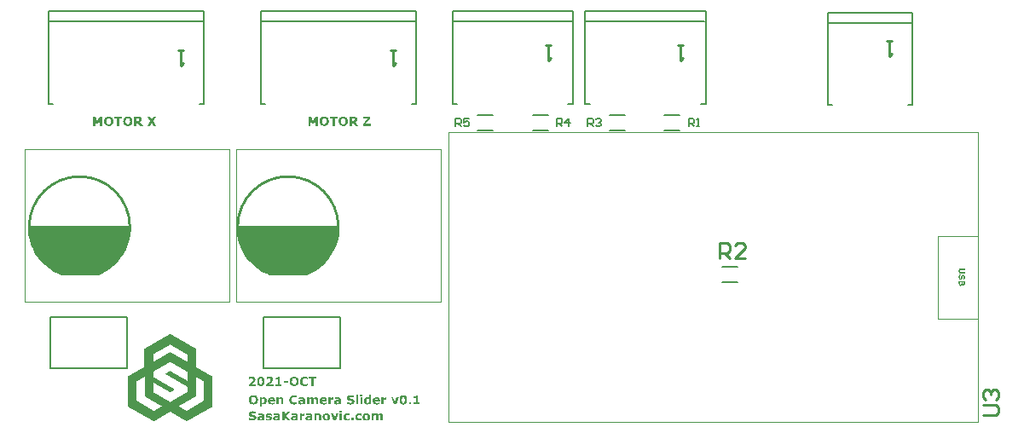
<source format=gto>
G04*
G04 #@! TF.GenerationSoftware,Altium Limited,Altium Designer,22.6.1 (34)*
G04*
G04 Layer_Color=65535*
%FSLAX25Y25*%
%MOIN*%
G70*
G04*
G04 #@! TF.SameCoordinates,155C3C0F-C328-4BCA-876E-5E1AE029C65F*
G04*
G04*
G04 #@! TF.FilePolarity,Positive*
G04*
G01*
G75*
%ADD10C,0.01000*%
%ADD11C,0.00800*%
%ADD12C,0.00394*%
%ADD13C,0.00787*%
%ADD14C,0.00591*%
G36*
X-105686Y117682D02*
X-105669Y117687D01*
X-105634Y117694D01*
X-105598Y117700D01*
X-105562Y117702D01*
X-66819D01*
X-66770Y117697D01*
X-66721Y117688D01*
X-66674Y117673D01*
X-66651Y117664D01*
X-66535Y117712D01*
X-66285Y117688D01*
X-66076Y117548D01*
X-65957Y117326D01*
Y117201D01*
Y116188D01*
X-66160Y114171D01*
X-66564Y112186D01*
X-67164Y110250D01*
X-67956Y108385D01*
X-68930Y106608D01*
X-70077Y104937D01*
X-71386Y103390D01*
X-72843Y101982D01*
X-74434Y100726D01*
X-76142Y99637D01*
X-77951Y98724D01*
X-78897Y98360D01*
X-78919Y98352D01*
X-78963Y98339D01*
X-79008Y98331D01*
X-79054Y98326D01*
X-93328D01*
X-93415Y98342D01*
X-93497Y98372D01*
X-93574Y98416D01*
X-93607Y98445D01*
X-94540Y98816D01*
X-96322Y99739D01*
X-98003Y100835D01*
X-99568Y102091D01*
X-101000Y103497D01*
X-102286Y105038D01*
X-103413Y106699D01*
X-104369Y108464D01*
X-105146Y110314D01*
X-105735Y112233D01*
X-106131Y114200D01*
X-106330Y116197D01*
Y117201D01*
Y117320D01*
X-106224Y117532D01*
X-106034Y117674D01*
X-105800Y117715D01*
X-105686Y117682D01*
D02*
G37*
G36*
X-187186D02*
X-187169Y117687D01*
X-187134Y117694D01*
X-187098Y117700D01*
X-187062Y117702D01*
X-148319D01*
X-148270Y117697D01*
X-148221Y117688D01*
X-148174Y117673D01*
X-148151Y117664D01*
X-148035Y117712D01*
X-147785Y117688D01*
X-147576Y117548D01*
X-147457Y117326D01*
Y117201D01*
Y116188D01*
X-147660Y114171D01*
X-148064Y112186D01*
X-148664Y110250D01*
X-149456Y108385D01*
X-150430Y106608D01*
X-151577Y104937D01*
X-152886Y103390D01*
X-154343Y101982D01*
X-155934Y100726D01*
X-157642Y99637D01*
X-159451Y98724D01*
X-160397Y98360D01*
X-160419Y98352D01*
X-160463Y98339D01*
X-160508Y98331D01*
X-160554Y98326D01*
X-174828D01*
X-174915Y98342D01*
X-174997Y98372D01*
X-175074Y98416D01*
X-175107Y98445D01*
X-176040Y98816D01*
X-177822Y99739D01*
X-179503Y100835D01*
X-181068Y102091D01*
X-182500Y103497D01*
X-183786Y105038D01*
X-184913Y106699D01*
X-185869Y108464D01*
X-186646Y110314D01*
X-187235Y112233D01*
X-187631Y114200D01*
X-187830Y116197D01*
Y117201D01*
Y117320D01*
X-187724Y117532D01*
X-187534Y117674D01*
X-187300Y117715D01*
X-187186Y117682D01*
D02*
G37*
G36*
X-132171Y75307D02*
X-132143D01*
Y75293D01*
X-132129D01*
Y75279D01*
X-132100D01*
Y75264D01*
X-132072D01*
Y75250D01*
X-132043D01*
Y75236D01*
X-132029D01*
Y75222D01*
X-132001D01*
Y75207D01*
X-131972D01*
Y75193D01*
X-131958D01*
Y75179D01*
X-131930D01*
Y75165D01*
X-131901D01*
Y75150D01*
X-131873D01*
Y75136D01*
X-131858D01*
Y75122D01*
X-131830D01*
Y75108D01*
X-131801D01*
Y75094D01*
X-131773D01*
Y75079D01*
X-131759D01*
Y75065D01*
X-131730D01*
Y75051D01*
X-131702D01*
Y75037D01*
X-131673D01*
Y75022D01*
X-131659D01*
Y75008D01*
X-131631D01*
Y74994D01*
X-131602D01*
Y74980D01*
X-131588D01*
Y74966D01*
X-131560D01*
Y74951D01*
X-131531D01*
Y74937D01*
X-131503D01*
Y74923D01*
X-131489D01*
Y74909D01*
X-131460D01*
Y74894D01*
X-131432D01*
Y74880D01*
X-131403D01*
Y74866D01*
X-131389D01*
Y74852D01*
X-131360D01*
Y74837D01*
X-131332D01*
Y74823D01*
X-131304D01*
Y74809D01*
X-131289D01*
Y74795D01*
X-131261D01*
Y74781D01*
X-131233D01*
Y74766D01*
X-131218D01*
Y74752D01*
X-131190D01*
Y74738D01*
X-131161D01*
Y74724D01*
X-131133D01*
Y74709D01*
X-131119D01*
Y74695D01*
X-131090D01*
Y74681D01*
X-131062D01*
Y74667D01*
X-131033D01*
Y74653D01*
X-131019D01*
Y74638D01*
X-130991D01*
Y74624D01*
X-130962D01*
Y74610D01*
X-130934D01*
Y74596D01*
X-130920D01*
Y74581D01*
X-130891D01*
Y74567D01*
X-130863D01*
Y74553D01*
X-130848D01*
Y74539D01*
X-130820D01*
Y74525D01*
X-130791D01*
Y74510D01*
X-130763D01*
Y74496D01*
X-130749D01*
Y74482D01*
X-130720D01*
Y74468D01*
X-130692D01*
Y74453D01*
X-130664D01*
Y74439D01*
X-130649D01*
Y74425D01*
X-130621D01*
Y74411D01*
X-130592D01*
Y74397D01*
X-130578D01*
Y74382D01*
X-130550D01*
Y74368D01*
X-130521D01*
Y74354D01*
X-130493D01*
Y74340D01*
X-130479D01*
Y74325D01*
X-130450D01*
Y74311D01*
X-130422D01*
Y74297D01*
X-130393D01*
Y74283D01*
X-130379D01*
Y74269D01*
X-130350D01*
Y74254D01*
X-130322D01*
Y74240D01*
X-130294D01*
Y74226D01*
X-130279D01*
Y74212D01*
X-130251D01*
Y74197D01*
X-130222D01*
Y74183D01*
X-130208D01*
Y74169D01*
X-130180D01*
Y74155D01*
X-130151D01*
Y74141D01*
X-130123D01*
Y74126D01*
X-130109D01*
Y74112D01*
X-130080D01*
Y74098D01*
X-130052D01*
Y74084D01*
X-130023D01*
Y74069D01*
X-130009D01*
Y74055D01*
X-129981D01*
Y74041D01*
X-129952D01*
Y74027D01*
X-129924D01*
Y74013D01*
X-129910D01*
Y73998D01*
X-129881D01*
Y73984D01*
X-129853D01*
Y73970D01*
X-129839D01*
Y73956D01*
X-129810D01*
Y73941D01*
X-129782D01*
Y73927D01*
X-129753D01*
Y73913D01*
X-129739D01*
Y73899D01*
X-129710D01*
Y73884D01*
X-129682D01*
Y73870D01*
X-129654D01*
Y73856D01*
X-129639D01*
Y73842D01*
X-129611D01*
Y73828D01*
X-129582D01*
Y73813D01*
X-129568D01*
Y73799D01*
X-129540D01*
Y73785D01*
X-129511D01*
Y73771D01*
X-129483D01*
Y73756D01*
X-129469D01*
Y73742D01*
X-129440D01*
Y73728D01*
X-129412D01*
Y73714D01*
X-129383D01*
Y73699D01*
X-129369D01*
Y73685D01*
X-129341D01*
Y73671D01*
X-129312D01*
Y73657D01*
X-129284D01*
Y73643D01*
X-129270D01*
Y73628D01*
X-129241D01*
Y73614D01*
X-129213D01*
Y73600D01*
X-129198D01*
Y73586D01*
X-129170D01*
Y73571D01*
X-129141D01*
Y73557D01*
X-129113D01*
Y73543D01*
X-129099D01*
Y73529D01*
X-129070D01*
Y73515D01*
X-129042D01*
Y73500D01*
X-129013D01*
Y73486D01*
X-128999D01*
Y73472D01*
X-128971D01*
Y73458D01*
X-128942D01*
Y73444D01*
X-128914D01*
Y73429D01*
X-128900D01*
Y73415D01*
X-128871D01*
Y73401D01*
X-128843D01*
Y73387D01*
X-128829D01*
Y73372D01*
X-128800D01*
Y73358D01*
X-128772D01*
Y73344D01*
X-128743D01*
Y73330D01*
X-128729D01*
Y73316D01*
X-128700D01*
Y73301D01*
X-128672D01*
Y73287D01*
X-128644D01*
Y73273D01*
X-128629D01*
Y73259D01*
X-128601D01*
Y73244D01*
X-128572D01*
Y73230D01*
X-128544D01*
Y73216D01*
X-128530D01*
Y73202D01*
X-128501D01*
Y73188D01*
X-128473D01*
Y73173D01*
X-128459D01*
Y73159D01*
X-128430D01*
Y73145D01*
X-128402D01*
Y73131D01*
X-128373D01*
Y73116D01*
X-128359D01*
Y73102D01*
X-128331D01*
Y73088D01*
X-128302D01*
Y73074D01*
X-128274D01*
Y73059D01*
X-128260D01*
Y73045D01*
X-128231D01*
Y73031D01*
X-128203D01*
Y73017D01*
X-128188D01*
Y73002D01*
X-128160D01*
Y72988D01*
X-128131D01*
Y72974D01*
X-128103D01*
Y72960D01*
X-128089D01*
Y72946D01*
X-128060D01*
Y72931D01*
X-128032D01*
Y72917D01*
X-128004D01*
Y72903D01*
X-127989D01*
Y72889D01*
X-127961D01*
Y72874D01*
X-127932D01*
Y72860D01*
X-127904D01*
Y72846D01*
X-127890D01*
Y72832D01*
X-127861D01*
Y72818D01*
X-127833D01*
Y72803D01*
X-127819D01*
Y72789D01*
X-127790D01*
Y72775D01*
X-127762D01*
Y72761D01*
X-127733D01*
Y72746D01*
X-127719D01*
Y72732D01*
X-127691D01*
Y72718D01*
X-127662D01*
Y72704D01*
X-127634D01*
Y72690D01*
X-127620D01*
Y72675D01*
X-127591D01*
Y72661D01*
X-127563D01*
Y72647D01*
X-127534D01*
Y72633D01*
X-127520D01*
Y72619D01*
X-127491D01*
Y72604D01*
X-127463D01*
Y72590D01*
X-127449D01*
Y72576D01*
X-127420D01*
Y72562D01*
X-127392D01*
Y72547D01*
X-127363D01*
Y72533D01*
X-127349D01*
Y72519D01*
X-127321D01*
Y72505D01*
X-127292D01*
Y72491D01*
X-127264D01*
Y72476D01*
X-127250D01*
Y72462D01*
X-127221D01*
Y72448D01*
X-127193D01*
Y72434D01*
X-127164D01*
Y72419D01*
X-127150D01*
Y72405D01*
X-127122D01*
Y72391D01*
X-127093D01*
Y72377D01*
X-127079D01*
Y72362D01*
X-127050D01*
Y72348D01*
X-127022D01*
Y72334D01*
X-126994D01*
Y72320D01*
X-126979D01*
Y72306D01*
X-126951D01*
Y72291D01*
X-126923D01*
Y72277D01*
X-126894D01*
Y72263D01*
X-126880D01*
Y72249D01*
X-126851D01*
Y72234D01*
X-126823D01*
Y72220D01*
X-126809D01*
Y72206D01*
X-126780D01*
Y72192D01*
X-126752D01*
Y72177D01*
X-126723D01*
Y72163D01*
X-126709D01*
Y72149D01*
X-126681D01*
Y72135D01*
X-126652D01*
Y72121D01*
X-126624D01*
Y72106D01*
X-126610D01*
Y72092D01*
X-126581D01*
Y72078D01*
X-126553D01*
Y72064D01*
X-126524D01*
Y72049D01*
X-126510D01*
Y72035D01*
X-126481D01*
Y72021D01*
X-126453D01*
Y72007D01*
X-126439D01*
Y71993D01*
X-126410D01*
Y71978D01*
X-126382D01*
Y71964D01*
X-126354D01*
Y71950D01*
X-126339D01*
Y71936D01*
X-126311D01*
Y71921D01*
X-126282D01*
Y71907D01*
X-126254D01*
Y71893D01*
X-126240D01*
Y71879D01*
X-126211D01*
Y71865D01*
X-126183D01*
Y71850D01*
X-126154D01*
Y71836D01*
X-126140D01*
Y71822D01*
X-126112D01*
Y71808D01*
X-126083D01*
Y71794D01*
X-126069D01*
Y71779D01*
X-126040D01*
Y71765D01*
X-126012D01*
Y71751D01*
X-125984D01*
Y71737D01*
X-125969D01*
Y71722D01*
X-125941D01*
Y71708D01*
X-125912D01*
Y71694D01*
X-125884D01*
Y71680D01*
X-125870D01*
Y71665D01*
X-125841D01*
Y71651D01*
X-125813D01*
Y71637D01*
X-125799D01*
Y71623D01*
X-125770D01*
Y71609D01*
X-125742D01*
Y71594D01*
X-125713D01*
Y71580D01*
X-125699D01*
Y71566D01*
X-125671D01*
Y71552D01*
X-125642D01*
Y71537D01*
X-125614D01*
Y71523D01*
X-125600D01*
Y71509D01*
X-125571D01*
Y71495D01*
X-125543D01*
Y71481D01*
X-125514D01*
Y71466D01*
X-125500D01*
Y71452D01*
X-125472D01*
Y71438D01*
X-125443D01*
Y71424D01*
X-125429D01*
Y71409D01*
X-125400D01*
Y71395D01*
X-125372D01*
Y71381D01*
X-125344D01*
Y71367D01*
X-125329D01*
Y71352D01*
X-125301D01*
Y71338D01*
X-125272D01*
Y71324D01*
X-125244D01*
Y71310D01*
X-125230D01*
Y71296D01*
X-125201D01*
Y71281D01*
X-125173D01*
Y71267D01*
X-125144D01*
Y71253D01*
X-125130D01*
Y71239D01*
X-125102D01*
Y71224D01*
X-125073D01*
Y71210D01*
X-125059D01*
Y71196D01*
X-125031D01*
Y71182D01*
X-125002D01*
Y71168D01*
X-124974D01*
Y71153D01*
X-124960D01*
Y71139D01*
X-124931D01*
Y71125D01*
X-124903D01*
Y71111D01*
X-124874D01*
Y71096D01*
X-124860D01*
Y71082D01*
X-124831D01*
Y71068D01*
X-124803D01*
Y71054D01*
X-124775D01*
Y71040D01*
X-124760D01*
Y71025D01*
X-124732D01*
Y71011D01*
X-124703D01*
Y70997D01*
X-124689D01*
Y70983D01*
X-124661D01*
Y70968D01*
X-124632D01*
Y70954D01*
X-124604D01*
Y70940D01*
X-124590D01*
Y70926D01*
X-124561D01*
Y70912D01*
X-124533D01*
Y70897D01*
X-124504D01*
Y70883D01*
X-124490D01*
Y70869D01*
X-124462D01*
Y70855D01*
X-124433D01*
Y70840D01*
X-124419D01*
Y70826D01*
X-124390D01*
Y70812D01*
X-124362D01*
Y70798D01*
X-124334D01*
Y70784D01*
X-124319D01*
Y70769D01*
X-124291D01*
Y70755D01*
X-124262D01*
Y70741D01*
X-124234D01*
Y70727D01*
X-124220D01*
Y70712D01*
X-124191D01*
Y70698D01*
X-124163D01*
Y70684D01*
X-124134D01*
Y70670D01*
X-124120D01*
Y70656D01*
X-124092D01*
Y70641D01*
X-124063D01*
Y70627D01*
X-124049D01*
Y70613D01*
X-124021D01*
Y70599D01*
X-123992D01*
Y70584D01*
X-123964D01*
Y70570D01*
X-123950D01*
Y70556D01*
X-123921D01*
Y70542D01*
X-123893D01*
Y70527D01*
X-123864D01*
Y70513D01*
X-123850D01*
Y70499D01*
X-123821D01*
Y70485D01*
X-123793D01*
Y70471D01*
X-123765D01*
Y70456D01*
X-123750D01*
Y70442D01*
X-123722D01*
Y70428D01*
X-123694D01*
Y70414D01*
X-123679D01*
Y70399D01*
X-123651D01*
Y70385D01*
X-123622D01*
Y70371D01*
X-123594D01*
Y70357D01*
X-123580D01*
Y70343D01*
X-123551D01*
Y70328D01*
X-123523D01*
Y70314D01*
X-123494D01*
Y70300D01*
X-123480D01*
Y70286D01*
X-123452D01*
Y70271D01*
X-123423D01*
Y70257D01*
X-123395D01*
Y70243D01*
X-123380D01*
Y70229D01*
X-123352D01*
Y70214D01*
X-123324D01*
Y70200D01*
X-123309D01*
Y70186D01*
X-123281D01*
Y70172D01*
X-123252D01*
Y70158D01*
X-123224D01*
Y70143D01*
X-123210D01*
Y70129D01*
X-123181D01*
Y70115D01*
X-123153D01*
Y70101D01*
X-123125D01*
Y70086D01*
X-123110D01*
Y70072D01*
X-123082D01*
Y70058D01*
X-123053D01*
Y70044D01*
X-123039D01*
Y70030D01*
X-123011D01*
Y70015D01*
X-122982D01*
Y70001D01*
X-122954D01*
Y69987D01*
X-122940D01*
Y69973D01*
X-122911D01*
Y69959D01*
X-122883D01*
Y69944D01*
X-122854D01*
Y69930D01*
X-122840D01*
Y69916D01*
X-122812D01*
Y69902D01*
X-122783D01*
Y69887D01*
X-122755D01*
Y69873D01*
X-122740D01*
Y69859D01*
X-122712D01*
Y69845D01*
X-122684D01*
Y69831D01*
X-122669D01*
Y69816D01*
X-122641D01*
Y69802D01*
X-122612D01*
Y69788D01*
X-122584D01*
Y69774D01*
X-122570D01*
Y69759D01*
X-122541D01*
Y69745D01*
X-122513D01*
Y69731D01*
X-122484D01*
Y69717D01*
X-122470D01*
Y69703D01*
X-122442D01*
Y69688D01*
X-122413D01*
Y69674D01*
X-122385D01*
Y69660D01*
X-122371D01*
Y69646D01*
X-122342D01*
Y69631D01*
X-122314D01*
Y69617D01*
X-122300D01*
Y69603D01*
X-122271D01*
Y69589D01*
X-122243D01*
Y69574D01*
X-122214D01*
Y69560D01*
X-122200D01*
Y62334D01*
X-122171D01*
Y62320D01*
X-122143D01*
Y62306D01*
X-122115D01*
Y62292D01*
X-122100D01*
Y62277D01*
X-122072D01*
Y62263D01*
X-122044D01*
Y62249D01*
X-122015D01*
Y62235D01*
X-122001D01*
Y62220D01*
X-121972D01*
Y62206D01*
X-121944D01*
Y62192D01*
X-121915D01*
Y62178D01*
X-121901D01*
Y62164D01*
X-121873D01*
Y62149D01*
X-121844D01*
Y62135D01*
X-121816D01*
Y62121D01*
X-121802D01*
Y62107D01*
X-121773D01*
Y62092D01*
X-121745D01*
Y62078D01*
X-121716D01*
Y62064D01*
X-121702D01*
Y62050D01*
X-121674D01*
Y62036D01*
X-121645D01*
Y62021D01*
X-121617D01*
Y62007D01*
X-121588D01*
Y61993D01*
X-121574D01*
Y61979D01*
X-121546D01*
Y61964D01*
X-121517D01*
Y61950D01*
X-121489D01*
Y61936D01*
X-121475D01*
Y61922D01*
X-121446D01*
Y61907D01*
X-121418D01*
Y61893D01*
X-121389D01*
Y61879D01*
X-121375D01*
Y61865D01*
X-121346D01*
Y61851D01*
X-121318D01*
Y61836D01*
X-121290D01*
Y61822D01*
X-121275D01*
Y61808D01*
X-121247D01*
Y61794D01*
X-121218D01*
Y61779D01*
X-121190D01*
Y61765D01*
X-121176D01*
Y61751D01*
X-121147D01*
Y61737D01*
X-121119D01*
Y61722D01*
X-121090D01*
Y61708D01*
X-121076D01*
Y61694D01*
X-121048D01*
Y61680D01*
X-121019D01*
Y61666D01*
X-120991D01*
Y61651D01*
X-120977D01*
Y61637D01*
X-120948D01*
Y61623D01*
X-120920D01*
Y61609D01*
X-120891D01*
Y61594D01*
X-120877D01*
Y61580D01*
X-120849D01*
Y61566D01*
X-120820D01*
Y61552D01*
X-120792D01*
Y61538D01*
X-120777D01*
Y61523D01*
X-120749D01*
Y61509D01*
X-120721D01*
Y61495D01*
X-120692D01*
Y61481D01*
X-120678D01*
Y61466D01*
X-120650D01*
Y61452D01*
X-120621D01*
Y61438D01*
X-120593D01*
Y61424D01*
X-120578D01*
Y61410D01*
X-120550D01*
Y61395D01*
X-120521D01*
Y61381D01*
X-120493D01*
Y61367D01*
X-120465D01*
Y61353D01*
X-120450D01*
Y61339D01*
X-120422D01*
Y61324D01*
X-120393D01*
Y61310D01*
X-120365D01*
Y61296D01*
X-120351D01*
Y61282D01*
X-120322D01*
Y61267D01*
X-120294D01*
Y61253D01*
X-120265D01*
Y61239D01*
X-120251D01*
Y61225D01*
X-120223D01*
Y61210D01*
X-120194D01*
Y61196D01*
X-120166D01*
Y61182D01*
X-120152D01*
Y61168D01*
X-120123D01*
Y61154D01*
X-120095D01*
Y61139D01*
X-120066D01*
Y61125D01*
X-120052D01*
Y61111D01*
X-120024D01*
Y61097D01*
X-119995D01*
Y61082D01*
X-119967D01*
Y61068D01*
X-119952D01*
Y61054D01*
X-119924D01*
Y61040D01*
X-119896D01*
Y61026D01*
X-119867D01*
Y61011D01*
X-119853D01*
Y60997D01*
X-119824D01*
Y60983D01*
X-119796D01*
Y60969D01*
X-119767D01*
Y60954D01*
X-119753D01*
Y60940D01*
X-119725D01*
Y60926D01*
X-119696D01*
Y60912D01*
X-119668D01*
Y60897D01*
X-119654D01*
Y60883D01*
X-119625D01*
Y60869D01*
X-119597D01*
Y60855D01*
X-119568D01*
Y60841D01*
X-119554D01*
Y60826D01*
X-119526D01*
Y60812D01*
X-119497D01*
Y60798D01*
X-119469D01*
Y60784D01*
X-119455D01*
Y60769D01*
X-119426D01*
Y60755D01*
X-119398D01*
Y60741D01*
X-119369D01*
Y60727D01*
X-119341D01*
Y60713D01*
X-119327D01*
Y60698D01*
X-119298D01*
Y60684D01*
X-119270D01*
Y60670D01*
X-119241D01*
Y60656D01*
X-119227D01*
Y60641D01*
X-119199D01*
Y60627D01*
X-119170D01*
Y60613D01*
X-119142D01*
Y60599D01*
X-119127D01*
Y60585D01*
X-119099D01*
Y60570D01*
X-119070D01*
Y60556D01*
X-119042D01*
Y60542D01*
X-119028D01*
Y60528D01*
X-118999D01*
Y60513D01*
X-118971D01*
Y60499D01*
X-118942D01*
Y60485D01*
X-118928D01*
Y60471D01*
X-118900D01*
Y60457D01*
X-118871D01*
Y60442D01*
X-118843D01*
Y60428D01*
X-118829D01*
Y60414D01*
X-118800D01*
Y60400D01*
X-118772D01*
Y60385D01*
X-118743D01*
Y60371D01*
X-118729D01*
Y60357D01*
X-118701D01*
Y60343D01*
X-118672D01*
Y60329D01*
X-118644D01*
Y60314D01*
X-118630D01*
Y60300D01*
X-118601D01*
Y60286D01*
X-118573D01*
Y60272D01*
X-118544D01*
Y60257D01*
X-118530D01*
Y60243D01*
X-118501D01*
Y60229D01*
X-118473D01*
Y60215D01*
X-118445D01*
Y60201D01*
X-118430D01*
Y60186D01*
X-118402D01*
Y60172D01*
X-118374D01*
Y60158D01*
X-118345D01*
Y60144D01*
X-118331D01*
Y60129D01*
X-118302D01*
Y60115D01*
X-118274D01*
Y60101D01*
X-118245D01*
Y60087D01*
X-118231D01*
Y60072D01*
X-118203D01*
Y60058D01*
X-118174D01*
Y60044D01*
X-118146D01*
Y60030D01*
X-118117D01*
Y60016D01*
X-118103D01*
Y60001D01*
X-118075D01*
Y59987D01*
X-118046D01*
Y59973D01*
X-118018D01*
Y59959D01*
X-118004D01*
Y59944D01*
X-117975D01*
Y59930D01*
X-117947D01*
Y59916D01*
X-117918D01*
Y59902D01*
X-117904D01*
Y59888D01*
X-117876D01*
Y59873D01*
X-117847D01*
Y59859D01*
X-117819D01*
Y59845D01*
X-117805D01*
Y59831D01*
X-117776D01*
Y59816D01*
X-117748D01*
Y59802D01*
X-117719D01*
Y59788D01*
X-117705D01*
Y59774D01*
X-117676D01*
Y59760D01*
X-117648D01*
Y59745D01*
X-117620D01*
Y59731D01*
X-117605D01*
Y59717D01*
X-117577D01*
Y59703D01*
X-117549D01*
Y59688D01*
X-117520D01*
Y59674D01*
X-117506D01*
Y59660D01*
X-117477D01*
Y59646D01*
X-117449D01*
Y59632D01*
X-117420D01*
Y59617D01*
X-117406D01*
Y59603D01*
X-117378D01*
Y59589D01*
X-117349D01*
Y59575D01*
X-117321D01*
Y59560D01*
X-117307D01*
Y59546D01*
X-117278D01*
Y59532D01*
X-117250D01*
Y59518D01*
X-117221D01*
Y59504D01*
X-117207D01*
Y59489D01*
X-117179D01*
Y59475D01*
X-117150D01*
Y59461D01*
X-117122D01*
Y59447D01*
X-117107D01*
Y59432D01*
X-117079D01*
Y59418D01*
X-117051D01*
Y59404D01*
X-117022D01*
Y59390D01*
X-116994D01*
Y59376D01*
X-116980D01*
Y59361D01*
X-116951D01*
Y59347D01*
X-116923D01*
Y59333D01*
X-116894D01*
Y59319D01*
X-116880D01*
Y59304D01*
X-116851D01*
Y59290D01*
X-116823D01*
Y59276D01*
X-116795D01*
Y59262D01*
X-116780D01*
Y59247D01*
X-116752D01*
Y59233D01*
X-116724D01*
Y59219D01*
X-116695D01*
Y59205D01*
X-116681D01*
Y59191D01*
X-116652D01*
Y59176D01*
X-116624D01*
Y59162D01*
X-116595D01*
Y59148D01*
X-116581D01*
Y59134D01*
X-116553D01*
Y59119D01*
X-116524D01*
Y59105D01*
X-116496D01*
Y59091D01*
X-116482D01*
Y59077D01*
X-116453D01*
Y59062D01*
X-116425D01*
Y59048D01*
X-116396D01*
Y59034D01*
X-116382D01*
Y59020D01*
X-116354D01*
Y59006D01*
X-116325D01*
Y58991D01*
X-116297D01*
Y58977D01*
X-116282D01*
Y58963D01*
X-116254D01*
Y58949D01*
X-116226D01*
Y58934D01*
X-116197D01*
Y58920D01*
X-116183D01*
Y58906D01*
X-116155D01*
Y58892D01*
X-116126D01*
Y58878D01*
X-116098D01*
Y58863D01*
X-116083D01*
Y58849D01*
X-116055D01*
Y58835D01*
X-116026D01*
Y58821D01*
X-115998D01*
Y58807D01*
X-115984D01*
Y58792D01*
X-115955D01*
Y58778D01*
X-115927D01*
Y58764D01*
X-115899D01*
Y58750D01*
X-115870D01*
Y58735D01*
X-115856D01*
Y58721D01*
X-115827D01*
Y58707D01*
X-115813D01*
Y58693D01*
X-115799D01*
Y46787D01*
X-115813D01*
Y46773D01*
X-115827D01*
Y46758D01*
X-115856D01*
Y46744D01*
X-115884D01*
Y46730D01*
X-115913D01*
Y46716D01*
X-115927D01*
Y46701D01*
X-115955D01*
Y46687D01*
X-115984D01*
Y46673D01*
X-116012D01*
Y46659D01*
X-116026D01*
Y46645D01*
X-116055D01*
Y46630D01*
X-116083D01*
Y46616D01*
X-116112D01*
Y46602D01*
X-116126D01*
Y46588D01*
X-116155D01*
Y46573D01*
X-116183D01*
Y46559D01*
X-116211D01*
Y46545D01*
X-116240D01*
Y46531D01*
X-116254D01*
Y46517D01*
X-116282D01*
Y46502D01*
X-116311D01*
Y46488D01*
X-116339D01*
Y46474D01*
X-116354D01*
Y46460D01*
X-116382D01*
Y46445D01*
X-116411D01*
Y46431D01*
X-116439D01*
Y46417D01*
X-116467D01*
Y46403D01*
X-116482D01*
Y46389D01*
X-116510D01*
Y46374D01*
X-116539D01*
Y46360D01*
X-116567D01*
Y46346D01*
X-116581D01*
Y46332D01*
X-116610D01*
Y46317D01*
X-116638D01*
Y46303D01*
X-116667D01*
Y46289D01*
X-116681D01*
Y46275D01*
X-116709D01*
Y46260D01*
X-116738D01*
Y46246D01*
X-116766D01*
Y46232D01*
X-116795D01*
Y46218D01*
X-116809D01*
Y46204D01*
X-116837D01*
Y46189D01*
X-116866D01*
Y46175D01*
X-116894D01*
Y46161D01*
X-116908D01*
Y46147D01*
X-116937D01*
Y46132D01*
X-116965D01*
Y46118D01*
X-116994D01*
Y46104D01*
X-117022D01*
Y46090D01*
X-117036D01*
Y46076D01*
X-117065D01*
Y46061D01*
X-117093D01*
Y46047D01*
X-117122D01*
Y46033D01*
X-117136D01*
Y46019D01*
X-117165D01*
Y46005D01*
X-117193D01*
Y45990D01*
X-117221D01*
Y45976D01*
X-117250D01*
Y45962D01*
X-117264D01*
Y45948D01*
X-117292D01*
Y45933D01*
X-117321D01*
Y45919D01*
X-117349D01*
Y45905D01*
X-117364D01*
Y45891D01*
X-117392D01*
Y45876D01*
X-117420D01*
Y45862D01*
X-117449D01*
Y45848D01*
X-117463D01*
Y45834D01*
X-117492D01*
Y45820D01*
X-117520D01*
Y45805D01*
X-117549D01*
Y45791D01*
X-117577D01*
Y45777D01*
X-117591D01*
Y45763D01*
X-117620D01*
Y45748D01*
X-117648D01*
Y45734D01*
X-117676D01*
Y45720D01*
X-117691D01*
Y45706D01*
X-117719D01*
Y45691D01*
X-117748D01*
Y45677D01*
X-117776D01*
Y45663D01*
X-117805D01*
Y45649D01*
X-117819D01*
Y45635D01*
X-117847D01*
Y45620D01*
X-117876D01*
Y45606D01*
X-117904D01*
Y45592D01*
X-117918D01*
Y45578D01*
X-117947D01*
Y45564D01*
X-117975D01*
Y45549D01*
X-118004D01*
Y45535D01*
X-118032D01*
Y45521D01*
X-118046D01*
Y45507D01*
X-118075D01*
Y45492D01*
X-118103D01*
Y45478D01*
X-118132D01*
Y45464D01*
X-118146D01*
Y45450D01*
X-118174D01*
Y45436D01*
X-118203D01*
Y45421D01*
X-118231D01*
Y45407D01*
X-118245D01*
Y45393D01*
X-118274D01*
Y45379D01*
X-118302D01*
Y45364D01*
X-118331D01*
Y45350D01*
X-118359D01*
Y45336D01*
X-118374D01*
Y45322D01*
X-118402D01*
Y45307D01*
X-118430D01*
Y45293D01*
X-118459D01*
Y45279D01*
X-118473D01*
Y45265D01*
X-118501D01*
Y45251D01*
X-118530D01*
Y45236D01*
X-118558D01*
Y45222D01*
X-118587D01*
Y45208D01*
X-118601D01*
Y45194D01*
X-118630D01*
Y45180D01*
X-118658D01*
Y45165D01*
X-118686D01*
Y45151D01*
X-118701D01*
Y45137D01*
X-118729D01*
Y45123D01*
X-118758D01*
Y45108D01*
X-118786D01*
Y45094D01*
X-118800D01*
Y45080D01*
X-118829D01*
Y45066D01*
X-118857D01*
Y45051D01*
X-118886D01*
Y45037D01*
X-118914D01*
Y45023D01*
X-118928D01*
Y45009D01*
X-118957D01*
Y44995D01*
X-118985D01*
Y44980D01*
X-119014D01*
Y44966D01*
X-119028D01*
Y44952D01*
X-119056D01*
Y44938D01*
X-119085D01*
Y44923D01*
X-119113D01*
Y44909D01*
X-119142D01*
Y44895D01*
X-119156D01*
Y44881D01*
X-119184D01*
Y44866D01*
X-119213D01*
Y44852D01*
X-119241D01*
Y44838D01*
X-119255D01*
Y44824D01*
X-119284D01*
Y44810D01*
X-119312D01*
Y44795D01*
X-119341D01*
Y44781D01*
X-119369D01*
Y44767D01*
X-119384D01*
Y44753D01*
X-119412D01*
Y44739D01*
X-119440D01*
Y44724D01*
X-119469D01*
Y44710D01*
X-119483D01*
Y44696D01*
X-119511D01*
Y44682D01*
X-119540D01*
Y44667D01*
X-119568D01*
Y44653D01*
X-119583D01*
Y44639D01*
X-119611D01*
Y44625D01*
X-119640D01*
Y44611D01*
X-119668D01*
Y44596D01*
X-119696D01*
Y44582D01*
X-119711D01*
Y44568D01*
X-119739D01*
Y44554D01*
X-119767D01*
Y44539D01*
X-119796D01*
Y44525D01*
X-119810D01*
Y44511D01*
X-119839D01*
Y44497D01*
X-119867D01*
Y44482D01*
X-119896D01*
Y44468D01*
X-119924D01*
Y44454D01*
X-119938D01*
Y44440D01*
X-119967D01*
Y44425D01*
X-119995D01*
Y44411D01*
X-120024D01*
Y44397D01*
X-120038D01*
Y44383D01*
X-120066D01*
Y44369D01*
X-120095D01*
Y44354D01*
X-120123D01*
Y44340D01*
X-120152D01*
Y44326D01*
X-120166D01*
Y44312D01*
X-120194D01*
Y44298D01*
X-120223D01*
Y44283D01*
X-120251D01*
Y44269D01*
X-120265D01*
Y44255D01*
X-120294D01*
Y44241D01*
X-120322D01*
Y44226D01*
X-120351D01*
Y44212D01*
X-120365D01*
Y44198D01*
X-120393D01*
Y44184D01*
X-120422D01*
Y44170D01*
X-120450D01*
Y44155D01*
X-120479D01*
Y44141D01*
X-120493D01*
Y44127D01*
X-120521D01*
Y44113D01*
X-120550D01*
Y44098D01*
X-120578D01*
Y44084D01*
X-120593D01*
Y44070D01*
X-120621D01*
Y44056D01*
X-120650D01*
Y44041D01*
X-120678D01*
Y44027D01*
X-120706D01*
Y44013D01*
X-120721D01*
Y43999D01*
X-120749D01*
Y43985D01*
X-120777D01*
Y43970D01*
X-120806D01*
Y43956D01*
X-120820D01*
Y43942D01*
X-120849D01*
Y43928D01*
X-120877D01*
Y43913D01*
X-120905D01*
Y43899D01*
X-120920D01*
Y43885D01*
X-120948D01*
Y43871D01*
X-120977D01*
Y43857D01*
X-121005D01*
Y43842D01*
X-121034D01*
Y43828D01*
X-121048D01*
Y43814D01*
X-121076D01*
Y43800D01*
X-121105D01*
Y43785D01*
X-121133D01*
Y43771D01*
X-121147D01*
Y43757D01*
X-121176D01*
Y43743D01*
X-121204D01*
Y43729D01*
X-121233D01*
Y43714D01*
X-121261D01*
Y43700D01*
X-121275D01*
Y43686D01*
X-121304D01*
Y43672D01*
X-121332D01*
Y43657D01*
X-121361D01*
Y43643D01*
X-121375D01*
Y43629D01*
X-121403D01*
Y43615D01*
X-121432D01*
Y43600D01*
X-121460D01*
Y43586D01*
X-121489D01*
Y43572D01*
X-121503D01*
Y43558D01*
X-121531D01*
Y43544D01*
X-121560D01*
Y43529D01*
X-121588D01*
Y43515D01*
X-121602D01*
Y43501D01*
X-121631D01*
Y43487D01*
X-121659D01*
Y43472D01*
X-121688D01*
Y43458D01*
X-121702D01*
Y43444D01*
X-121730D01*
Y43430D01*
X-121759D01*
Y43416D01*
X-121787D01*
Y43401D01*
X-121816D01*
Y43387D01*
X-121830D01*
Y43373D01*
X-121859D01*
Y43359D01*
X-121887D01*
Y43345D01*
X-121915D01*
Y43330D01*
X-121930D01*
Y43316D01*
X-121958D01*
Y43302D01*
X-121987D01*
Y43288D01*
X-122015D01*
Y43273D01*
X-122044D01*
Y43259D01*
X-122058D01*
Y43245D01*
X-122086D01*
Y43231D01*
X-122115D01*
Y43216D01*
X-122143D01*
Y43202D01*
X-122157D01*
Y43188D01*
X-122186D01*
Y43174D01*
X-122214D01*
Y43160D01*
X-122243D01*
Y43145D01*
X-122271D01*
Y43131D01*
X-122285D01*
Y43117D01*
X-122314D01*
Y43103D01*
X-122342D01*
Y43088D01*
X-122371D01*
Y43074D01*
X-122385D01*
Y43060D01*
X-122413D01*
Y43046D01*
X-122442D01*
Y43032D01*
X-122470D01*
Y43017D01*
X-122484D01*
Y43003D01*
X-122513D01*
Y42989D01*
X-122541D01*
Y42975D01*
X-122570D01*
Y42960D01*
X-122598D01*
Y42946D01*
X-122612D01*
Y42932D01*
X-122641D01*
Y42918D01*
X-122669D01*
Y42904D01*
X-122698D01*
Y42889D01*
X-122712D01*
Y42875D01*
X-122740D01*
Y42861D01*
X-122769D01*
Y42847D01*
X-122797D01*
Y42832D01*
X-122826D01*
Y42818D01*
X-122840D01*
Y42804D01*
X-122869D01*
Y42790D01*
X-122897D01*
Y42775D01*
X-122925D01*
Y42761D01*
X-122940D01*
Y42747D01*
X-122968D01*
Y42733D01*
X-122996D01*
Y42719D01*
X-123025D01*
Y42704D01*
X-123053D01*
Y42690D01*
X-123068D01*
Y42676D01*
X-123096D01*
Y42662D01*
X-123125D01*
Y42647D01*
X-123153D01*
Y42633D01*
X-123167D01*
Y42619D01*
X-123196D01*
Y42605D01*
X-123224D01*
Y42591D01*
X-123252D01*
Y42576D01*
X-123267D01*
Y42562D01*
X-123295D01*
Y42548D01*
X-123324D01*
Y42534D01*
X-123352D01*
Y42520D01*
X-123380D01*
Y42505D01*
X-123395D01*
Y42491D01*
X-123423D01*
Y42477D01*
X-123452D01*
Y42463D01*
X-123480D01*
Y42448D01*
X-123494D01*
Y42434D01*
X-123523D01*
Y42420D01*
X-123551D01*
Y42406D01*
X-123580D01*
Y42391D01*
X-123608D01*
Y42377D01*
X-123622D01*
Y42363D01*
X-123651D01*
Y42349D01*
X-123679D01*
Y42335D01*
X-123708D01*
Y42320D01*
X-123722D01*
Y42306D01*
X-123750D01*
Y42292D01*
X-123779D01*
Y42278D01*
X-123807D01*
Y42263D01*
X-123821D01*
Y42249D01*
X-123850D01*
Y42235D01*
X-123878D01*
Y42221D01*
X-123907D01*
Y42206D01*
X-123935D01*
Y42192D01*
X-123950D01*
Y42178D01*
X-123978D01*
Y42164D01*
X-124006D01*
Y42150D01*
X-124035D01*
Y42135D01*
X-124049D01*
Y42121D01*
X-124077D01*
Y42107D01*
X-124106D01*
Y42093D01*
X-124134D01*
Y42079D01*
X-124163D01*
Y42064D01*
X-124177D01*
Y42050D01*
X-124206D01*
Y42036D01*
X-124234D01*
Y42022D01*
X-124262D01*
Y42007D01*
X-124277D01*
Y41993D01*
X-124305D01*
Y41979D01*
X-124334D01*
Y41965D01*
X-124362D01*
Y41951D01*
X-124390D01*
Y41936D01*
X-124405D01*
Y41922D01*
X-124433D01*
Y41908D01*
X-124462D01*
Y41894D01*
X-124490D01*
Y41879D01*
X-124504D01*
Y41865D01*
X-124533D01*
Y41851D01*
X-124561D01*
Y41837D01*
X-124590D01*
Y41822D01*
X-124604D01*
Y41808D01*
X-124632D01*
Y41794D01*
X-124661D01*
Y41780D01*
X-124689D01*
Y41766D01*
X-124718D01*
Y41751D01*
X-124732D01*
Y41737D01*
X-124760D01*
Y41723D01*
X-124789D01*
Y41709D01*
X-124817D01*
Y41695D01*
X-124831D01*
Y41680D01*
X-124860D01*
Y41666D01*
X-124888D01*
Y41652D01*
X-124917D01*
Y41638D01*
X-124945D01*
Y41623D01*
X-124960D01*
Y41609D01*
X-124988D01*
Y41595D01*
X-125016D01*
Y41581D01*
X-125045D01*
Y41566D01*
X-125059D01*
Y41552D01*
X-125087D01*
Y41538D01*
X-125116D01*
Y41524D01*
X-125144D01*
Y41510D01*
X-125173D01*
Y41495D01*
X-125187D01*
Y41481D01*
X-125215D01*
Y41467D01*
X-125244D01*
Y41453D01*
X-125272D01*
Y41438D01*
X-125287D01*
Y41424D01*
X-125315D01*
Y41410D01*
X-125344D01*
Y41396D01*
X-125372D01*
Y41381D01*
X-125386D01*
Y41367D01*
X-125415D01*
Y41353D01*
X-125443D01*
Y41339D01*
X-125472D01*
Y41325D01*
X-125500D01*
Y41310D01*
X-125514D01*
Y41296D01*
X-125543D01*
Y41282D01*
X-125571D01*
Y41268D01*
X-125600D01*
Y41254D01*
X-125614D01*
Y41239D01*
X-125642D01*
Y41225D01*
X-125671D01*
Y41211D01*
X-125699D01*
Y41197D01*
X-125728D01*
Y41182D01*
X-125742D01*
Y41168D01*
X-125770D01*
Y41154D01*
X-125813D01*
Y41168D01*
X-125841D01*
Y41182D01*
X-125856D01*
Y41197D01*
X-125884D01*
Y41211D01*
X-125912D01*
Y41225D01*
X-125941D01*
Y41239D01*
X-125955D01*
Y41254D01*
X-125984D01*
Y41268D01*
X-126012D01*
Y41282D01*
X-126026D01*
Y41296D01*
X-126055D01*
Y41310D01*
X-126083D01*
Y41325D01*
X-126097D01*
Y41339D01*
X-126126D01*
Y41353D01*
X-126154D01*
Y41367D01*
X-126183D01*
Y41381D01*
X-126197D01*
Y41396D01*
X-126225D01*
Y41410D01*
X-126254D01*
Y41424D01*
X-126268D01*
Y41438D01*
X-126297D01*
Y41453D01*
X-126325D01*
Y41467D01*
X-126339D01*
Y41481D01*
X-126368D01*
Y41495D01*
X-126396D01*
Y41510D01*
X-126410D01*
Y41524D01*
X-126439D01*
Y41538D01*
X-126467D01*
Y41552D01*
X-126496D01*
Y41566D01*
X-126510D01*
Y41581D01*
X-126538D01*
Y41595D01*
X-126567D01*
Y41609D01*
X-126581D01*
Y41623D01*
X-126610D01*
Y41638D01*
X-126638D01*
Y41652D01*
X-126652D01*
Y41666D01*
X-126681D01*
Y41680D01*
X-126709D01*
Y41695D01*
X-126737D01*
Y41709D01*
X-126752D01*
Y41723D01*
X-126780D01*
Y41737D01*
X-126809D01*
Y41751D01*
X-126823D01*
Y41766D01*
X-126851D01*
Y41780D01*
X-126880D01*
Y41794D01*
X-126894D01*
Y41808D01*
X-126923D01*
Y41822D01*
X-126951D01*
Y41837D01*
X-126965D01*
Y41851D01*
X-126994D01*
Y41865D01*
X-127022D01*
Y41879D01*
X-127050D01*
Y41894D01*
X-127065D01*
Y41908D01*
X-127093D01*
Y41922D01*
X-127122D01*
Y41936D01*
X-127136D01*
Y41951D01*
X-127164D01*
Y41965D01*
X-127193D01*
Y41979D01*
X-127207D01*
Y41993D01*
X-127235D01*
Y42007D01*
X-127264D01*
Y42022D01*
X-127292D01*
Y42036D01*
X-127306D01*
Y42050D01*
X-127335D01*
Y42064D01*
X-127363D01*
Y42079D01*
X-127378D01*
Y42093D01*
X-127406D01*
Y42107D01*
X-127435D01*
Y42121D01*
X-127449D01*
Y42135D01*
X-127477D01*
Y42150D01*
X-127506D01*
Y42164D01*
X-127534D01*
Y42178D01*
X-127548D01*
Y42192D01*
X-127577D01*
Y42206D01*
X-127605D01*
Y42221D01*
X-127620D01*
Y42235D01*
X-127648D01*
Y42249D01*
X-127676D01*
Y42263D01*
X-127691D01*
Y42278D01*
X-127719D01*
Y42292D01*
X-127747D01*
Y42306D01*
X-127762D01*
Y42320D01*
X-127790D01*
Y42335D01*
X-127819D01*
Y42349D01*
X-127847D01*
Y42363D01*
X-127861D01*
Y42377D01*
X-127890D01*
Y42391D01*
X-127918D01*
Y42406D01*
X-127932D01*
Y42420D01*
X-127961D01*
Y42434D01*
X-127989D01*
Y42448D01*
X-128004D01*
Y42463D01*
X-128032D01*
Y42477D01*
X-128060D01*
Y42491D01*
X-128089D01*
Y42505D01*
X-128103D01*
Y42520D01*
X-128131D01*
Y42534D01*
X-128160D01*
Y42548D01*
X-128174D01*
Y42562D01*
X-128203D01*
Y42576D01*
X-128231D01*
Y42591D01*
X-128245D01*
Y42605D01*
X-128274D01*
Y42619D01*
X-128302D01*
Y42633D01*
X-128316D01*
Y42647D01*
X-128345D01*
Y42662D01*
X-128373D01*
Y42676D01*
X-128402D01*
Y42690D01*
X-128416D01*
Y42704D01*
X-128445D01*
Y42719D01*
X-128473D01*
Y42733D01*
X-128487D01*
Y42747D01*
X-128516D01*
Y42761D01*
X-128544D01*
Y42775D01*
X-128558D01*
Y42790D01*
X-128587D01*
Y42804D01*
X-128615D01*
Y42818D01*
X-128644D01*
Y42832D01*
X-128658D01*
Y42847D01*
X-128686D01*
Y42861D01*
X-128715D01*
Y42875D01*
X-128729D01*
Y42889D01*
X-128757D01*
Y42904D01*
X-128786D01*
Y42918D01*
X-128800D01*
Y42932D01*
X-128829D01*
Y42946D01*
X-128857D01*
Y42960D01*
X-128871D01*
Y42975D01*
X-128900D01*
Y42989D01*
X-128928D01*
Y43003D01*
X-128956D01*
Y43017D01*
X-128971D01*
Y43032D01*
X-128999D01*
Y43046D01*
X-129028D01*
Y43060D01*
X-129042D01*
Y43074D01*
X-129070D01*
Y43088D01*
X-129099D01*
Y43103D01*
X-129113D01*
Y43117D01*
X-129141D01*
Y43131D01*
X-129170D01*
Y43145D01*
X-129198D01*
Y43160D01*
X-129213D01*
Y43174D01*
X-129241D01*
Y43188D01*
X-129270D01*
Y43202D01*
X-129284D01*
Y43216D01*
X-129312D01*
Y43231D01*
X-129341D01*
Y43245D01*
X-129355D01*
Y43259D01*
X-129383D01*
Y43273D01*
X-129412D01*
Y43288D01*
X-129426D01*
Y43302D01*
X-129454D01*
Y43316D01*
X-129483D01*
Y43330D01*
X-129511D01*
Y43345D01*
X-129525D01*
Y43359D01*
X-129554D01*
Y43373D01*
X-129582D01*
Y43387D01*
X-129597D01*
Y43401D01*
X-129625D01*
Y43416D01*
X-129654D01*
Y43430D01*
X-129668D01*
Y43444D01*
X-129696D01*
Y43458D01*
X-129725D01*
Y43472D01*
X-129753D01*
Y43487D01*
X-129767D01*
Y43501D01*
X-129796D01*
Y43515D01*
X-129824D01*
Y43529D01*
X-129839D01*
Y43544D01*
X-129867D01*
Y43558D01*
X-129895D01*
Y43572D01*
X-129910D01*
Y43586D01*
X-129938D01*
Y43600D01*
X-129966D01*
Y43615D01*
X-129981D01*
Y43629D01*
X-130009D01*
Y43643D01*
X-130038D01*
Y43657D01*
X-130066D01*
Y43672D01*
X-130080D01*
Y43686D01*
X-130109D01*
Y43700D01*
X-130137D01*
Y43714D01*
X-130151D01*
Y43729D01*
X-130180D01*
Y43743D01*
X-130208D01*
Y43757D01*
X-130222D01*
Y43771D01*
X-130251D01*
Y43785D01*
X-130279D01*
Y43800D01*
X-130308D01*
Y43814D01*
X-130322D01*
Y43828D01*
X-130350D01*
Y43842D01*
X-130379D01*
Y43857D01*
X-130393D01*
Y43871D01*
X-130422D01*
Y43885D01*
X-130450D01*
Y43899D01*
X-130464D01*
Y43913D01*
X-130493D01*
Y43928D01*
X-130521D01*
Y43942D01*
X-130535D01*
Y43956D01*
X-130564D01*
Y43970D01*
X-130592D01*
Y43985D01*
X-130621D01*
Y43999D01*
X-130635D01*
Y44013D01*
X-130664D01*
Y44027D01*
X-130692D01*
Y44041D01*
X-130706D01*
Y44056D01*
X-130735D01*
Y44070D01*
X-130763D01*
Y44084D01*
X-130777D01*
Y44098D01*
X-130806D01*
Y44113D01*
X-130834D01*
Y44127D01*
X-130863D01*
Y44141D01*
X-130877D01*
Y44155D01*
X-130905D01*
Y44170D01*
X-130934D01*
Y44184D01*
X-130948D01*
Y44198D01*
X-130976D01*
Y44212D01*
X-131005D01*
Y44226D01*
X-131019D01*
Y44241D01*
X-131048D01*
Y44255D01*
X-131076D01*
Y44269D01*
X-131090D01*
Y44283D01*
X-131119D01*
Y44298D01*
X-131147D01*
Y44312D01*
X-131176D01*
Y44326D01*
X-131190D01*
Y44340D01*
X-131218D01*
Y44354D01*
X-131247D01*
Y44369D01*
X-131261D01*
Y44383D01*
X-131289D01*
Y44397D01*
X-131318D01*
Y44411D01*
X-131332D01*
Y44425D01*
X-131360D01*
Y44440D01*
X-131389D01*
Y44454D01*
X-131417D01*
Y44468D01*
X-131432D01*
Y44482D01*
X-131460D01*
Y44497D01*
X-131489D01*
Y44511D01*
X-131503D01*
Y44525D01*
X-131531D01*
Y44539D01*
X-131560D01*
Y44554D01*
X-131574D01*
Y44568D01*
X-131602D01*
Y44582D01*
X-131631D01*
Y44596D01*
X-131645D01*
Y44611D01*
X-131673D01*
Y44625D01*
X-131702D01*
Y44639D01*
X-131730D01*
Y44653D01*
X-131745D01*
Y44667D01*
X-131773D01*
Y44682D01*
X-131801D01*
Y44696D01*
X-131816D01*
Y44710D01*
X-131844D01*
Y44724D01*
X-131873D01*
Y44739D01*
X-131887D01*
Y44753D01*
X-131915D01*
Y44767D01*
X-131944D01*
Y44781D01*
X-131972D01*
Y44795D01*
X-131986D01*
Y44810D01*
X-132015D01*
Y44824D01*
X-132043D01*
Y44838D01*
X-132057D01*
Y44852D01*
X-132086D01*
Y44866D01*
X-132114D01*
Y44881D01*
X-132129D01*
Y44895D01*
X-132157D01*
Y44909D01*
X-132185D01*
Y44923D01*
X-132214D01*
Y44909D01*
X-132242D01*
Y44895D01*
X-132271D01*
Y44881D01*
X-132285D01*
Y44866D01*
X-132314D01*
Y44852D01*
X-132342D01*
Y44838D01*
X-132356D01*
Y44824D01*
X-132385D01*
Y44810D01*
X-132413D01*
Y44795D01*
X-132427D01*
Y44781D01*
X-132456D01*
Y44767D01*
X-132484D01*
Y44753D01*
X-132498D01*
Y44739D01*
X-132527D01*
Y44724D01*
X-132555D01*
Y44710D01*
X-132570D01*
Y44696D01*
X-132598D01*
Y44682D01*
X-132626D01*
Y44667D01*
X-132641D01*
Y44653D01*
X-132669D01*
Y44639D01*
X-132698D01*
Y44625D01*
X-132712D01*
Y44611D01*
X-132740D01*
Y44596D01*
X-132769D01*
Y44582D01*
X-132783D01*
Y44568D01*
X-132811D01*
Y44554D01*
X-132840D01*
Y44539D01*
X-132854D01*
Y44525D01*
X-132882D01*
Y44511D01*
X-132911D01*
Y44497D01*
X-132925D01*
Y44482D01*
X-132954D01*
Y44468D01*
X-132982D01*
Y44454D01*
X-132996D01*
Y44440D01*
X-133025D01*
Y44425D01*
X-133053D01*
Y44411D01*
X-133067D01*
Y44397D01*
X-133096D01*
Y44383D01*
X-133124D01*
Y44369D01*
X-133139D01*
Y44354D01*
X-133167D01*
Y44340D01*
X-133195D01*
Y44326D01*
X-133210D01*
Y44312D01*
X-133238D01*
Y44298D01*
X-133267D01*
Y44283D01*
X-133281D01*
Y44269D01*
X-133309D01*
Y44255D01*
X-133338D01*
Y44241D01*
X-133352D01*
Y44226D01*
X-133380D01*
Y44212D01*
X-133409D01*
Y44198D01*
X-133423D01*
Y44184D01*
X-133451D01*
Y44170D01*
X-133480D01*
Y44155D01*
X-133494D01*
Y44141D01*
X-133523D01*
Y44127D01*
X-133551D01*
Y44113D01*
X-133565D01*
Y44098D01*
X-133594D01*
Y44084D01*
X-133622D01*
Y44070D01*
X-133636D01*
Y44056D01*
X-133665D01*
Y44041D01*
X-133693D01*
Y44027D01*
X-133707D01*
Y44013D01*
X-133736D01*
Y43999D01*
X-133764D01*
Y43985D01*
X-133779D01*
Y43970D01*
X-133807D01*
Y43956D01*
X-133835D01*
Y43942D01*
X-133850D01*
Y43928D01*
X-133878D01*
Y43913D01*
X-133907D01*
Y43899D01*
X-133921D01*
Y43885D01*
X-133949D01*
Y43871D01*
X-133978D01*
Y43857D01*
X-133992D01*
Y43842D01*
X-134020D01*
Y43828D01*
X-134049D01*
Y43814D01*
X-134063D01*
Y43800D01*
X-134092D01*
Y43785D01*
X-134120D01*
Y43771D01*
X-134134D01*
Y43757D01*
X-134163D01*
Y43743D01*
X-134191D01*
Y43729D01*
X-134205D01*
Y43714D01*
X-134234D01*
Y43700D01*
X-134262D01*
Y43686D01*
X-134291D01*
Y43672D01*
X-134305D01*
Y43657D01*
X-134333D01*
Y43643D01*
X-134362D01*
Y43629D01*
X-134376D01*
Y43615D01*
X-134405D01*
Y43600D01*
X-134433D01*
Y43586D01*
X-134447D01*
Y43572D01*
X-134476D01*
Y43558D01*
X-134504D01*
Y43544D01*
X-134518D01*
Y43529D01*
X-134547D01*
Y43515D01*
X-134575D01*
Y43501D01*
X-134589D01*
Y43487D01*
X-134618D01*
Y43472D01*
X-134646D01*
Y43458D01*
X-134661D01*
Y43444D01*
X-134689D01*
Y43430D01*
X-134718D01*
Y43416D01*
X-134732D01*
Y43401D01*
X-134760D01*
Y43387D01*
X-134789D01*
Y43373D01*
X-134803D01*
Y43359D01*
X-134831D01*
Y43345D01*
X-134860D01*
Y43330D01*
X-134874D01*
Y43316D01*
X-134902D01*
Y43302D01*
X-134931D01*
Y43288D01*
X-134945D01*
Y43273D01*
X-134974D01*
Y43259D01*
X-135002D01*
Y43245D01*
X-135016D01*
Y43231D01*
X-135045D01*
Y43216D01*
X-135073D01*
Y43202D01*
X-135087D01*
Y43188D01*
X-135116D01*
Y43174D01*
X-135144D01*
Y43160D01*
X-135158D01*
Y43145D01*
X-135187D01*
Y43131D01*
X-135215D01*
Y43117D01*
X-135230D01*
Y43103D01*
X-135258D01*
Y43088D01*
X-135286D01*
Y43074D01*
X-135301D01*
Y43060D01*
X-135329D01*
Y43046D01*
X-135358D01*
Y43032D01*
X-135372D01*
Y43017D01*
X-135400D01*
Y43003D01*
X-135429D01*
Y42989D01*
X-135443D01*
Y42975D01*
X-135471D01*
Y42960D01*
X-135500D01*
Y42946D01*
X-135514D01*
Y42932D01*
X-135543D01*
Y42918D01*
X-135571D01*
Y42904D01*
X-135585D01*
Y42889D01*
X-135614D01*
Y42875D01*
X-135642D01*
Y42861D01*
X-135656D01*
Y42847D01*
X-135685D01*
Y42832D01*
X-135713D01*
Y42818D01*
X-135727D01*
Y42804D01*
X-135756D01*
Y42790D01*
X-135784D01*
Y42775D01*
X-135799D01*
Y42761D01*
X-135827D01*
Y42747D01*
X-135855D01*
Y42733D01*
X-135870D01*
Y42719D01*
X-135898D01*
Y42704D01*
X-135926D01*
Y42690D01*
X-135941D01*
Y42676D01*
X-135969D01*
Y42662D01*
X-135998D01*
Y42647D01*
X-136012D01*
Y42633D01*
X-136040D01*
Y42619D01*
X-136069D01*
Y42605D01*
X-136083D01*
Y42591D01*
X-136111D01*
Y42576D01*
X-136140D01*
Y42562D01*
X-136154D01*
Y42548D01*
X-136183D01*
Y42534D01*
X-136211D01*
Y42520D01*
X-136225D01*
Y42505D01*
X-136254D01*
Y42491D01*
X-136282D01*
Y42477D01*
X-136311D01*
Y42463D01*
X-136325D01*
Y42448D01*
X-136353D01*
Y42434D01*
X-136382D01*
Y42420D01*
X-136396D01*
Y42406D01*
X-136424D01*
Y42391D01*
X-136453D01*
Y42377D01*
X-136467D01*
Y42363D01*
X-136495D01*
Y42349D01*
X-136524D01*
Y42335D01*
X-136538D01*
Y42320D01*
X-136567D01*
Y42306D01*
X-136595D01*
Y42292D01*
X-136609D01*
Y42278D01*
X-136638D01*
Y42263D01*
X-136666D01*
Y42249D01*
X-136680D01*
Y42235D01*
X-136709D01*
Y42221D01*
X-136737D01*
Y42206D01*
X-136752D01*
Y42192D01*
X-136780D01*
Y42178D01*
X-136809D01*
Y42164D01*
X-136823D01*
Y42150D01*
X-136851D01*
Y42135D01*
X-136880D01*
Y42121D01*
X-136894D01*
Y42107D01*
X-136922D01*
Y42093D01*
X-136951D01*
Y42079D01*
X-136965D01*
Y42064D01*
X-136993D01*
Y42050D01*
X-137022D01*
Y42036D01*
X-137036D01*
Y42022D01*
X-137065D01*
Y42007D01*
X-137093D01*
Y41993D01*
X-137107D01*
Y41979D01*
X-137136D01*
Y41965D01*
X-137164D01*
Y41951D01*
X-137178D01*
Y41936D01*
X-137207D01*
Y41922D01*
X-137235D01*
Y41908D01*
X-137249D01*
Y41894D01*
X-137278D01*
Y41879D01*
X-137306D01*
Y41865D01*
X-137320D01*
Y41851D01*
X-137349D01*
Y41837D01*
X-137377D01*
Y41822D01*
X-137392D01*
Y41808D01*
X-137420D01*
Y41794D01*
X-137449D01*
Y41780D01*
X-137463D01*
Y41766D01*
X-137491D01*
Y41751D01*
X-137520D01*
Y41737D01*
X-137534D01*
Y41723D01*
X-137562D01*
Y41709D01*
X-137591D01*
Y41695D01*
X-137605D01*
Y41680D01*
X-137634D01*
Y41666D01*
X-137662D01*
Y41652D01*
X-137676D01*
Y41638D01*
X-137705D01*
Y41623D01*
X-137733D01*
Y41609D01*
X-137747D01*
Y41595D01*
X-137776D01*
Y41581D01*
X-137804D01*
Y41566D01*
X-137818D01*
Y41552D01*
X-137847D01*
Y41538D01*
X-137875D01*
Y41524D01*
X-137890D01*
Y41510D01*
X-137918D01*
Y41495D01*
X-137946D01*
Y41481D01*
X-137961D01*
Y41467D01*
X-137989D01*
Y41453D01*
X-138017D01*
Y41438D01*
X-138032D01*
Y41424D01*
X-138060D01*
Y41410D01*
X-138089D01*
Y41396D01*
X-138103D01*
Y41381D01*
X-138131D01*
Y41367D01*
X-138160D01*
Y41353D01*
X-138174D01*
Y41339D01*
X-138203D01*
Y41325D01*
X-138231D01*
Y41310D01*
X-138245D01*
Y41296D01*
X-138274D01*
Y41282D01*
X-138302D01*
Y41268D01*
X-138316D01*
Y41254D01*
X-138345D01*
Y41239D01*
X-138373D01*
Y41225D01*
X-138402D01*
Y41211D01*
X-138416D01*
Y41197D01*
X-138444D01*
Y41182D01*
X-138473D01*
Y41168D01*
X-138487D01*
Y41154D01*
X-138530D01*
Y41168D01*
X-138558D01*
Y41182D01*
X-138586D01*
Y41197D01*
X-138615D01*
Y41211D01*
X-138629D01*
Y41225D01*
X-138658D01*
Y41239D01*
X-138686D01*
Y41254D01*
X-138715D01*
Y41268D01*
X-138743D01*
Y41282D01*
X-138757D01*
Y41296D01*
X-138786D01*
Y41310D01*
X-138814D01*
Y41325D01*
X-138843D01*
Y41339D01*
X-138871D01*
Y41353D01*
X-138885D01*
Y41367D01*
X-138914D01*
Y41381D01*
X-138942D01*
Y41396D01*
X-138971D01*
Y41410D01*
X-138999D01*
Y41424D01*
X-139013D01*
Y41438D01*
X-139042D01*
Y41453D01*
X-139070D01*
Y41467D01*
X-139099D01*
Y41481D01*
X-139113D01*
Y41495D01*
X-139141D01*
Y41510D01*
X-139170D01*
Y41524D01*
X-139198D01*
Y41538D01*
X-139227D01*
Y41552D01*
X-139241D01*
Y41566D01*
X-139269D01*
Y41581D01*
X-139298D01*
Y41595D01*
X-139326D01*
Y41609D01*
X-139355D01*
Y41623D01*
X-139369D01*
Y41638D01*
X-139397D01*
Y41652D01*
X-139426D01*
Y41666D01*
X-139454D01*
Y41680D01*
X-139483D01*
Y41695D01*
X-139497D01*
Y41709D01*
X-139525D01*
Y41723D01*
X-139554D01*
Y41737D01*
X-139582D01*
Y41751D01*
X-139611D01*
Y41766D01*
X-139625D01*
Y41780D01*
X-139653D01*
Y41794D01*
X-139682D01*
Y41808D01*
X-139710D01*
Y41822D01*
X-139739D01*
Y41837D01*
X-139753D01*
Y41851D01*
X-139781D01*
Y41865D01*
X-139810D01*
Y41879D01*
X-139838D01*
Y41894D01*
X-139867D01*
Y41908D01*
X-139881D01*
Y41922D01*
X-139909D01*
Y41936D01*
X-139938D01*
Y41951D01*
X-139966D01*
Y41965D01*
X-139995D01*
Y41979D01*
X-140009D01*
Y41993D01*
X-140037D01*
Y42007D01*
X-140066D01*
Y42022D01*
X-140094D01*
Y42036D01*
X-140123D01*
Y42050D01*
X-140137D01*
Y42064D01*
X-140165D01*
Y42079D01*
X-140194D01*
Y42093D01*
X-140222D01*
Y42107D01*
X-140237D01*
Y42121D01*
X-140265D01*
Y42135D01*
X-140294D01*
Y42150D01*
X-140322D01*
Y42164D01*
X-140350D01*
Y42178D01*
X-140365D01*
Y42192D01*
X-140393D01*
Y42206D01*
X-140421D01*
Y42221D01*
X-140450D01*
Y42235D01*
X-140478D01*
Y42249D01*
X-140493D01*
Y42263D01*
X-140521D01*
Y42278D01*
X-140550D01*
Y42292D01*
X-140578D01*
Y42306D01*
X-140606D01*
Y42320D01*
X-140621D01*
Y42335D01*
X-140649D01*
Y42349D01*
X-140677D01*
Y42363D01*
X-140706D01*
Y42377D01*
X-140734D01*
Y42391D01*
X-140749D01*
Y42406D01*
X-140777D01*
Y42420D01*
X-140805D01*
Y42434D01*
X-140834D01*
Y42448D01*
X-140862D01*
Y42463D01*
X-140877D01*
Y42477D01*
X-140905D01*
Y42491D01*
X-140934D01*
Y42505D01*
X-140962D01*
Y42520D01*
X-140990D01*
Y42534D01*
X-141005D01*
Y42548D01*
X-141033D01*
Y42562D01*
X-141062D01*
Y42576D01*
X-141090D01*
Y42591D01*
X-141119D01*
Y42605D01*
X-141133D01*
Y42619D01*
X-141161D01*
Y42633D01*
X-141190D01*
Y42647D01*
X-141218D01*
Y42662D01*
X-141232D01*
Y42676D01*
X-141261D01*
Y42690D01*
X-141289D01*
Y42704D01*
X-141318D01*
Y42719D01*
X-141346D01*
Y42733D01*
X-141360D01*
Y42747D01*
X-141389D01*
Y42761D01*
X-141417D01*
Y42775D01*
X-141446D01*
Y42790D01*
X-141474D01*
Y42804D01*
X-141488D01*
Y42818D01*
X-141517D01*
Y42832D01*
X-141545D01*
Y42847D01*
X-141574D01*
Y42861D01*
X-141602D01*
Y42875D01*
X-141616D01*
Y42889D01*
X-141645D01*
Y42904D01*
X-141673D01*
Y42918D01*
X-141702D01*
Y42932D01*
X-141730D01*
Y42946D01*
X-141744D01*
Y42960D01*
X-141773D01*
Y42975D01*
X-141801D01*
Y42989D01*
X-141830D01*
Y43003D01*
X-141858D01*
Y43017D01*
X-141872D01*
Y43032D01*
X-141901D01*
Y43046D01*
X-141929D01*
Y43060D01*
X-141958D01*
Y43074D01*
X-141986D01*
Y43088D01*
X-142000D01*
Y43103D01*
X-142029D01*
Y43117D01*
X-142057D01*
Y43131D01*
X-142086D01*
Y43145D01*
X-142114D01*
Y43160D01*
X-142128D01*
Y43174D01*
X-142157D01*
Y43188D01*
X-142185D01*
Y43202D01*
X-142214D01*
Y43216D01*
X-142242D01*
Y43231D01*
X-142256D01*
Y43245D01*
X-142285D01*
Y43259D01*
X-142313D01*
Y43273D01*
X-142342D01*
Y43288D01*
X-142356D01*
Y43302D01*
X-142385D01*
Y43316D01*
X-142413D01*
Y43330D01*
X-142441D01*
Y43345D01*
X-142470D01*
Y43359D01*
X-142484D01*
Y43373D01*
X-142513D01*
Y43387D01*
X-142541D01*
Y43401D01*
X-142569D01*
Y43416D01*
X-142598D01*
Y43430D01*
X-142612D01*
Y43444D01*
X-142640D01*
Y43458D01*
X-142669D01*
Y43472D01*
X-142697D01*
Y43487D01*
X-142726D01*
Y43501D01*
X-142740D01*
Y43515D01*
X-142769D01*
Y43529D01*
X-142797D01*
Y43544D01*
X-142825D01*
Y43558D01*
X-142854D01*
Y43572D01*
X-142868D01*
Y43586D01*
X-142896D01*
Y43600D01*
X-142925D01*
Y43615D01*
X-142953D01*
Y43629D01*
X-142982D01*
Y43643D01*
X-142996D01*
Y43657D01*
X-143025D01*
Y43672D01*
X-143053D01*
Y43686D01*
X-143081D01*
Y43700D01*
X-143110D01*
Y43714D01*
X-143124D01*
Y43729D01*
X-143153D01*
Y43743D01*
X-143181D01*
Y43757D01*
X-143210D01*
Y43771D01*
X-143238D01*
Y43785D01*
X-143252D01*
Y43800D01*
X-143281D01*
Y43814D01*
X-143309D01*
Y43828D01*
X-143338D01*
Y43842D01*
X-143352D01*
Y43857D01*
X-143380D01*
Y43871D01*
X-143409D01*
Y43885D01*
X-143437D01*
Y43899D01*
X-143465D01*
Y43913D01*
X-143480D01*
Y43928D01*
X-143508D01*
Y43942D01*
X-143537D01*
Y43956D01*
X-143565D01*
Y43970D01*
X-143594D01*
Y43985D01*
X-143608D01*
Y43999D01*
X-143636D01*
Y44013D01*
X-143665D01*
Y44027D01*
X-143693D01*
Y44041D01*
X-143722D01*
Y44056D01*
X-143736D01*
Y44070D01*
X-143764D01*
Y44084D01*
X-143793D01*
Y44098D01*
X-143821D01*
Y44113D01*
X-143850D01*
Y44127D01*
X-143864D01*
Y44141D01*
X-143892D01*
Y44155D01*
X-143921D01*
Y44170D01*
X-143949D01*
Y44184D01*
X-143978D01*
Y44198D01*
X-143992D01*
Y44212D01*
X-144020D01*
Y44226D01*
X-144049D01*
Y44241D01*
X-144077D01*
Y44255D01*
X-144106D01*
Y44269D01*
X-144120D01*
Y44283D01*
X-144148D01*
Y44298D01*
X-144177D01*
Y44312D01*
X-144205D01*
Y44326D01*
X-144234D01*
Y44340D01*
X-144248D01*
Y44354D01*
X-144276D01*
Y44369D01*
X-144305D01*
Y44383D01*
X-144333D01*
Y44397D01*
X-144347D01*
Y44411D01*
X-144376D01*
Y44425D01*
X-144404D01*
Y44440D01*
X-144433D01*
Y44454D01*
X-144461D01*
Y44468D01*
X-144475D01*
Y44482D01*
X-144504D01*
Y44497D01*
X-144532D01*
Y44511D01*
X-144561D01*
Y44525D01*
X-144589D01*
Y44539D01*
X-144604D01*
Y44554D01*
X-144632D01*
Y44568D01*
X-144660D01*
Y44582D01*
X-144689D01*
Y44596D01*
X-144717D01*
Y44611D01*
X-144731D01*
Y44625D01*
X-144760D01*
Y44639D01*
X-144788D01*
Y44653D01*
X-144817D01*
Y44667D01*
X-144845D01*
Y44682D01*
X-144860D01*
Y44696D01*
X-144888D01*
Y44710D01*
X-144916D01*
Y44724D01*
X-144945D01*
Y44739D01*
X-144973D01*
Y44753D01*
X-144987D01*
Y44767D01*
X-145016D01*
Y44781D01*
X-145044D01*
Y44795D01*
X-145073D01*
Y44810D01*
X-145101D01*
Y44824D01*
X-145116D01*
Y44838D01*
X-145144D01*
Y44852D01*
X-145173D01*
Y44866D01*
X-145201D01*
Y44881D01*
X-145229D01*
Y44895D01*
X-145244D01*
Y44909D01*
X-145272D01*
Y44923D01*
X-145300D01*
Y44938D01*
X-145329D01*
Y44952D01*
X-145357D01*
Y44966D01*
X-145372D01*
Y44980D01*
X-145400D01*
Y44995D01*
X-145429D01*
Y45009D01*
X-145457D01*
Y45023D01*
X-145471D01*
Y45037D01*
X-145500D01*
Y45051D01*
X-145528D01*
Y45066D01*
X-145556D01*
Y45080D01*
X-145585D01*
Y45094D01*
X-145599D01*
Y45108D01*
X-145628D01*
Y45123D01*
X-145656D01*
Y45137D01*
X-145685D01*
Y45151D01*
X-145713D01*
Y45165D01*
X-145727D01*
Y45180D01*
X-145756D01*
Y45194D01*
X-145784D01*
Y45208D01*
X-145813D01*
Y45222D01*
X-145841D01*
Y45236D01*
X-145855D01*
Y45251D01*
X-145884D01*
Y45265D01*
X-145912D01*
Y45279D01*
X-145941D01*
Y45293D01*
X-145969D01*
Y45307D01*
X-145983D01*
Y45322D01*
X-146012D01*
Y45336D01*
X-146040D01*
Y45350D01*
X-146069D01*
Y45364D01*
X-146097D01*
Y45379D01*
X-146111D01*
Y45393D01*
X-146140D01*
Y45407D01*
X-146168D01*
Y45421D01*
X-146197D01*
Y45436D01*
X-146225D01*
Y45450D01*
X-146239D01*
Y45464D01*
X-146268D01*
Y45478D01*
X-146296D01*
Y45492D01*
X-146325D01*
Y45507D01*
X-146353D01*
Y45521D01*
X-146367D01*
Y45535D01*
X-146396D01*
Y45549D01*
X-146424D01*
Y45564D01*
X-146453D01*
Y45578D01*
X-146467D01*
Y45592D01*
X-146495D01*
Y45606D01*
X-146524D01*
Y45620D01*
X-146552D01*
Y45635D01*
X-146581D01*
Y45649D01*
X-146595D01*
Y45663D01*
X-146623D01*
Y45677D01*
X-146652D01*
Y45691D01*
X-146680D01*
Y45706D01*
X-146709D01*
Y45720D01*
X-146723D01*
Y45734D01*
X-146751D01*
Y45748D01*
X-146780D01*
Y45763D01*
X-146808D01*
Y45777D01*
X-146837D01*
Y45791D01*
X-146851D01*
Y45805D01*
X-146879D01*
Y45820D01*
X-146908D01*
Y45834D01*
X-146936D01*
Y45848D01*
X-146965D01*
Y45862D01*
X-146979D01*
Y45876D01*
X-147007D01*
Y45891D01*
X-147036D01*
Y45905D01*
X-147064D01*
Y45919D01*
X-147093D01*
Y45933D01*
X-147107D01*
Y45948D01*
X-147135D01*
Y45962D01*
X-147164D01*
Y45976D01*
X-147192D01*
Y45990D01*
X-147221D01*
Y46005D01*
X-147235D01*
Y46019D01*
X-147263D01*
Y46033D01*
X-147292D01*
Y46047D01*
X-147320D01*
Y46061D01*
X-147349D01*
Y46076D01*
X-147363D01*
Y46090D01*
X-147391D01*
Y46104D01*
X-147420D01*
Y46118D01*
X-147448D01*
Y46132D01*
X-147463D01*
Y46147D01*
X-147491D01*
Y46161D01*
X-147520D01*
Y46175D01*
X-147548D01*
Y46189D01*
X-147576D01*
Y46204D01*
X-147591D01*
Y46218D01*
X-147619D01*
Y46232D01*
X-147648D01*
Y46246D01*
X-147676D01*
Y46260D01*
X-147704D01*
Y46275D01*
X-147719D01*
Y46289D01*
X-147747D01*
Y46303D01*
X-147775D01*
Y46317D01*
X-147804D01*
Y46332D01*
X-147832D01*
Y46346D01*
X-147847D01*
Y46360D01*
X-147875D01*
Y46374D01*
X-147904D01*
Y46389D01*
X-147932D01*
Y46403D01*
X-147960D01*
Y46417D01*
X-147975D01*
Y46431D01*
X-148003D01*
Y46445D01*
X-148032D01*
Y46460D01*
X-148060D01*
Y46474D01*
X-148089D01*
Y46488D01*
X-148103D01*
Y46502D01*
X-148131D01*
Y46517D01*
X-148160D01*
Y46531D01*
X-148188D01*
Y46545D01*
X-148216D01*
Y46559D01*
X-148231D01*
Y46573D01*
X-148259D01*
Y46588D01*
X-148288D01*
Y46602D01*
X-148316D01*
Y46616D01*
X-148345D01*
Y46630D01*
X-148359D01*
Y46645D01*
X-148387D01*
Y46659D01*
X-148416D01*
Y46673D01*
X-148444D01*
Y46687D01*
X-148472D01*
Y46701D01*
X-148487D01*
Y46716D01*
X-148515D01*
Y46730D01*
X-148544D01*
Y46744D01*
X-148572D01*
Y46758D01*
X-148586D01*
Y46773D01*
X-148615D01*
Y46787D01*
X-148643D01*
Y46801D01*
X-148657D01*
Y58750D01*
X-148643D01*
Y58764D01*
X-148615D01*
Y58778D01*
X-148586D01*
Y58792D01*
X-148572D01*
Y58807D01*
X-148544D01*
Y58821D01*
X-148515D01*
Y58835D01*
X-148487D01*
Y58849D01*
X-148472D01*
Y58863D01*
X-148444D01*
Y58878D01*
X-148416D01*
Y58892D01*
X-148387D01*
Y58906D01*
X-148373D01*
Y58920D01*
X-148345D01*
Y58934D01*
X-148316D01*
Y58949D01*
X-148288D01*
Y58963D01*
X-148273D01*
Y58977D01*
X-148245D01*
Y58991D01*
X-148216D01*
Y59006D01*
X-148188D01*
Y59020D01*
X-148174D01*
Y59034D01*
X-148145D01*
Y59048D01*
X-148117D01*
Y59062D01*
X-148089D01*
Y59077D01*
X-148074D01*
Y59091D01*
X-148046D01*
Y59105D01*
X-148017D01*
Y59119D01*
X-147989D01*
Y59134D01*
X-147975D01*
Y59148D01*
X-147946D01*
Y59162D01*
X-147918D01*
Y59176D01*
X-147889D01*
Y59191D01*
X-147875D01*
Y59205D01*
X-147847D01*
Y59219D01*
X-147818D01*
Y59233D01*
X-147790D01*
Y59247D01*
X-147775D01*
Y59262D01*
X-147747D01*
Y59276D01*
X-147719D01*
Y59290D01*
X-147690D01*
Y59304D01*
X-147676D01*
Y59319D01*
X-147648D01*
Y59333D01*
X-147619D01*
Y59347D01*
X-147591D01*
Y59361D01*
X-147576D01*
Y59376D01*
X-147548D01*
Y59390D01*
X-147520D01*
Y59404D01*
X-147491D01*
Y59418D01*
X-147477D01*
Y59432D01*
X-147448D01*
Y59447D01*
X-147420D01*
Y59461D01*
X-147391D01*
Y59475D01*
X-147377D01*
Y59489D01*
X-147349D01*
Y59504D01*
X-147320D01*
Y59518D01*
X-147292D01*
Y59532D01*
X-147278D01*
Y59546D01*
X-147249D01*
Y59560D01*
X-147221D01*
Y59575D01*
X-147192D01*
Y59589D01*
X-147178D01*
Y59603D01*
X-147150D01*
Y59617D01*
X-147121D01*
Y59632D01*
X-147093D01*
Y59646D01*
X-147079D01*
Y59660D01*
X-147050D01*
Y59674D01*
X-147022D01*
Y59688D01*
X-146993D01*
Y59703D01*
X-146979D01*
Y59717D01*
X-146950D01*
Y59731D01*
X-146922D01*
Y59745D01*
X-146894D01*
Y59760D01*
X-146879D01*
Y59774D01*
X-146851D01*
Y59788D01*
X-146823D01*
Y59802D01*
X-146794D01*
Y59816D01*
X-146766D01*
Y59831D01*
X-146751D01*
Y59845D01*
X-146723D01*
Y59859D01*
X-146695D01*
Y59873D01*
X-146666D01*
Y59888D01*
X-146652D01*
Y59902D01*
X-146623D01*
Y59916D01*
X-146595D01*
Y59930D01*
X-146566D01*
Y59944D01*
X-146552D01*
Y59959D01*
X-146524D01*
Y59973D01*
X-146495D01*
Y59987D01*
X-146467D01*
Y60001D01*
X-146453D01*
Y60016D01*
X-146424D01*
Y60030D01*
X-146396D01*
Y60044D01*
X-146367D01*
Y60058D01*
X-146353D01*
Y60072D01*
X-146325D01*
Y60087D01*
X-146296D01*
Y60101D01*
X-146268D01*
Y60115D01*
X-146254D01*
Y60129D01*
X-146225D01*
Y60144D01*
X-146197D01*
Y60158D01*
X-146168D01*
Y60172D01*
X-146154D01*
Y60186D01*
X-146125D01*
Y60201D01*
X-146097D01*
Y60215D01*
X-146069D01*
Y60229D01*
X-146054D01*
Y60243D01*
X-146026D01*
Y60257D01*
X-145998D01*
Y60272D01*
X-145969D01*
Y60286D01*
X-145955D01*
Y60300D01*
X-145926D01*
Y60314D01*
X-145898D01*
Y60329D01*
X-145870D01*
Y60343D01*
X-145855D01*
Y60357D01*
X-145827D01*
Y60371D01*
X-145798D01*
Y60385D01*
X-145770D01*
Y60400D01*
X-145756D01*
Y60414D01*
X-145727D01*
Y60428D01*
X-145699D01*
Y60442D01*
X-145670D01*
Y60457D01*
X-145656D01*
Y60471D01*
X-145628D01*
Y60485D01*
X-145599D01*
Y60499D01*
X-145571D01*
Y60513D01*
X-145556D01*
Y60528D01*
X-145528D01*
Y60542D01*
X-145500D01*
Y60556D01*
X-145471D01*
Y60570D01*
X-145457D01*
Y60585D01*
X-145429D01*
Y60599D01*
X-145400D01*
Y60613D01*
X-145372D01*
Y60627D01*
X-145357D01*
Y60641D01*
X-145329D01*
Y60656D01*
X-145300D01*
Y60670D01*
X-145272D01*
Y60684D01*
X-145258D01*
Y60698D01*
X-145229D01*
Y60713D01*
X-145201D01*
Y60727D01*
X-145173D01*
Y60741D01*
X-145158D01*
Y60755D01*
X-145130D01*
Y60769D01*
X-145101D01*
Y60784D01*
X-145073D01*
Y60798D01*
X-145059D01*
Y60812D01*
X-145030D01*
Y60826D01*
X-145002D01*
Y60841D01*
X-144973D01*
Y60855D01*
X-144959D01*
Y60869D01*
X-144931D01*
Y60883D01*
X-144902D01*
Y60897D01*
X-144874D01*
Y60912D01*
X-144845D01*
Y60926D01*
X-144831D01*
Y60940D01*
X-144803D01*
Y60954D01*
X-144774D01*
Y60969D01*
X-144746D01*
Y60983D01*
X-144731D01*
Y60997D01*
X-144703D01*
Y61011D01*
X-144675D01*
Y61026D01*
X-144646D01*
Y61040D01*
X-144632D01*
Y61054D01*
X-144604D01*
Y61068D01*
X-144575D01*
Y61082D01*
X-144547D01*
Y61097D01*
X-144532D01*
Y61111D01*
X-144504D01*
Y61125D01*
X-144475D01*
Y61139D01*
X-144447D01*
Y61154D01*
X-144433D01*
Y61168D01*
X-144404D01*
Y61182D01*
X-144376D01*
Y61196D01*
X-144347D01*
Y61210D01*
X-144333D01*
Y61225D01*
X-144305D01*
Y61239D01*
X-144276D01*
Y61253D01*
X-144248D01*
Y61267D01*
X-144234D01*
Y61282D01*
X-144205D01*
Y61296D01*
X-144177D01*
Y61310D01*
X-144148D01*
Y61324D01*
X-144134D01*
Y61339D01*
X-144106D01*
Y61353D01*
X-144077D01*
Y61367D01*
X-144049D01*
Y61381D01*
X-144035D01*
Y61395D01*
X-144006D01*
Y61410D01*
X-143978D01*
Y61424D01*
X-143949D01*
Y61438D01*
X-143935D01*
Y61452D01*
X-143906D01*
Y61466D01*
X-143878D01*
Y61481D01*
X-143850D01*
Y61495D01*
X-143835D01*
Y61509D01*
X-143807D01*
Y61523D01*
X-143779D01*
Y61538D01*
X-143750D01*
Y61552D01*
X-143736D01*
Y61566D01*
X-143707D01*
Y61580D01*
X-143679D01*
Y61594D01*
X-143650D01*
Y61609D01*
X-143636D01*
Y61623D01*
X-143608D01*
Y61637D01*
X-143579D01*
Y61651D01*
X-143551D01*
Y61666D01*
X-143537D01*
Y61680D01*
X-143508D01*
Y61694D01*
X-143480D01*
Y61708D01*
X-143451D01*
Y61722D01*
X-143437D01*
Y61737D01*
X-143409D01*
Y61751D01*
X-143380D01*
Y61765D01*
X-143352D01*
Y61779D01*
X-143338D01*
Y61794D01*
X-143309D01*
Y61808D01*
X-143281D01*
Y61822D01*
X-143252D01*
Y61836D01*
X-143238D01*
Y61851D01*
X-143210D01*
Y61865D01*
X-143181D01*
Y61879D01*
X-143153D01*
Y61893D01*
X-143138D01*
Y61907D01*
X-143110D01*
Y61922D01*
X-143081D01*
Y61936D01*
X-143053D01*
Y61950D01*
X-143039D01*
Y61964D01*
X-143010D01*
Y61979D01*
X-142982D01*
Y61993D01*
X-142953D01*
Y62007D01*
X-142939D01*
Y62021D01*
X-142911D01*
Y62036D01*
X-142882D01*
Y62050D01*
X-142854D01*
Y62064D01*
X-142825D01*
Y62078D01*
X-142811D01*
Y62092D01*
X-142783D01*
Y62107D01*
X-142754D01*
Y62121D01*
X-142726D01*
Y62135D01*
X-142712D01*
Y62149D01*
X-142683D01*
Y62164D01*
X-142655D01*
Y62178D01*
X-142626D01*
Y62192D01*
X-142612D01*
Y62206D01*
X-142584D01*
Y62220D01*
X-142555D01*
Y62235D01*
X-142527D01*
Y62249D01*
X-142513D01*
Y62263D01*
X-142484D01*
Y62277D01*
X-142456D01*
Y62292D01*
X-142427D01*
Y62306D01*
X-142413D01*
Y62320D01*
X-142385D01*
Y62334D01*
X-142356D01*
Y62348D01*
X-142328D01*
Y62363D01*
X-142313D01*
Y62377D01*
X-142299D01*
Y66530D01*
X-142285D01*
Y69503D01*
X-142271D01*
Y69517D01*
X-142256D01*
Y69532D01*
X-142228D01*
Y69546D01*
X-142200D01*
Y69560D01*
X-142171D01*
Y69574D01*
X-142157D01*
Y69589D01*
X-142128D01*
Y69603D01*
X-142100D01*
Y69617D01*
X-142086D01*
Y69631D01*
X-142057D01*
Y69646D01*
X-142029D01*
Y69660D01*
X-142000D01*
Y69674D01*
X-141986D01*
Y69688D01*
X-141958D01*
Y69703D01*
X-141929D01*
Y69717D01*
X-141901D01*
Y69731D01*
X-141887D01*
Y69745D01*
X-141858D01*
Y69759D01*
X-141830D01*
Y69774D01*
X-141801D01*
Y69788D01*
X-141787D01*
Y69802D01*
X-141759D01*
Y69816D01*
X-141730D01*
Y69831D01*
X-141716D01*
Y69845D01*
X-141688D01*
Y69859D01*
X-141659D01*
Y69873D01*
X-141631D01*
Y69887D01*
X-141616D01*
Y69902D01*
X-141588D01*
Y69916D01*
X-141559D01*
Y69930D01*
X-141531D01*
Y69944D01*
X-141517D01*
Y69959D01*
X-141488D01*
Y69973D01*
X-141460D01*
Y69987D01*
X-141431D01*
Y70001D01*
X-141417D01*
Y70015D01*
X-141389D01*
Y70030D01*
X-141360D01*
Y70044D01*
X-141346D01*
Y70058D01*
X-141318D01*
Y70072D01*
X-141289D01*
Y70086D01*
X-141261D01*
Y70101D01*
X-141246D01*
Y70115D01*
X-141218D01*
Y70129D01*
X-141190D01*
Y70143D01*
X-141161D01*
Y70158D01*
X-141147D01*
Y70172D01*
X-141119D01*
Y70186D01*
X-141090D01*
Y70200D01*
X-141076D01*
Y70214D01*
X-141047D01*
Y70229D01*
X-141019D01*
Y70243D01*
X-140990D01*
Y70257D01*
X-140976D01*
Y70271D01*
X-140948D01*
Y70286D01*
X-140919D01*
Y70300D01*
X-140891D01*
Y70314D01*
X-140877D01*
Y70328D01*
X-140848D01*
Y70343D01*
X-140820D01*
Y70357D01*
X-140791D01*
Y70371D01*
X-140777D01*
Y70385D01*
X-140749D01*
Y70399D01*
X-140720D01*
Y70414D01*
X-140706D01*
Y70428D01*
X-140677D01*
Y70442D01*
X-140649D01*
Y70456D01*
X-140621D01*
Y70471D01*
X-140606D01*
Y70485D01*
X-140578D01*
Y70499D01*
X-140550D01*
Y70513D01*
X-140521D01*
Y70527D01*
X-140507D01*
Y70542D01*
X-140478D01*
Y70556D01*
X-140450D01*
Y70570D01*
X-140436D01*
Y70584D01*
X-140407D01*
Y70599D01*
X-140379D01*
Y70613D01*
X-140350D01*
Y70627D01*
X-140336D01*
Y70641D01*
X-140308D01*
Y70656D01*
X-140279D01*
Y70670D01*
X-140251D01*
Y70684D01*
X-140237D01*
Y70698D01*
X-140208D01*
Y70712D01*
X-140180D01*
Y70727D01*
X-140151D01*
Y70741D01*
X-140137D01*
Y70755D01*
X-140109D01*
Y70769D01*
X-140080D01*
Y70784D01*
X-140066D01*
Y70798D01*
X-140037D01*
Y70812D01*
X-140009D01*
Y70826D01*
X-139980D01*
Y70840D01*
X-139966D01*
Y70855D01*
X-139938D01*
Y70869D01*
X-139909D01*
Y70883D01*
X-139881D01*
Y70897D01*
X-139867D01*
Y70912D01*
X-139838D01*
Y70926D01*
X-139810D01*
Y70940D01*
X-139781D01*
Y70954D01*
X-139767D01*
Y70968D01*
X-139739D01*
Y70983D01*
X-139710D01*
Y70997D01*
X-139696D01*
Y71011D01*
X-139668D01*
Y71025D01*
X-139639D01*
Y71040D01*
X-139611D01*
Y71054D01*
X-139596D01*
Y71068D01*
X-139568D01*
Y71082D01*
X-139540D01*
Y71096D01*
X-139511D01*
Y71111D01*
X-139497D01*
Y71125D01*
X-139468D01*
Y71139D01*
X-139440D01*
Y71153D01*
X-139426D01*
Y71168D01*
X-139397D01*
Y71182D01*
X-139369D01*
Y71196D01*
X-139340D01*
Y71210D01*
X-139326D01*
Y71224D01*
X-139298D01*
Y71239D01*
X-139269D01*
Y71253D01*
X-139241D01*
Y71267D01*
X-139227D01*
Y71281D01*
X-139198D01*
Y71296D01*
X-139170D01*
Y71310D01*
X-139141D01*
Y71324D01*
X-139127D01*
Y71338D01*
X-139099D01*
Y71352D01*
X-139070D01*
Y71367D01*
X-139056D01*
Y71381D01*
X-139028D01*
Y71395D01*
X-138999D01*
Y71409D01*
X-138971D01*
Y71424D01*
X-138956D01*
Y71438D01*
X-138928D01*
Y71452D01*
X-138900D01*
Y71466D01*
X-138871D01*
Y71481D01*
X-138857D01*
Y71495D01*
X-138828D01*
Y71509D01*
X-138800D01*
Y71523D01*
X-138771D01*
Y71537D01*
X-138757D01*
Y71552D01*
X-138729D01*
Y71566D01*
X-138700D01*
Y71580D01*
X-138686D01*
Y71594D01*
X-138658D01*
Y71609D01*
X-138629D01*
Y71623D01*
X-138601D01*
Y71637D01*
X-138586D01*
Y71651D01*
X-138558D01*
Y71665D01*
X-138530D01*
Y71680D01*
X-138501D01*
Y71694D01*
X-138487D01*
Y71708D01*
X-138459D01*
Y71722D01*
X-138430D01*
Y71737D01*
X-138416D01*
Y71751D01*
X-138387D01*
Y71765D01*
X-138359D01*
Y71779D01*
X-138330D01*
Y71794D01*
X-138316D01*
Y71808D01*
X-138288D01*
Y71822D01*
X-138259D01*
Y71836D01*
X-138231D01*
Y71850D01*
X-138217D01*
Y71865D01*
X-138188D01*
Y71879D01*
X-138160D01*
Y71893D01*
X-138131D01*
Y71907D01*
X-138117D01*
Y71921D01*
X-138089D01*
Y71936D01*
X-138060D01*
Y71950D01*
X-138046D01*
Y71964D01*
X-138017D01*
Y71978D01*
X-137989D01*
Y71993D01*
X-137961D01*
Y72007D01*
X-137946D01*
Y72021D01*
X-137918D01*
Y72035D01*
X-137890D01*
Y72049D01*
X-137861D01*
Y72064D01*
X-137847D01*
Y72078D01*
X-137818D01*
Y72092D01*
X-137790D01*
Y72106D01*
X-137761D01*
Y72121D01*
X-137747D01*
Y72135D01*
X-137719D01*
Y72149D01*
X-137690D01*
Y72163D01*
X-137676D01*
Y72177D01*
X-137648D01*
Y72192D01*
X-137619D01*
Y72206D01*
X-137591D01*
Y72220D01*
X-137577D01*
Y72234D01*
X-137548D01*
Y72249D01*
X-137520D01*
Y72263D01*
X-137491D01*
Y72277D01*
X-137477D01*
Y72291D01*
X-137449D01*
Y72306D01*
X-137420D01*
Y72320D01*
X-137406D01*
Y72334D01*
X-137377D01*
Y72348D01*
X-137349D01*
Y72362D01*
X-137320D01*
Y72377D01*
X-137306D01*
Y72391D01*
X-137278D01*
Y72405D01*
X-137249D01*
Y72419D01*
X-137221D01*
Y72434D01*
X-137207D01*
Y72448D01*
X-137178D01*
Y72462D01*
X-137150D01*
Y72476D01*
X-137121D01*
Y72491D01*
X-137107D01*
Y72505D01*
X-137079D01*
Y72519D01*
X-137050D01*
Y72533D01*
X-137036D01*
Y72547D01*
X-137008D01*
Y72562D01*
X-136979D01*
Y72576D01*
X-136951D01*
Y72590D01*
X-136936D01*
Y72604D01*
X-136908D01*
Y72619D01*
X-136880D01*
Y72633D01*
X-136851D01*
Y72647D01*
X-136837D01*
Y72661D01*
X-136809D01*
Y72675D01*
X-136780D01*
Y72690D01*
X-136766D01*
Y72704D01*
X-136737D01*
Y72718D01*
X-136709D01*
Y72732D01*
X-136680D01*
Y72746D01*
X-136666D01*
Y72761D01*
X-136638D01*
Y72775D01*
X-136609D01*
Y72789D01*
X-136581D01*
Y72803D01*
X-136567D01*
Y72818D01*
X-136538D01*
Y72832D01*
X-136510D01*
Y72846D01*
X-136481D01*
Y72860D01*
X-136467D01*
Y72874D01*
X-136439D01*
Y72889D01*
X-136410D01*
Y72903D01*
X-136396D01*
Y72917D01*
X-136367D01*
Y72931D01*
X-136339D01*
Y72946D01*
X-136311D01*
Y72960D01*
X-136296D01*
Y72974D01*
X-136268D01*
Y72988D01*
X-136240D01*
Y73002D01*
X-136211D01*
Y73017D01*
X-136197D01*
Y73031D01*
X-136168D01*
Y73045D01*
X-136140D01*
Y73059D01*
X-136111D01*
Y73074D01*
X-136097D01*
Y73088D01*
X-136069D01*
Y73102D01*
X-136040D01*
Y73116D01*
X-136026D01*
Y73131D01*
X-135998D01*
Y73145D01*
X-135969D01*
Y73159D01*
X-135941D01*
Y73173D01*
X-135926D01*
Y73188D01*
X-135898D01*
Y73202D01*
X-135870D01*
Y73216D01*
X-135841D01*
Y73230D01*
X-135827D01*
Y73244D01*
X-135799D01*
Y73259D01*
X-135770D01*
Y73273D01*
X-135756D01*
Y73287D01*
X-135727D01*
Y73301D01*
X-135699D01*
Y73316D01*
X-135670D01*
Y73330D01*
X-135656D01*
Y73344D01*
X-135628D01*
Y73358D01*
X-135599D01*
Y73372D01*
X-135571D01*
Y73387D01*
X-135557D01*
Y73401D01*
X-135528D01*
Y73415D01*
X-135500D01*
Y73429D01*
X-135471D01*
Y73444D01*
X-135457D01*
Y73458D01*
X-135429D01*
Y73472D01*
X-135400D01*
Y73486D01*
X-135386D01*
Y73500D01*
X-135358D01*
Y73515D01*
X-135329D01*
Y73529D01*
X-135301D01*
Y73543D01*
X-135286D01*
Y73557D01*
X-135258D01*
Y73571D01*
X-135230D01*
Y73586D01*
X-135201D01*
Y73600D01*
X-135187D01*
Y73614D01*
X-135158D01*
Y73628D01*
X-135130D01*
Y73643D01*
X-135101D01*
Y73657D01*
X-135087D01*
Y73671D01*
X-135059D01*
Y73685D01*
X-135030D01*
Y73699D01*
X-135016D01*
Y73714D01*
X-134988D01*
Y73728D01*
X-134959D01*
Y73742D01*
X-134931D01*
Y73756D01*
X-134917D01*
Y73771D01*
X-134888D01*
Y73785D01*
X-134860D01*
Y73799D01*
X-134831D01*
Y73813D01*
X-134817D01*
Y73828D01*
X-134789D01*
Y73842D01*
X-134760D01*
Y73856D01*
X-134746D01*
Y73870D01*
X-134718D01*
Y73884D01*
X-134689D01*
Y73899D01*
X-134661D01*
Y73913D01*
X-134646D01*
Y73927D01*
X-134618D01*
Y73941D01*
X-134589D01*
Y73956D01*
X-134561D01*
Y73970D01*
X-134547D01*
Y73984D01*
X-134518D01*
Y73998D01*
X-134490D01*
Y74013D01*
X-134461D01*
Y74027D01*
X-134447D01*
Y74041D01*
X-134419D01*
Y74055D01*
X-134390D01*
Y74069D01*
X-134376D01*
Y74084D01*
X-134348D01*
Y74098D01*
X-134319D01*
Y74112D01*
X-134291D01*
Y74126D01*
X-134276D01*
Y74141D01*
X-134248D01*
Y74155D01*
X-134220D01*
Y74169D01*
X-134191D01*
Y74183D01*
X-134177D01*
Y74197D01*
X-134149D01*
Y74212D01*
X-134120D01*
Y74226D01*
X-134092D01*
Y74240D01*
X-134077D01*
Y74254D01*
X-134049D01*
Y74269D01*
X-134020D01*
Y74283D01*
X-134006D01*
Y74297D01*
X-133978D01*
Y74311D01*
X-133949D01*
Y74325D01*
X-133921D01*
Y74340D01*
X-133907D01*
Y74354D01*
X-133878D01*
Y74368D01*
X-133850D01*
Y74382D01*
X-133821D01*
Y74397D01*
X-133807D01*
Y74411D01*
X-133779D01*
Y74425D01*
X-133750D01*
Y74439D01*
X-133736D01*
Y74453D01*
X-133707D01*
Y74468D01*
X-133679D01*
Y74482D01*
X-133651D01*
Y74496D01*
X-133636D01*
Y74510D01*
X-133608D01*
Y74525D01*
X-133580D01*
Y74539D01*
X-133551D01*
Y74553D01*
X-133537D01*
Y74567D01*
X-133508D01*
Y74581D01*
X-133480D01*
Y74596D01*
X-133451D01*
Y74610D01*
X-133437D01*
Y74624D01*
X-133409D01*
Y74638D01*
X-133380D01*
Y74653D01*
X-133366D01*
Y74667D01*
X-133338D01*
Y74681D01*
X-133309D01*
Y74695D01*
X-133281D01*
Y74709D01*
X-133267D01*
Y74724D01*
X-133238D01*
Y74738D01*
X-133210D01*
Y74752D01*
X-133181D01*
Y74766D01*
X-133167D01*
Y74781D01*
X-133139D01*
Y74795D01*
X-133110D01*
Y74809D01*
X-133096D01*
Y74823D01*
X-133067D01*
Y74837D01*
X-133039D01*
Y74852D01*
X-133010D01*
Y74866D01*
X-132996D01*
Y74880D01*
X-132968D01*
Y74894D01*
X-132939D01*
Y74909D01*
X-132911D01*
Y74923D01*
X-132897D01*
Y74937D01*
X-132868D01*
Y74951D01*
X-132840D01*
Y74966D01*
X-132811D01*
Y74980D01*
X-132797D01*
Y74994D01*
X-132769D01*
Y75008D01*
X-132740D01*
Y75022D01*
X-132726D01*
Y75037D01*
X-132698D01*
Y75051D01*
X-132669D01*
Y75065D01*
X-132641D01*
Y75079D01*
X-132626D01*
Y75094D01*
X-132598D01*
Y75108D01*
X-132570D01*
Y75122D01*
X-132541D01*
Y75136D01*
X-132527D01*
Y75150D01*
X-132498D01*
Y75165D01*
X-132470D01*
Y75179D01*
X-132442D01*
Y75193D01*
X-132427D01*
Y75207D01*
X-132399D01*
Y75222D01*
X-132370D01*
Y75236D01*
X-132356D01*
Y75250D01*
X-132328D01*
Y75264D01*
X-132299D01*
Y75279D01*
X-132271D01*
Y75293D01*
X-132257D01*
Y75307D01*
X-132228D01*
Y75321D01*
X-132171D01*
Y75307D01*
D02*
G37*
G36*
X178449Y100379D02*
X176978D01*
X176975D01*
X176967D01*
X176956D01*
X176937Y100376D01*
X176918D01*
X176896Y100373D01*
X176841Y100365D01*
X176781Y100354D01*
X176721Y100335D01*
X176664Y100311D01*
X176639Y100294D01*
X176615Y100278D01*
X176609Y100272D01*
X176596Y100259D01*
X176577Y100231D01*
X176555Y100196D01*
X176544Y100174D01*
X176533Y100150D01*
X176522Y100122D01*
X176514Y100092D01*
X176506Y100059D01*
X176500Y100024D01*
X176497Y99983D01*
X176495Y99942D01*
Y99920D01*
X176497Y99904D01*
Y99885D01*
X176500Y99863D01*
X176508Y99814D01*
X176522Y99759D01*
X176544Y99704D01*
X176571Y99650D01*
X176590Y99628D01*
X176609Y99606D01*
X176612D01*
X176615Y99601D01*
X176623Y99595D01*
X176631Y99590D01*
X176645Y99582D01*
X176658Y99573D01*
X176678Y99563D01*
X176699Y99552D01*
X176724Y99543D01*
X176749Y99533D01*
X176781Y99524D01*
X176814Y99516D01*
X176850Y99511D01*
X176891Y99505D01*
X176932Y99500D01*
X176978D01*
X178449D01*
Y98894D01*
X176948D01*
X176942D01*
X176929D01*
X176907Y98896D01*
X176877D01*
X176839Y98902D01*
X176798Y98907D01*
X176751Y98915D01*
X176699Y98926D01*
X176648Y98940D01*
X176593Y98959D01*
X176538Y98981D01*
X176481Y99006D01*
X176426Y99038D01*
X176375Y99074D01*
X176325Y99115D01*
X176279Y99161D01*
X176276Y99164D01*
X176268Y99175D01*
X176257Y99189D01*
X176243Y99210D01*
X176224Y99238D01*
X176205Y99273D01*
X176183Y99311D01*
X176164Y99358D01*
X176143Y99410D01*
X176121Y99467D01*
X176102Y99533D01*
X176083Y99603D01*
X176069Y99677D01*
X176058Y99759D01*
X176050Y99849D01*
X176047Y99942D01*
Y99964D01*
X176050Y99991D01*
Y100027D01*
X176055Y100070D01*
X176061Y100119D01*
X176066Y100174D01*
X176077Y100234D01*
X176088Y100294D01*
X176104Y100360D01*
X176123Y100425D01*
X176145Y100488D01*
X176173Y100554D01*
X176203Y100614D01*
X176238Y100671D01*
X176279Y100723D01*
X176282Y100725D01*
X176290Y100734D01*
X176304Y100747D01*
X176323Y100764D01*
X176347Y100783D01*
X176375Y100805D01*
X176410Y100829D01*
X176448Y100854D01*
X176495Y100878D01*
X176544Y100903D01*
X176598Y100925D01*
X176658Y100944D01*
X176721Y100960D01*
X176792Y100974D01*
X176866Y100982D01*
X176945Y100985D01*
X178449D01*
Y100379D01*
D02*
G37*
G36*
X176798Y98389D02*
X176795Y98386D01*
X176792Y98380D01*
X176784Y98369D01*
X176773Y98356D01*
X176760Y98337D01*
X176746Y98318D01*
X176730Y98293D01*
X176713Y98266D01*
X176675Y98203D01*
X176637Y98132D01*
X176598Y98053D01*
X176566Y97968D01*
Y97966D01*
X176563Y97957D01*
X176558Y97946D01*
X176555Y97927D01*
X176547Y97908D01*
X176541Y97884D01*
X176533Y97856D01*
X176527Y97826D01*
X176511Y97758D01*
X176500Y97681D01*
X176489Y97602D01*
X176487Y97521D01*
Y97482D01*
X176489Y97460D01*
Y97436D01*
X176492Y97408D01*
X176495Y97376D01*
Y97373D01*
X176497Y97359D01*
Y97343D01*
X176503Y97324D01*
X176511Y97275D01*
X176519Y97250D01*
X176527Y97228D01*
Y97226D01*
X176533Y97217D01*
X176538Y97204D01*
X176547Y97187D01*
X176568Y97149D01*
X176596Y97114D01*
X176598Y97111D01*
X176604Y97105D01*
X176615Y97100D01*
X176628Y97089D01*
X176648Y97081D01*
X176669Y97075D01*
X176694Y97070D01*
X176724Y97067D01*
X176727D01*
X176738D01*
X176751Y97070D01*
X176770Y97075D01*
X176789Y97084D01*
X176814Y97097D01*
X176836Y97114D01*
X176858Y97136D01*
X176860Y97138D01*
X176866Y97146D01*
X176877Y97163D01*
X176891Y97185D01*
X176904Y97212D01*
X176918Y97245D01*
X176932Y97283D01*
X176942Y97327D01*
Y97329D01*
X176945Y97332D01*
Y97340D01*
X176948Y97348D01*
X176953Y97376D01*
X176962Y97411D01*
X176972Y97452D01*
X176981Y97501D01*
X176992Y97553D01*
X177003Y97608D01*
Y97613D01*
X177005Y97622D01*
X177008Y97632D01*
X177013Y97662D01*
X177022Y97698D01*
X177032Y97739D01*
X177043Y97785D01*
X177074Y97884D01*
Y97886D01*
X177079Y97897D01*
X177084Y97911D01*
X177090Y97933D01*
X177101Y97957D01*
X177112Y97985D01*
X177125Y98015D01*
X177142Y98047D01*
X177180Y98118D01*
X177224Y98189D01*
X177276Y98255D01*
X177303Y98285D01*
X177333Y98312D01*
X177336D01*
X177341Y98318D01*
X177349Y98323D01*
X177363Y98331D01*
X177379Y98342D01*
X177398Y98353D01*
X177420Y98364D01*
X177447Y98375D01*
X177475Y98389D01*
X177507Y98400D01*
X177576Y98421D01*
X177658Y98435D01*
X177701Y98438D01*
X177745Y98440D01*
X177748D01*
X177759D01*
X177778Y98438D01*
X177800Y98435D01*
X177827Y98432D01*
X177860Y98424D01*
X177895Y98416D01*
X177936Y98402D01*
X177977Y98389D01*
X178021Y98369D01*
X178064Y98345D01*
X178108Y98315D01*
X178155Y98282D01*
X178198Y98244D01*
X178239Y98198D01*
X178280Y98146D01*
X178283Y98143D01*
X178288Y98132D01*
X178299Y98116D01*
X178313Y98091D01*
X178329Y98064D01*
X178346Y98028D01*
X178365Y97987D01*
X178387Y97941D01*
X178406Y97889D01*
X178425Y97832D01*
X178441Y97769D01*
X178458Y97703D01*
X178471Y97630D01*
X178482Y97553D01*
X178488Y97474D01*
X178490Y97389D01*
Y97329D01*
X178488Y97305D01*
Y97275D01*
X178485Y97245D01*
X178479Y97176D01*
X178471Y97097D01*
X178460Y97015D01*
X178444Y96931D01*
Y96928D01*
X178441Y96920D01*
X178438Y96909D01*
X178436Y96893D01*
X178433Y96873D01*
X178428Y96849D01*
X178419Y96824D01*
X178414Y96794D01*
X178398Y96734D01*
X178378Y96666D01*
X178357Y96601D01*
X178332Y96535D01*
X177791D01*
Y96603D01*
X177797Y96606D01*
X177802Y96614D01*
X177811Y96625D01*
X177819Y96639D01*
X177830Y96655D01*
X177857Y96696D01*
X177887Y96748D01*
X177917Y96808D01*
X177950Y96876D01*
X177980Y96950D01*
Y96953D01*
X177982Y96958D01*
X177988Y96969D01*
X177991Y96985D01*
X177999Y97004D01*
X178004Y97026D01*
X178010Y97051D01*
X178018Y97078D01*
X178032Y97144D01*
X178045Y97215D01*
X178053Y97291D01*
X178056Y97370D01*
Y97417D01*
X178053Y97441D01*
X178051Y97466D01*
X178045Y97523D01*
Y97526D01*
X178043Y97537D01*
X178040Y97550D01*
X178037Y97570D01*
X178032Y97591D01*
X178024Y97613D01*
X178007Y97665D01*
Y97668D01*
X178002Y97676D01*
X177996Y97687D01*
X177988Y97701D01*
X177966Y97736D01*
X177933Y97772D01*
X177931Y97774D01*
X177925Y97777D01*
X177914Y97785D01*
X177903Y97794D01*
X177887Y97802D01*
X177868Y97807D01*
X177846Y97813D01*
X177824Y97815D01*
X177822D01*
X177808D01*
X177791Y97813D01*
X177772Y97807D01*
X177748Y97799D01*
X177726Y97785D01*
X177701Y97769D01*
X177682Y97744D01*
X177680Y97742D01*
X177674Y97731D01*
X177666Y97712D01*
X177652Y97684D01*
X177639Y97649D01*
X177625Y97602D01*
X177617Y97575D01*
X177609Y97545D01*
X177600Y97512D01*
X177592Y97477D01*
Y97471D01*
X177587Y97455D01*
X177581Y97430D01*
X177576Y97398D01*
X177568Y97359D01*
X177557Y97318D01*
X177538Y97228D01*
Y97223D01*
X177532Y97206D01*
X177527Y97182D01*
X177521Y97152D01*
X177510Y97114D01*
X177499Y97070D01*
X177486Y97021D01*
X177469Y96972D01*
Y96969D01*
X177467Y96961D01*
X177461Y96947D01*
X177453Y96928D01*
X177445Y96906D01*
X177434Y96879D01*
X177407Y96822D01*
X177371Y96756D01*
X177330Y96690D01*
X177284Y96628D01*
X177256Y96598D01*
X177229Y96573D01*
X177226Y96570D01*
X177221Y96568D01*
X177213Y96562D01*
X177202Y96551D01*
X177185Y96543D01*
X177169Y96532D01*
X177147Y96519D01*
X177123Y96508D01*
X177095Y96494D01*
X177065Y96483D01*
X176997Y96461D01*
X176921Y96448D01*
X176877Y96445D01*
X176833Y96442D01*
X176830D01*
X176817D01*
X176801Y96445D01*
X176776Y96448D01*
X176746Y96450D01*
X176713Y96459D01*
X176675Y96467D01*
X176634Y96478D01*
X176587Y96494D01*
X176544Y96513D01*
X176495Y96538D01*
X176448Y96568D01*
X176402Y96601D01*
X176356Y96639D01*
X176312Y96685D01*
X176268Y96737D01*
X176265Y96740D01*
X176260Y96751D01*
X176249Y96767D01*
X176235Y96792D01*
X176219Y96822D01*
X176200Y96857D01*
X176181Y96898D01*
X176162Y96947D01*
X176140Y97002D01*
X176121Y97062D01*
X176102Y97127D01*
X176085Y97201D01*
X176072Y97277D01*
X176061Y97359D01*
X176055Y97447D01*
X176052Y97540D01*
Y97589D01*
X176055Y97613D01*
Y97643D01*
X176058Y97676D01*
Y97712D01*
X176063Y97794D01*
X176074Y97878D01*
X176085Y97966D01*
X176102Y98050D01*
Y98053D01*
X176104Y98058D01*
X176107Y98072D01*
X176110Y98086D01*
X176115Y98105D01*
X176123Y98129D01*
X176129Y98154D01*
X176137Y98181D01*
X176156Y98244D01*
X176178Y98312D01*
X176205Y98383D01*
X176233Y98454D01*
X176798D01*
Y98389D01*
D02*
G37*
G36*
X178449Y95020D02*
X178447Y94990D01*
Y94957D01*
X178444Y94889D01*
X178441Y94820D01*
X178436Y94755D01*
X178433Y94728D01*
X178430Y94700D01*
Y94695D01*
X178428Y94678D01*
X178422Y94651D01*
X178414Y94618D01*
X178400Y94577D01*
X178387Y94534D01*
X178367Y94487D01*
X178346Y94438D01*
Y94436D01*
X178343Y94433D01*
X178332Y94416D01*
X178318Y94392D01*
X178296Y94362D01*
X178272Y94332D01*
X178239Y94296D01*
X178204Y94266D01*
X178163Y94239D01*
X178157Y94236D01*
X178144Y94228D01*
X178119Y94217D01*
X178086Y94204D01*
X178048Y94193D01*
X178004Y94182D01*
X177955Y94174D01*
X177901Y94171D01*
X177898D01*
X177892D01*
X177884D01*
X177873D01*
X177857Y94174D01*
X177841Y94176D01*
X177800Y94182D01*
X177753Y94193D01*
X177701Y94209D01*
X177652Y94231D01*
X177600Y94261D01*
X177598D01*
X177595Y94266D01*
X177578Y94277D01*
X177554Y94299D01*
X177527Y94326D01*
X177494Y94362D01*
X177461Y94406D01*
X177428Y94457D01*
X177398Y94515D01*
X177385D01*
Y94512D01*
X177382Y94504D01*
X177379Y94493D01*
X177376Y94476D01*
X177368Y94457D01*
X177363Y94436D01*
X177344Y94384D01*
X177316Y94326D01*
X177284Y94264D01*
X177243Y94206D01*
X177194Y94152D01*
X177191Y94149D01*
X177188Y94146D01*
X177180Y94138D01*
X177169Y94130D01*
X177153Y94119D01*
X177136Y94108D01*
X177117Y94097D01*
X177093Y94083D01*
X177068Y94070D01*
X177038Y94059D01*
X176975Y94037D01*
X176901Y94021D01*
X176860Y94018D01*
X176817Y94015D01*
X176814D01*
X176809D01*
X176801D01*
X176787D01*
X176773Y94018D01*
X176757D01*
X176713Y94023D01*
X176667Y94032D01*
X176615Y94045D01*
X176563Y94062D01*
X176511Y94086D01*
X176508D01*
X176506Y94089D01*
X176489Y94100D01*
X176465Y94113D01*
X176432Y94135D01*
X176396Y94163D01*
X176361Y94195D01*
X176323Y94231D01*
X176287Y94274D01*
Y94277D01*
X176282Y94280D01*
X176276Y94288D01*
X176271Y94299D01*
X176252Y94326D01*
X176230Y94365D01*
X176205Y94411D01*
X176181Y94463D01*
X176159Y94520D01*
X176140Y94580D01*
Y94583D01*
X176137Y94589D01*
Y94597D01*
X176134Y94610D01*
X176129Y94627D01*
X176126Y94646D01*
X176123Y94670D01*
X176118Y94695D01*
X176115Y94725D01*
X176110Y94755D01*
X176107Y94791D01*
X176104Y94829D01*
X176099Y94911D01*
X176096Y95001D01*
Y96027D01*
X178449D01*
Y95020D01*
D02*
G37*
G36*
X-74481Y156733D02*
X-75391D01*
Y159099D01*
X-76047Y157565D01*
X-76674D01*
X-77326Y159099D01*
Y156733D01*
X-78183D01*
Y160267D01*
X-77129D01*
X-76334Y158492D01*
X-75543Y160267D01*
X-74481D01*
Y156733D01*
D02*
G37*
G36*
X-53911Y159591D02*
X-55674Y157418D01*
X-53817D01*
Y156733D01*
X-56785D01*
Y157397D01*
X-55022Y159582D01*
X-56699D01*
Y160267D01*
X-53911D01*
Y159591D01*
D02*
G37*
G36*
X-60299Y160263D02*
X-60213Y160259D01*
X-60123Y160251D01*
X-60028Y160242D01*
X-59942Y160230D01*
X-59934D01*
X-59922Y160226D01*
X-59905Y160222D01*
X-59860Y160214D01*
X-59803Y160197D01*
X-59741Y160177D01*
X-59668Y160148D01*
X-59594Y160115D01*
X-59520Y160074D01*
X-59516D01*
X-59512Y160070D01*
X-59487Y160054D01*
X-59450Y160025D01*
X-59405Y159992D01*
X-59356Y159947D01*
X-59303Y159894D01*
X-59253Y159833D01*
X-59204Y159767D01*
Y159763D01*
X-59200Y159759D01*
X-59192Y159746D01*
X-59184Y159734D01*
X-59167Y159693D01*
X-59143Y159636D01*
X-59122Y159570D01*
X-59102Y159488D01*
X-59089Y159398D01*
X-59085Y159295D01*
Y159291D01*
Y159279D01*
Y159258D01*
X-59089Y159230D01*
Y159197D01*
X-59094Y159156D01*
X-59102Y159115D01*
X-59110Y159070D01*
X-59130Y158967D01*
X-59163Y158861D01*
X-59208Y158754D01*
X-59237Y158705D01*
X-59270Y158656D01*
Y158652D01*
X-59278Y158643D01*
X-59290Y158631D01*
X-59303Y158615D01*
X-59344Y158570D01*
X-59401Y158512D01*
X-59475Y158447D01*
X-59565Y158381D01*
X-59668Y158311D01*
X-59786Y158246D01*
X-58606Y156733D01*
X-59721D01*
X-60680Y158028D01*
X-61098D01*
Y156733D01*
X-62009D01*
Y160267D01*
X-60373D01*
X-60299Y160263D01*
D02*
G37*
G36*
X-66687Y159582D02*
X-67790D01*
Y156733D01*
X-68700D01*
Y159582D01*
X-69803D01*
Y160267D01*
X-66687D01*
Y159582D01*
D02*
G37*
G36*
X-64444Y160337D02*
X-64387Y160333D01*
X-64313Y160325D01*
X-64231Y160316D01*
X-64141Y160300D01*
X-64042Y160279D01*
X-63936Y160251D01*
X-63829Y160218D01*
X-63718Y160181D01*
X-63608Y160132D01*
X-63497Y160074D01*
X-63390Y160009D01*
X-63288Y159931D01*
X-63194Y159845D01*
X-63189Y159841D01*
X-63173Y159820D01*
X-63148Y159792D01*
X-63116Y159755D01*
X-63079Y159705D01*
X-63038Y159644D01*
X-62997Y159570D01*
X-62948Y159492D01*
X-62902Y159398D01*
X-62862Y159300D01*
X-62821Y159189D01*
X-62784Y159066D01*
X-62751Y158939D01*
X-62726Y158799D01*
X-62710Y158652D01*
X-62706Y158496D01*
Y158492D01*
Y158488D01*
Y158475D01*
Y158459D01*
X-62710Y158414D01*
X-62714Y158356D01*
X-62722Y158287D01*
X-62730Y158201D01*
X-62747Y158110D01*
X-62767Y158012D01*
X-62792Y157905D01*
X-62824Y157799D01*
X-62862Y157684D01*
X-62911Y157573D01*
X-62964Y157463D01*
X-63029Y157356D01*
X-63103Y157254D01*
X-63189Y157155D01*
X-63194Y157151D01*
X-63210Y157135D01*
X-63239Y157110D01*
X-63280Y157077D01*
X-63329Y157040D01*
X-63386Y156999D01*
X-63456Y156954D01*
X-63538Y156909D01*
X-63628Y156860D01*
X-63727Y156815D01*
X-63837Y156774D01*
X-63956Y156737D01*
X-64087Y156704D01*
X-64223Y156680D01*
X-64370Y156663D01*
X-64526Y156659D01*
X-64583D01*
X-64608Y156663D01*
X-64665Y156667D01*
X-64739Y156676D01*
X-64821Y156684D01*
X-64912Y156700D01*
X-65014Y156721D01*
X-65116Y156749D01*
X-65227Y156782D01*
X-65338Y156819D01*
X-65449Y156868D01*
X-65559Y156926D01*
X-65666Y156991D01*
X-65768Y157069D01*
X-65863Y157155D01*
X-65867Y157159D01*
X-65883Y157180D01*
X-65908Y157209D01*
X-65936Y157245D01*
X-65973Y157295D01*
X-66014Y157356D01*
X-66059Y157426D01*
X-66101Y157508D01*
X-66146Y157598D01*
X-66191Y157701D01*
X-66232Y157811D01*
X-66269Y157930D01*
X-66297Y158057D01*
X-66322Y158197D01*
X-66338Y158340D01*
X-66342Y158496D01*
Y158500D01*
Y158504D01*
Y158516D01*
Y158533D01*
Y158553D01*
X-66338Y158578D01*
X-66334Y158635D01*
X-66326Y158709D01*
X-66318Y158791D01*
X-66301Y158885D01*
X-66281Y158984D01*
X-66256Y159090D01*
X-66224Y159201D01*
X-66186Y159312D01*
X-66141Y159427D01*
X-66084Y159537D01*
X-66023Y159644D01*
X-65949Y159746D01*
X-65863Y159845D01*
X-65859Y159849D01*
X-65838Y159865D01*
X-65813Y159890D01*
X-65772Y159923D01*
X-65723Y159960D01*
X-65666Y160001D01*
X-65596Y160046D01*
X-65514Y160095D01*
X-65424Y160140D01*
X-65325Y160185D01*
X-65215Y160226D01*
X-65096Y160263D01*
X-64965Y160296D01*
X-64829Y160320D01*
X-64682Y160337D01*
X-64526Y160341D01*
X-64489D01*
X-64444Y160337D01*
D02*
G37*
G36*
X-71886D02*
X-71828Y160333D01*
X-71754Y160325D01*
X-71672Y160316D01*
X-71582Y160300D01*
X-71484Y160279D01*
X-71377Y160251D01*
X-71271Y160218D01*
X-71160Y160181D01*
X-71049Y160132D01*
X-70938Y160074D01*
X-70832Y160009D01*
X-70729Y159931D01*
X-70635Y159845D01*
X-70631Y159841D01*
X-70614Y159820D01*
X-70590Y159792D01*
X-70557Y159755D01*
X-70520Y159705D01*
X-70479Y159644D01*
X-70438Y159570D01*
X-70389Y159492D01*
X-70344Y159398D01*
X-70303Y159300D01*
X-70262Y159189D01*
X-70225Y159066D01*
X-70192Y158939D01*
X-70168Y158799D01*
X-70151Y158652D01*
X-70147Y158496D01*
Y158492D01*
Y158488D01*
Y158475D01*
Y158459D01*
X-70151Y158414D01*
X-70155Y158356D01*
X-70164Y158287D01*
X-70172Y158201D01*
X-70188Y158110D01*
X-70209Y158012D01*
X-70233Y157905D01*
X-70266Y157799D01*
X-70303Y157684D01*
X-70352Y157573D01*
X-70405Y157463D01*
X-70471Y157356D01*
X-70545Y157254D01*
X-70631Y157155D01*
X-70635Y157151D01*
X-70651Y157135D01*
X-70680Y157110D01*
X-70721Y157077D01*
X-70770Y157040D01*
X-70828Y156999D01*
X-70898Y156954D01*
X-70979Y156909D01*
X-71070Y156860D01*
X-71168Y156815D01*
X-71279Y156774D01*
X-71398Y156737D01*
X-71529Y156704D01*
X-71664Y156680D01*
X-71812Y156663D01*
X-71968Y156659D01*
X-72025D01*
X-72049Y156663D01*
X-72107Y156667D01*
X-72181Y156676D01*
X-72263Y156684D01*
X-72353Y156700D01*
X-72455Y156721D01*
X-72558Y156749D01*
X-72669Y156782D01*
X-72779Y156819D01*
X-72890Y156868D01*
X-73001Y156926D01*
X-73107Y156991D01*
X-73210Y157069D01*
X-73304Y157155D01*
X-73308Y157159D01*
X-73325Y157180D01*
X-73349Y157209D01*
X-73378Y157245D01*
X-73415Y157295D01*
X-73456Y157356D01*
X-73501Y157426D01*
X-73542Y157508D01*
X-73587Y157598D01*
X-73632Y157701D01*
X-73673Y157811D01*
X-73710Y157930D01*
X-73739Y158057D01*
X-73763Y158197D01*
X-73780Y158340D01*
X-73784Y158496D01*
Y158500D01*
Y158504D01*
Y158516D01*
Y158533D01*
Y158553D01*
X-73780Y158578D01*
X-73776Y158635D01*
X-73767Y158709D01*
X-73759Y158791D01*
X-73743Y158885D01*
X-73722Y158984D01*
X-73698Y159090D01*
X-73665Y159201D01*
X-73628Y159312D01*
X-73583Y159427D01*
X-73526Y159537D01*
X-73464Y159644D01*
X-73390Y159746D01*
X-73304Y159845D01*
X-73300Y159849D01*
X-73280Y159865D01*
X-73255Y159890D01*
X-73214Y159923D01*
X-73165Y159960D01*
X-73107Y160001D01*
X-73038Y160046D01*
X-72956Y160095D01*
X-72865Y160140D01*
X-72767Y160185D01*
X-72656Y160226D01*
X-72537Y160263D01*
X-72406Y160296D01*
X-72271Y160320D01*
X-72123Y160337D01*
X-71968Y160341D01*
X-71931D01*
X-71886Y160337D01*
D02*
G37*
G36*
X-138836Y158549D02*
X-137581Y156733D01*
X-138639D01*
X-139397Y157889D01*
X-140172Y156733D01*
X-141177D01*
X-139926Y158512D01*
X-141152Y160267D01*
X-140103D01*
X-139369Y159164D01*
X-138614Y160267D01*
X-137602D01*
X-138836Y158549D01*
D02*
G37*
G36*
X-158717Y156733D02*
X-159627D01*
Y159099D01*
X-160283Y157565D01*
X-160910D01*
X-161562Y159099D01*
Y156733D01*
X-162419D01*
Y160267D01*
X-161365D01*
X-160570Y158492D01*
X-159778Y160267D01*
X-158717D01*
Y156733D01*
D02*
G37*
G36*
X-144535Y160263D02*
X-144449Y160259D01*
X-144358Y160251D01*
X-144264Y160242D01*
X-144178Y160230D01*
X-144170D01*
X-144158Y160226D01*
X-144141Y160222D01*
X-144096Y160214D01*
X-144039Y160197D01*
X-143977Y160177D01*
X-143903Y160148D01*
X-143830Y160115D01*
X-143756Y160074D01*
X-143752D01*
X-143747Y160070D01*
X-143723Y160054D01*
X-143686Y160025D01*
X-143641Y159992D01*
X-143592Y159947D01*
X-143538Y159894D01*
X-143489Y159833D01*
X-143440Y159767D01*
Y159763D01*
X-143436Y159759D01*
X-143428Y159746D01*
X-143420Y159734D01*
X-143403Y159693D01*
X-143378Y159636D01*
X-143358Y159570D01*
X-143338Y159488D01*
X-143325Y159398D01*
X-143321Y159295D01*
Y159291D01*
Y159279D01*
Y159258D01*
X-143325Y159230D01*
Y159197D01*
X-143329Y159156D01*
X-143338Y159115D01*
X-143346Y159070D01*
X-143366Y158967D01*
X-143399Y158861D01*
X-143444Y158754D01*
X-143473Y158705D01*
X-143506Y158656D01*
Y158652D01*
X-143514Y158643D01*
X-143526Y158631D01*
X-143538Y158615D01*
X-143579Y158570D01*
X-143637Y158512D01*
X-143711Y158447D01*
X-143801Y158381D01*
X-143903Y158311D01*
X-144022Y158246D01*
X-142841Y156733D01*
X-143957D01*
X-144916Y158028D01*
X-145334D01*
Y156733D01*
X-146244D01*
Y160267D01*
X-144608D01*
X-144535Y160263D01*
D02*
G37*
G36*
X-150923Y159582D02*
X-152025D01*
Y156733D01*
X-152936D01*
Y159582D01*
X-154039D01*
Y160267D01*
X-150923D01*
Y159582D01*
D02*
G37*
G36*
X-148680Y160337D02*
X-148622Y160333D01*
X-148549Y160325D01*
X-148467Y160316D01*
X-148376Y160300D01*
X-148278Y160279D01*
X-148171Y160251D01*
X-148065Y160218D01*
X-147954Y160181D01*
X-147843Y160132D01*
X-147733Y160074D01*
X-147626Y160009D01*
X-147524Y159931D01*
X-147429Y159845D01*
X-147425Y159841D01*
X-147409Y159820D01*
X-147384Y159792D01*
X-147351Y159755D01*
X-147315Y159705D01*
X-147274Y159644D01*
X-147232Y159570D01*
X-147183Y159492D01*
X-147138Y159398D01*
X-147097Y159300D01*
X-147056Y159189D01*
X-147019Y159066D01*
X-146986Y158939D01*
X-146962Y158799D01*
X-146946Y158652D01*
X-146941Y158496D01*
Y158492D01*
Y158488D01*
Y158475D01*
Y158459D01*
X-146946Y158414D01*
X-146950Y158356D01*
X-146958Y158287D01*
X-146966Y158201D01*
X-146982Y158110D01*
X-147003Y158012D01*
X-147028Y157905D01*
X-147060Y157799D01*
X-147097Y157684D01*
X-147146Y157573D01*
X-147200Y157463D01*
X-147265Y157356D01*
X-147339Y157254D01*
X-147425Y157155D01*
X-147429Y157151D01*
X-147446Y157135D01*
X-147474Y157110D01*
X-147515Y157077D01*
X-147565Y157040D01*
X-147622Y156999D01*
X-147692Y156954D01*
X-147774Y156909D01*
X-147864Y156860D01*
X-147962Y156815D01*
X-148073Y156774D01*
X-148192Y156737D01*
X-148323Y156704D01*
X-148458Y156680D01*
X-148606Y156663D01*
X-148762Y156659D01*
X-148819D01*
X-148844Y156663D01*
X-148901Y156667D01*
X-148975Y156676D01*
X-149057Y156684D01*
X-149147Y156700D01*
X-149250Y156721D01*
X-149352Y156749D01*
X-149463Y156782D01*
X-149574Y156819D01*
X-149684Y156868D01*
X-149795Y156926D01*
X-149902Y156991D01*
X-150004Y157069D01*
X-150098Y157155D01*
X-150102Y157159D01*
X-150119Y157180D01*
X-150144Y157209D01*
X-150172Y157245D01*
X-150209Y157295D01*
X-150250Y157356D01*
X-150295Y157426D01*
X-150336Y157508D01*
X-150381Y157598D01*
X-150426Y157701D01*
X-150467Y157811D01*
X-150504Y157930D01*
X-150533Y158057D01*
X-150558Y158197D01*
X-150574Y158340D01*
X-150578Y158496D01*
Y158500D01*
Y158504D01*
Y158516D01*
Y158533D01*
Y158553D01*
X-150574Y158578D01*
X-150570Y158635D01*
X-150562Y158709D01*
X-150554Y158791D01*
X-150537Y158885D01*
X-150517Y158984D01*
X-150492Y159090D01*
X-150459Y159201D01*
X-150422Y159312D01*
X-150377Y159427D01*
X-150320Y159537D01*
X-150258Y159644D01*
X-150185Y159746D01*
X-150098Y159845D01*
X-150094Y159849D01*
X-150074Y159865D01*
X-150049Y159890D01*
X-150008Y159923D01*
X-149959Y159960D01*
X-149902Y160001D01*
X-149832Y160046D01*
X-149750Y160095D01*
X-149660Y160140D01*
X-149561Y160185D01*
X-149451Y160226D01*
X-149332Y160263D01*
X-149200Y160296D01*
X-149065Y160320D01*
X-148918Y160337D01*
X-148762Y160341D01*
X-148725D01*
X-148680Y160337D01*
D02*
G37*
G36*
X-156121D02*
X-156064Y160333D01*
X-155990Y160325D01*
X-155908Y160316D01*
X-155818Y160300D01*
X-155719Y160279D01*
X-155613Y160251D01*
X-155506Y160218D01*
X-155396Y160181D01*
X-155285Y160132D01*
X-155174Y160074D01*
X-155068Y160009D01*
X-154965Y159931D01*
X-154871Y159845D01*
X-154867Y159841D01*
X-154850Y159820D01*
X-154826Y159792D01*
X-154793Y159755D01*
X-154756Y159705D01*
X-154715Y159644D01*
X-154674Y159570D01*
X-154625Y159492D01*
X-154580Y159398D01*
X-154539Y159300D01*
X-154498Y159189D01*
X-154461Y159066D01*
X-154428Y158939D01*
X-154403Y158799D01*
X-154387Y158652D01*
X-154383Y158496D01*
Y158492D01*
Y158488D01*
Y158475D01*
Y158459D01*
X-154387Y158414D01*
X-154391Y158356D01*
X-154399Y158287D01*
X-154408Y158201D01*
X-154424Y158110D01*
X-154444Y158012D01*
X-154469Y157905D01*
X-154502Y157799D01*
X-154539Y157684D01*
X-154588Y157573D01*
X-154641Y157463D01*
X-154707Y157356D01*
X-154781Y157254D01*
X-154867Y157155D01*
X-154871Y157151D01*
X-154887Y157135D01*
X-154916Y157110D01*
X-154957Y157077D01*
X-155006Y157040D01*
X-155063Y156999D01*
X-155133Y156954D01*
X-155215Y156909D01*
X-155305Y156860D01*
X-155404Y156815D01*
X-155515Y156774D01*
X-155633Y156737D01*
X-155765Y156704D01*
X-155900Y156680D01*
X-156047Y156663D01*
X-156203Y156659D01*
X-156261D01*
X-156285Y156663D01*
X-156343Y156667D01*
X-156416Y156676D01*
X-156499Y156684D01*
X-156589Y156700D01*
X-156691Y156721D01*
X-156794Y156749D01*
X-156904Y156782D01*
X-157015Y156819D01*
X-157126Y156868D01*
X-157237Y156926D01*
X-157343Y156991D01*
X-157446Y157069D01*
X-157540Y157155D01*
X-157544Y157159D01*
X-157560Y157180D01*
X-157585Y157209D01*
X-157614Y157245D01*
X-157651Y157295D01*
X-157692Y157356D01*
X-157737Y157426D01*
X-157778Y157508D01*
X-157823Y157598D01*
X-157868Y157701D01*
X-157909Y157811D01*
X-157946Y157930D01*
X-157975Y158057D01*
X-157999Y158197D01*
X-158016Y158340D01*
X-158020Y158496D01*
Y158500D01*
Y158504D01*
Y158516D01*
Y158533D01*
Y158553D01*
X-158016Y158578D01*
X-158011Y158635D01*
X-158003Y158709D01*
X-157995Y158791D01*
X-157979Y158885D01*
X-157958Y158984D01*
X-157933Y159090D01*
X-157901Y159201D01*
X-157864Y159312D01*
X-157819Y159427D01*
X-157761Y159537D01*
X-157700Y159644D01*
X-157626Y159746D01*
X-157540Y159845D01*
X-157536Y159849D01*
X-157515Y159865D01*
X-157491Y159890D01*
X-157450Y159923D01*
X-157401Y159960D01*
X-157343Y160001D01*
X-157273Y160046D01*
X-157191Y160095D01*
X-157101Y160140D01*
X-157003Y160185D01*
X-156892Y160226D01*
X-156773Y160263D01*
X-156642Y160296D01*
X-156507Y160320D01*
X-156359Y160337D01*
X-156203Y160341D01*
X-156166D01*
X-156121Y160337D01*
D02*
G37*
G36*
X-57019Y50845D02*
X-57925D01*
Y51493D01*
X-57019D01*
Y50845D01*
D02*
G37*
G36*
X-53645Y47803D02*
X-54502D01*
Y48078D01*
X-54506D01*
X-54510Y48070D01*
X-54522Y48061D01*
X-54539Y48049D01*
X-54584Y48016D01*
X-54637Y47975D01*
X-54698Y47934D01*
X-54768Y47889D01*
X-54842Y47848D01*
X-54916Y47811D01*
X-54920D01*
X-54924Y47807D01*
X-54936Y47803D01*
X-54949Y47799D01*
X-54990Y47787D01*
X-55043Y47770D01*
X-55108Y47754D01*
X-55186Y47742D01*
X-55268Y47733D01*
X-55363Y47729D01*
X-55383D01*
X-55408Y47733D01*
X-55445D01*
X-55486Y47742D01*
X-55531Y47750D01*
X-55584Y47762D01*
X-55642Y47774D01*
X-55703Y47795D01*
X-55769Y47820D01*
X-55830Y47852D01*
X-55896Y47885D01*
X-55961Y47930D01*
X-56023Y47979D01*
X-56084Y48037D01*
X-56142Y48102D01*
X-56146Y48107D01*
X-56154Y48119D01*
X-56170Y48139D01*
X-56187Y48172D01*
X-56207Y48209D01*
X-56232Y48254D01*
X-56261Y48307D01*
X-56285Y48369D01*
X-56314Y48439D01*
X-56343Y48512D01*
X-56367Y48599D01*
X-56388Y48689D01*
X-56404Y48783D01*
X-56420Y48890D01*
X-56429Y49000D01*
X-56433Y49115D01*
Y49119D01*
Y49132D01*
Y49148D01*
Y49172D01*
X-56429Y49201D01*
Y49234D01*
X-56425Y49275D01*
X-56420Y49316D01*
X-56408Y49410D01*
X-56392Y49509D01*
X-56367Y49611D01*
X-56334Y49714D01*
Y49718D01*
X-56330Y49726D01*
X-56322Y49738D01*
X-56318Y49759D01*
X-56306Y49779D01*
X-56293Y49808D01*
X-56265Y49869D01*
X-56228Y49939D01*
X-56179Y50013D01*
X-56129Y50091D01*
X-56068Y50165D01*
Y50169D01*
X-56060Y50173D01*
X-56039Y50193D01*
X-56002Y50226D01*
X-55957Y50267D01*
X-55900Y50308D01*
X-55834Y50353D01*
X-55756Y50398D01*
X-55674Y50439D01*
X-55670D01*
X-55662Y50444D01*
X-55650Y50448D01*
X-55633Y50456D01*
X-55588Y50472D01*
X-55531Y50493D01*
X-55461Y50509D01*
X-55383Y50525D01*
X-55297Y50538D01*
X-55211Y50542D01*
X-55170D01*
X-55129Y50538D01*
X-55072Y50534D01*
X-55010Y50530D01*
X-54944Y50521D01*
X-54883Y50505D01*
X-54821Y50489D01*
X-54813Y50485D01*
X-54793Y50480D01*
X-54764Y50468D01*
X-54723Y50456D01*
X-54674Y50435D01*
X-54621Y50415D01*
X-54563Y50390D01*
X-54502Y50362D01*
Y51493D01*
X-53645D01*
Y47803D01*
D02*
G37*
G36*
X-61431Y51395D02*
X-61386D01*
X-61340Y51391D01*
X-61238Y51382D01*
X-61119Y51370D01*
X-60996Y51354D01*
X-60869Y51329D01*
X-60865D01*
X-60853Y51325D01*
X-60836Y51321D01*
X-60812Y51317D01*
X-60783Y51313D01*
X-60746Y51305D01*
X-60709Y51292D01*
X-60664Y51284D01*
X-60574Y51259D01*
X-60471Y51231D01*
X-60373Y51198D01*
X-60274Y51161D01*
Y50349D01*
X-60377D01*
X-60381Y50357D01*
X-60393Y50366D01*
X-60410Y50378D01*
X-60430Y50390D01*
X-60455Y50407D01*
X-60516Y50448D01*
X-60594Y50493D01*
X-60685Y50538D01*
X-60787Y50587D01*
X-60898Y50632D01*
X-60902D01*
X-60910Y50636D01*
X-60926Y50644D01*
X-60951Y50648D01*
X-60980Y50661D01*
X-61013Y50669D01*
X-61049Y50677D01*
X-61090Y50690D01*
X-61189Y50710D01*
X-61295Y50731D01*
X-61410Y50743D01*
X-61529Y50747D01*
X-61599D01*
X-61636Y50743D01*
X-61673Y50739D01*
X-61759Y50731D01*
X-61763D01*
X-61779Y50726D01*
X-61800Y50722D01*
X-61828Y50718D01*
X-61861Y50710D01*
X-61894Y50698D01*
X-61972Y50673D01*
X-61976D01*
X-61988Y50665D01*
X-62005Y50657D01*
X-62025Y50644D01*
X-62078Y50612D01*
X-62132Y50562D01*
X-62136Y50558D01*
X-62140Y50550D01*
X-62152Y50534D01*
X-62165Y50517D01*
X-62177Y50493D01*
X-62185Y50464D01*
X-62193Y50431D01*
X-62197Y50398D01*
Y50394D01*
Y50374D01*
X-62193Y50349D01*
X-62185Y50321D01*
X-62173Y50284D01*
X-62152Y50251D01*
X-62128Y50214D01*
X-62091Y50185D01*
X-62087Y50181D01*
X-62070Y50173D01*
X-62042Y50161D01*
X-62001Y50140D01*
X-61947Y50120D01*
X-61878Y50099D01*
X-61837Y50087D01*
X-61791Y50074D01*
X-61742Y50062D01*
X-61689Y50050D01*
X-61681D01*
X-61656Y50042D01*
X-61619Y50033D01*
X-61570Y50025D01*
X-61513Y50013D01*
X-61451Y49997D01*
X-61316Y49968D01*
X-61308D01*
X-61283Y49960D01*
X-61246Y49951D01*
X-61201Y49943D01*
X-61144Y49927D01*
X-61078Y49911D01*
X-61004Y49890D01*
X-60931Y49865D01*
X-60926D01*
X-60914Y49861D01*
X-60894Y49853D01*
X-60865Y49841D01*
X-60832Y49828D01*
X-60791Y49812D01*
X-60705Y49771D01*
X-60607Y49718D01*
X-60508Y49656D01*
X-60414Y49587D01*
X-60369Y49546D01*
X-60332Y49505D01*
X-60328Y49501D01*
X-60324Y49492D01*
X-60316Y49480D01*
X-60299Y49464D01*
X-60287Y49439D01*
X-60270Y49414D01*
X-60250Y49382D01*
X-60233Y49345D01*
X-60213Y49304D01*
X-60197Y49259D01*
X-60164Y49156D01*
X-60143Y49041D01*
X-60139Y48976D01*
X-60135Y48910D01*
Y48906D01*
Y48886D01*
X-60139Y48861D01*
X-60143Y48824D01*
X-60147Y48779D01*
X-60160Y48730D01*
X-60172Y48672D01*
X-60188Y48611D01*
X-60213Y48541D01*
X-60242Y48476D01*
X-60279Y48402D01*
X-60324Y48332D01*
X-60373Y48262D01*
X-60430Y48193D01*
X-60500Y48127D01*
X-60578Y48061D01*
X-60582Y48057D01*
X-60598Y48049D01*
X-60623Y48033D01*
X-60660Y48012D01*
X-60705Y47988D01*
X-60758Y47959D01*
X-60820Y47930D01*
X-60894Y47901D01*
X-60976Y47869D01*
X-61066Y47840D01*
X-61164Y47811D01*
X-61275Y47787D01*
X-61390Y47766D01*
X-61513Y47750D01*
X-61644Y47742D01*
X-61783Y47738D01*
X-61857D01*
X-61894Y47742D01*
X-61939D01*
X-61988Y47746D01*
X-62042D01*
X-62165Y47754D01*
X-62292Y47770D01*
X-62423Y47787D01*
X-62550Y47811D01*
X-62554D01*
X-62562Y47815D01*
X-62583Y47820D01*
X-62603Y47824D01*
X-62632Y47832D01*
X-62669Y47844D01*
X-62706Y47852D01*
X-62747Y47865D01*
X-62841Y47893D01*
X-62944Y47926D01*
X-63050Y47967D01*
X-63157Y48008D01*
Y48857D01*
X-63058D01*
X-63054Y48853D01*
X-63046Y48849D01*
X-63030Y48836D01*
X-63009Y48820D01*
X-62981Y48799D01*
X-62952Y48779D01*
X-62915Y48754D01*
X-62874Y48730D01*
X-62780Y48672D01*
X-62673Y48615D01*
X-62554Y48557D01*
X-62427Y48508D01*
X-62423D01*
X-62411Y48504D01*
X-62394Y48496D01*
X-62366Y48492D01*
X-62337Y48480D01*
X-62300Y48471D01*
X-62259Y48459D01*
X-62214Y48451D01*
X-62111Y48426D01*
X-61997Y48410D01*
X-61878Y48393D01*
X-61755Y48389D01*
X-61697D01*
X-61664Y48393D01*
X-61628D01*
X-61586Y48398D01*
X-61537Y48402D01*
X-61533D01*
X-61513Y48406D01*
X-61488D01*
X-61459Y48414D01*
X-61386Y48426D01*
X-61349Y48439D01*
X-61316Y48451D01*
X-61312D01*
X-61300Y48459D01*
X-61279Y48467D01*
X-61254Y48480D01*
X-61197Y48512D01*
X-61144Y48553D01*
X-61140Y48557D01*
X-61131Y48566D01*
X-61123Y48582D01*
X-61107Y48603D01*
X-61094Y48631D01*
X-61086Y48664D01*
X-61078Y48701D01*
X-61074Y48746D01*
Y48750D01*
Y48767D01*
X-61078Y48787D01*
X-61086Y48816D01*
X-61099Y48845D01*
X-61119Y48881D01*
X-61144Y48914D01*
X-61177Y48947D01*
X-61181Y48951D01*
X-61193Y48959D01*
X-61217Y48976D01*
X-61250Y48996D01*
X-61291Y49017D01*
X-61340Y49037D01*
X-61398Y49058D01*
X-61463Y49074D01*
X-61468D01*
X-61472Y49078D01*
X-61484D01*
X-61496Y49082D01*
X-61537Y49090D01*
X-61591Y49103D01*
X-61652Y49119D01*
X-61726Y49132D01*
X-61804Y49148D01*
X-61886Y49164D01*
X-61894D01*
X-61906Y49168D01*
X-61923Y49172D01*
X-61968Y49181D01*
X-62021Y49193D01*
X-62083Y49209D01*
X-62152Y49226D01*
X-62300Y49271D01*
X-62304D01*
X-62320Y49279D01*
X-62341Y49287D01*
X-62374Y49295D01*
X-62411Y49312D01*
X-62452Y49328D01*
X-62497Y49349D01*
X-62546Y49373D01*
X-62652Y49431D01*
X-62759Y49496D01*
X-62858Y49574D01*
X-62903Y49615D01*
X-62944Y49660D01*
Y49665D01*
X-62952Y49673D01*
X-62960Y49685D01*
X-62972Y49705D01*
X-62989Y49730D01*
X-63005Y49759D01*
X-63021Y49792D01*
X-63038Y49833D01*
X-63058Y49874D01*
X-63075Y49923D01*
X-63108Y50025D01*
X-63128Y50148D01*
X-63132Y50214D01*
X-63136Y50279D01*
Y50284D01*
Y50300D01*
X-63132Y50329D01*
X-63128Y50362D01*
X-63124Y50402D01*
X-63112Y50452D01*
X-63099Y50505D01*
X-63079Y50567D01*
X-63058Y50628D01*
X-63030Y50694D01*
X-62993Y50759D01*
X-62948Y50825D01*
X-62898Y50894D01*
X-62841Y50960D01*
X-62771Y51022D01*
X-62694Y51083D01*
X-62689Y51087D01*
X-62673Y51095D01*
X-62648Y51112D01*
X-62612Y51132D01*
X-62571Y51157D01*
X-62517Y51182D01*
X-62456Y51210D01*
X-62386Y51243D01*
X-62308Y51272D01*
X-62222Y51300D01*
X-62128Y51325D01*
X-62029Y51350D01*
X-61919Y51370D01*
X-61804Y51386D01*
X-61685Y51395D01*
X-61558Y51399D01*
X-61468D01*
X-61431Y51395D01*
D02*
G37*
G36*
X-83685Y51399D02*
X-83624Y51395D01*
X-83558Y51391D01*
X-83419Y51374D01*
X-83411D01*
X-83390Y51370D01*
X-83353Y51366D01*
X-83308Y51358D01*
X-83259Y51345D01*
X-83202Y51337D01*
X-83087Y51309D01*
X-83079D01*
X-83058Y51300D01*
X-83030Y51292D01*
X-82993Y51280D01*
X-82947Y51263D01*
X-82898Y51247D01*
X-82800Y51206D01*
X-82796Y51202D01*
X-82779Y51198D01*
X-82755Y51186D01*
X-82722Y51173D01*
X-82685Y51157D01*
X-82648Y51140D01*
X-82570Y51108D01*
Y50251D01*
X-82677D01*
X-82681Y50255D01*
X-82689Y50259D01*
X-82701Y50271D01*
X-82722Y50288D01*
X-82747Y50308D01*
X-82775Y50329D01*
X-82808Y50353D01*
X-82845Y50382D01*
X-82849Y50386D01*
X-82861Y50394D01*
X-82882Y50411D01*
X-82911Y50431D01*
X-82943Y50456D01*
X-82984Y50480D01*
X-83025Y50509D01*
X-83075Y50538D01*
X-83079Y50542D01*
X-83095Y50550D01*
X-83124Y50562D01*
X-83157Y50583D01*
X-83198Y50603D01*
X-83247Y50624D01*
X-83300Y50644D01*
X-83358Y50665D01*
X-83366Y50669D01*
X-83382Y50673D01*
X-83415Y50681D01*
X-83456Y50694D01*
X-83505Y50702D01*
X-83558Y50710D01*
X-83620Y50714D01*
X-83681Y50718D01*
X-83714D01*
X-83751Y50714D01*
X-83800Y50710D01*
X-83854Y50702D01*
X-83915Y50694D01*
X-83981Y50677D01*
X-84046Y50657D01*
X-84054Y50653D01*
X-84075Y50644D01*
X-84108Y50628D01*
X-84149Y50608D01*
X-84198Y50579D01*
X-84255Y50546D01*
X-84309Y50505D01*
X-84366Y50456D01*
X-84370Y50452D01*
X-84391Y50431D01*
X-84415Y50402D01*
X-84448Y50362D01*
X-84481Y50308D01*
X-84522Y50247D01*
X-84559Y50177D01*
X-84592Y50095D01*
Y50091D01*
X-84596Y50087D01*
X-84600Y50074D01*
X-84604Y50054D01*
X-84612Y50033D01*
X-84620Y50009D01*
X-84633Y49943D01*
X-84649Y49865D01*
X-84665Y49775D01*
X-84674Y49673D01*
X-84678Y49558D01*
Y49554D01*
Y49542D01*
Y49525D01*
Y49505D01*
X-84674Y49476D01*
Y49443D01*
X-84665Y49365D01*
X-84657Y49275D01*
X-84641Y49185D01*
X-84616Y49090D01*
X-84588Y49004D01*
Y49000D01*
X-84583Y48996D01*
X-84579Y48984D01*
X-84571Y48967D01*
X-84551Y48926D01*
X-84522Y48877D01*
X-84489Y48820D01*
X-84448Y48763D01*
X-84403Y48705D01*
X-84350Y48652D01*
X-84342Y48648D01*
X-84325Y48631D01*
X-84296Y48607D01*
X-84255Y48582D01*
X-84210Y48549D01*
X-84153Y48521D01*
X-84096Y48492D01*
X-84030Y48467D01*
X-84026D01*
X-84022Y48463D01*
X-83997Y48459D01*
X-83964Y48451D01*
X-83919Y48443D01*
X-83866Y48430D01*
X-83804Y48422D01*
X-83743Y48418D01*
X-83677Y48414D01*
X-83649D01*
X-83616Y48418D01*
X-83575Y48422D01*
X-83521Y48426D01*
X-83468Y48434D01*
X-83411Y48447D01*
X-83349Y48463D01*
X-83341Y48467D01*
X-83321Y48471D01*
X-83292Y48484D01*
X-83251Y48500D01*
X-83202Y48516D01*
X-83153Y48541D01*
X-83046Y48594D01*
X-83042Y48599D01*
X-83025Y48607D01*
X-83005Y48619D01*
X-82976Y48640D01*
X-82943Y48660D01*
X-82907Y48685D01*
X-82833Y48742D01*
X-82829Y48746D01*
X-82816Y48754D01*
X-82796Y48771D01*
X-82775Y48787D01*
X-82722Y48832D01*
X-82669Y48877D01*
X-82570D01*
Y48033D01*
X-82574Y48029D01*
X-82595Y48020D01*
X-82620Y48012D01*
X-82652Y47996D01*
X-82693Y47979D01*
X-82734Y47959D01*
X-82829Y47918D01*
X-82833Y47914D01*
X-82849Y47910D01*
X-82874Y47901D01*
X-82902Y47889D01*
X-82943Y47873D01*
X-82984Y47861D01*
X-83079Y47828D01*
X-83087D01*
X-83107Y47820D01*
X-83144Y47811D01*
X-83185Y47803D01*
X-83235Y47791D01*
X-83292Y47778D01*
X-83407Y47758D01*
X-83415D01*
X-83435Y47754D01*
X-83468Y47750D01*
X-83517Y47746D01*
X-83575Y47738D01*
X-83649Y47733D01*
X-83731Y47729D01*
X-83890D01*
X-83927Y47733D01*
X-83968Y47738D01*
X-84013D01*
X-84063Y47746D01*
X-84173Y47758D01*
X-84296Y47778D01*
X-84424Y47807D01*
X-84551Y47844D01*
X-84555D01*
X-84567Y47848D01*
X-84583Y47856D01*
X-84608Y47865D01*
X-84637Y47877D01*
X-84670Y47893D01*
X-84747Y47930D01*
X-84838Y47979D01*
X-84932Y48037D01*
X-85030Y48107D01*
X-85125Y48188D01*
X-85129Y48193D01*
X-85137Y48201D01*
X-85149Y48213D01*
X-85166Y48230D01*
X-85182Y48254D01*
X-85207Y48279D01*
X-85231Y48311D01*
X-85260Y48348D01*
X-85317Y48434D01*
X-85379Y48533D01*
X-85440Y48644D01*
X-85494Y48767D01*
Y48771D01*
X-85498Y48783D01*
X-85506Y48803D01*
X-85514Y48828D01*
X-85522Y48861D01*
X-85535Y48898D01*
X-85547Y48943D01*
X-85559Y48996D01*
X-85571Y49049D01*
X-85584Y49111D01*
X-85596Y49177D01*
X-85604Y49246D01*
X-85621Y49398D01*
X-85625Y49562D01*
Y49566D01*
Y49582D01*
Y49603D01*
X-85621Y49632D01*
Y49669D01*
X-85617Y49714D01*
X-85612Y49759D01*
X-85608Y49812D01*
X-85596Y49931D01*
X-85571Y50058D01*
X-85543Y50189D01*
X-85502Y50321D01*
Y50325D01*
X-85498Y50337D01*
X-85489Y50353D01*
X-85477Y50378D01*
X-85465Y50407D01*
X-85448Y50444D01*
X-85432Y50480D01*
X-85408Y50525D01*
X-85358Y50616D01*
X-85293Y50714D01*
X-85219Y50817D01*
X-85137Y50911D01*
X-85133Y50915D01*
X-85125Y50923D01*
X-85112Y50931D01*
X-85096Y50948D01*
X-85071Y50968D01*
X-85047Y50993D01*
X-85014Y51017D01*
X-84981Y51042D01*
X-84895Y51104D01*
X-84801Y51161D01*
X-84690Y51218D01*
X-84567Y51272D01*
X-84563D01*
X-84551Y51276D01*
X-84534Y51284D01*
X-84505Y51292D01*
X-84473Y51300D01*
X-84436Y51313D01*
X-84395Y51325D01*
X-84346Y51337D01*
X-84292Y51350D01*
X-84235Y51362D01*
X-84108Y51382D01*
X-83968Y51399D01*
X-83821Y51403D01*
X-83743D01*
X-83685Y51399D01*
D02*
G37*
G36*
X-95432Y50538D02*
X-95399D01*
X-95358Y50530D01*
X-95309Y50521D01*
X-95256Y50509D01*
X-95198Y50497D01*
X-95137Y50476D01*
X-95075Y50452D01*
X-95010Y50423D01*
X-94944Y50386D01*
X-94883Y50345D01*
X-94821Y50296D01*
X-94760Y50239D01*
X-94706Y50173D01*
X-94702Y50169D01*
X-94694Y50156D01*
X-94682Y50136D01*
X-94661Y50107D01*
X-94641Y50070D01*
X-94616Y50025D01*
X-94591Y49972D01*
X-94567Y49911D01*
X-94542Y49841D01*
X-94514Y49767D01*
X-94493Y49685D01*
X-94473Y49595D01*
X-94452Y49501D01*
X-94440Y49394D01*
X-94432Y49283D01*
X-94428Y49168D01*
Y49164D01*
Y49152D01*
Y49136D01*
Y49115D01*
X-94432Y49082D01*
Y49049D01*
X-94436Y49013D01*
X-94440Y48972D01*
X-94452Y48877D01*
X-94473Y48779D01*
X-94497Y48672D01*
X-94530Y48570D01*
Y48566D01*
X-94534Y48557D01*
X-94542Y48545D01*
X-94546Y48525D01*
X-94559Y48500D01*
X-94571Y48476D01*
X-94600Y48414D01*
X-94641Y48340D01*
X-94686Y48266D01*
X-94739Y48193D01*
X-94797Y48123D01*
X-94805Y48115D01*
X-94825Y48094D01*
X-94862Y48061D01*
X-94911Y48020D01*
X-94969Y47975D01*
X-95034Y47926D01*
X-95108Y47885D01*
X-95186Y47844D01*
X-95190D01*
X-95194Y47840D01*
X-95206Y47836D01*
X-95223Y47828D01*
X-95268Y47815D01*
X-95321Y47799D01*
X-95391Y47778D01*
X-95469Y47766D01*
X-95555Y47754D01*
X-95645Y47750D01*
X-95682D01*
X-95727Y47754D01*
X-95780Y47758D01*
X-95842Y47762D01*
X-95908Y47770D01*
X-95973Y47783D01*
X-96035Y47799D01*
X-96043Y47803D01*
X-96063Y47807D01*
X-96092Y47820D01*
X-96133Y47832D01*
X-96182Y47852D01*
X-96240Y47877D01*
X-96297Y47901D01*
X-96359Y47934D01*
Y46827D01*
X-97215D01*
Y50468D01*
X-96359D01*
Y50189D01*
X-96355D01*
X-96350Y50197D01*
X-96326Y50214D01*
X-96285Y50243D01*
X-96236Y50279D01*
X-96174Y50321D01*
X-96104Y50362D01*
X-96035Y50402D01*
X-95957Y50444D01*
X-95953D01*
X-95949Y50448D01*
X-95936Y50452D01*
X-95920Y50460D01*
X-95879Y50476D01*
X-95821Y50493D01*
X-95752Y50509D01*
X-95670Y50525D01*
X-95580Y50538D01*
X-95481Y50542D01*
X-95461D01*
X-95432Y50538D01*
D02*
G37*
G36*
X-88761D02*
X-88724Y50534D01*
X-88683Y50530D01*
X-88634Y50521D01*
X-88585Y50509D01*
X-88478Y50480D01*
X-88421Y50460D01*
X-88364Y50435D01*
X-88310Y50407D01*
X-88257Y50370D01*
X-88208Y50333D01*
X-88159Y50288D01*
X-88155Y50284D01*
X-88146Y50275D01*
X-88134Y50263D01*
X-88122Y50243D01*
X-88101Y50214D01*
X-88081Y50181D01*
X-88060Y50144D01*
X-88036Y50099D01*
X-88011Y50050D01*
X-87990Y49997D01*
X-87970Y49935D01*
X-87950Y49865D01*
X-87937Y49792D01*
X-87925Y49714D01*
X-87917Y49628D01*
X-87913Y49537D01*
Y47803D01*
X-88770D01*
Y49123D01*
Y49132D01*
Y49152D01*
Y49185D01*
X-88774Y49226D01*
Y49275D01*
X-88778Y49328D01*
X-88790Y49447D01*
Y49455D01*
X-88794Y49472D01*
X-88798Y49501D01*
X-88802Y49537D01*
X-88819Y49615D01*
X-88831Y49648D01*
X-88843Y49681D01*
X-88847Y49685D01*
X-88851Y49697D01*
X-88864Y49714D01*
X-88880Y49730D01*
X-88901Y49755D01*
X-88925Y49775D01*
X-88954Y49796D01*
X-88987Y49812D01*
X-88991D01*
X-89003Y49820D01*
X-89024Y49824D01*
X-89052Y49833D01*
X-89089Y49841D01*
X-89130Y49845D01*
X-89184Y49853D01*
X-89282D01*
X-89315Y49849D01*
X-89348Y49845D01*
X-89389Y49837D01*
X-89475Y49812D01*
X-89479D01*
X-89495Y49804D01*
X-89520Y49796D01*
X-89553Y49783D01*
X-89590Y49767D01*
X-89635Y49747D01*
X-89680Y49722D01*
X-89733Y49693D01*
Y47803D01*
X-90590D01*
Y50468D01*
X-89733D01*
Y50173D01*
X-89729Y50177D01*
X-89725Y50181D01*
X-89713Y50189D01*
X-89696Y50202D01*
X-89651Y50234D01*
X-89594Y50271D01*
X-89528Y50316D01*
X-89454Y50362D01*
X-89376Y50407D01*
X-89298Y50444D01*
X-89294D01*
X-89290Y50448D01*
X-89278Y50452D01*
X-89262Y50460D01*
X-89220Y50476D01*
X-89163Y50493D01*
X-89093Y50509D01*
X-89011Y50525D01*
X-88925Y50538D01*
X-88831Y50542D01*
X-88790D01*
X-88761Y50538D01*
D02*
G37*
G36*
X-75166D02*
X-75129Y50534D01*
X-75088Y50530D01*
X-75043Y50521D01*
X-74993Y50509D01*
X-74887Y50476D01*
X-74830Y50456D01*
X-74776Y50431D01*
X-74723Y50402D01*
X-74674Y50366D01*
X-74625Y50325D01*
X-74579Y50279D01*
X-74575Y50275D01*
X-74571Y50267D01*
X-74559Y50251D01*
X-74542Y50230D01*
X-74526Y50206D01*
X-74510Y50173D01*
X-74489Y50136D01*
X-74465Y50091D01*
X-74444Y50042D01*
X-74424Y49984D01*
X-74407Y49923D01*
X-74391Y49857D01*
X-74374Y49788D01*
X-74362Y49710D01*
X-74358Y49628D01*
X-74354Y49537D01*
Y47803D01*
X-75211D01*
Y49136D01*
Y49140D01*
Y49144D01*
Y49168D01*
Y49205D01*
Y49250D01*
X-75215Y49304D01*
Y49357D01*
X-75219Y49414D01*
X-75223Y49468D01*
Y49472D01*
Y49492D01*
X-75227Y49517D01*
X-75231Y49546D01*
X-75248Y49619D01*
X-75260Y49656D01*
X-75272Y49689D01*
Y49693D01*
X-75280Y49701D01*
X-75289Y49718D01*
X-75305Y49734D01*
X-75322Y49755D01*
X-75342Y49775D01*
X-75371Y49796D01*
X-75399Y49812D01*
X-75403D01*
X-75416Y49820D01*
X-75436Y49824D01*
X-75461Y49833D01*
X-75498Y49841D01*
X-75539Y49845D01*
X-75588Y49853D01*
X-75686D01*
X-75711Y49849D01*
X-75744Y49845D01*
X-75777Y49837D01*
X-75854Y49816D01*
X-75859D01*
X-75871Y49808D01*
X-75896Y49800D01*
X-75924Y49788D01*
X-75961Y49771D01*
X-76002Y49751D01*
X-76047Y49722D01*
X-76100Y49693D01*
Y47803D01*
X-76957D01*
Y49136D01*
Y49140D01*
Y49144D01*
Y49168D01*
Y49205D01*
Y49250D01*
X-76961Y49300D01*
Y49357D01*
X-76966Y49410D01*
X-76970Y49464D01*
Y49472D01*
Y49488D01*
X-76974Y49513D01*
X-76978Y49546D01*
X-76994Y49619D01*
X-77007Y49656D01*
X-77019Y49689D01*
Y49693D01*
X-77027Y49701D01*
X-77039Y49718D01*
X-77052Y49734D01*
X-77093Y49775D01*
X-77150Y49812D01*
X-77154D01*
X-77166Y49820D01*
X-77187Y49824D01*
X-77212Y49833D01*
X-77249Y49841D01*
X-77289Y49845D01*
X-77339Y49853D01*
X-77412D01*
X-77437Y49849D01*
X-77470Y49845D01*
X-77507Y49841D01*
X-77548Y49833D01*
X-77593Y49816D01*
X-77638Y49800D01*
X-77642Y49796D01*
X-77658Y49792D01*
X-77679Y49779D01*
X-77708Y49767D01*
X-77741Y49751D01*
X-77773Y49734D01*
X-77847Y49693D01*
Y47803D01*
X-78704D01*
Y50468D01*
X-77847D01*
Y50173D01*
X-77843Y50177D01*
X-77839Y50181D01*
X-77827Y50189D01*
X-77810Y50202D01*
X-77769Y50234D01*
X-77712Y50271D01*
X-77650Y50316D01*
X-77581Y50362D01*
X-77503Y50402D01*
X-77429Y50444D01*
X-77425D01*
X-77421Y50448D01*
X-77408Y50452D01*
X-77392Y50460D01*
X-77351Y50476D01*
X-77298Y50493D01*
X-77232Y50509D01*
X-77154Y50525D01*
X-77072Y50538D01*
X-76982Y50542D01*
X-76937D01*
X-76916Y50538D01*
X-76888D01*
X-76826Y50525D01*
X-76752Y50513D01*
X-76674Y50493D01*
X-76597Y50464D01*
X-76519Y50423D01*
X-76515D01*
X-76511Y50419D01*
X-76486Y50402D01*
X-76449Y50374D01*
X-76404Y50337D01*
X-76355Y50288D01*
X-76301Y50226D01*
X-76248Y50156D01*
X-76203Y50079D01*
X-76199Y50083D01*
X-76191Y50087D01*
X-76178Y50099D01*
X-76158Y50116D01*
X-76137Y50132D01*
X-76109Y50152D01*
X-76047Y50202D01*
X-75969Y50255D01*
X-75887Y50312D01*
X-75797Y50366D01*
X-75707Y50415D01*
X-75703D01*
X-75695Y50419D01*
X-75682Y50427D01*
X-75666Y50435D01*
X-75645Y50444D01*
X-75617Y50456D01*
X-75555Y50480D01*
X-75485Y50501D01*
X-75408Y50521D01*
X-75322Y50538D01*
X-75235Y50542D01*
X-75194D01*
X-75166Y50538D01*
D02*
G37*
G36*
X-47786Y50472D02*
X-47778D01*
X-47753Y50468D01*
X-47720D01*
X-47683Y50464D01*
Y49652D01*
X-47765D01*
X-47769Y49656D01*
X-47786D01*
X-47802Y49660D01*
X-47827Y49665D01*
X-47860Y49669D01*
X-47897Y49673D01*
X-47938Y49677D01*
X-47942D01*
X-47958Y49681D01*
X-47979D01*
X-48007Y49685D01*
X-48073Y49689D01*
X-48204D01*
X-48245Y49685D01*
X-48294D01*
X-48348Y49681D01*
X-48458Y49665D01*
X-48467D01*
X-48483Y49660D01*
X-48512Y49652D01*
X-48548Y49644D01*
X-48594Y49636D01*
X-48643Y49619D01*
X-48700Y49603D01*
X-48758Y49582D01*
Y47803D01*
X-49615D01*
Y50468D01*
X-48758D01*
Y50074D01*
X-48753Y50079D01*
X-48745Y50087D01*
X-48729Y50099D01*
X-48713Y50116D01*
X-48688Y50132D01*
X-48659Y50156D01*
X-48594Y50206D01*
X-48516Y50259D01*
X-48434Y50312D01*
X-48352Y50357D01*
X-48270Y50394D01*
X-48266D01*
X-48261Y50398D01*
X-48249Y50402D01*
X-48233Y50407D01*
X-48196Y50419D01*
X-48143Y50435D01*
X-48085Y50452D01*
X-48020Y50464D01*
X-47954Y50472D01*
X-47888Y50476D01*
X-47827D01*
X-47786Y50472D01*
D02*
G37*
G36*
X-68507D02*
X-68499D01*
X-68475Y50468D01*
X-68442D01*
X-68405Y50464D01*
Y49652D01*
X-68487D01*
X-68491Y49656D01*
X-68507D01*
X-68524Y49660D01*
X-68548Y49665D01*
X-68581Y49669D01*
X-68618Y49673D01*
X-68659Y49677D01*
X-68663D01*
X-68679Y49681D01*
X-68700D01*
X-68729Y49685D01*
X-68794Y49689D01*
X-68925D01*
X-68967Y49685D01*
X-69016D01*
X-69069Y49681D01*
X-69180Y49665D01*
X-69188D01*
X-69204Y49660D01*
X-69233Y49652D01*
X-69270Y49644D01*
X-69315Y49636D01*
X-69364Y49619D01*
X-69422Y49603D01*
X-69479Y49582D01*
Y47803D01*
X-70336D01*
Y50468D01*
X-69479D01*
Y50074D01*
X-69475Y50079D01*
X-69467Y50087D01*
X-69450Y50099D01*
X-69434Y50116D01*
X-69409Y50132D01*
X-69381Y50156D01*
X-69315Y50206D01*
X-69237Y50259D01*
X-69155Y50312D01*
X-69073Y50357D01*
X-68991Y50394D01*
X-68987D01*
X-68983Y50398D01*
X-68971Y50402D01*
X-68954Y50407D01*
X-68917Y50419D01*
X-68864Y50435D01*
X-68807Y50452D01*
X-68741Y50464D01*
X-68675Y50472D01*
X-68610Y50476D01*
X-68548D01*
X-68507Y50472D01*
D02*
G37*
G36*
X-43883Y47803D02*
X-44850D01*
X-45871Y50468D01*
X-44973D01*
X-44354Y48627D01*
X-43739Y50468D01*
X-42854D01*
X-43883Y47803D01*
D02*
G37*
G36*
X-35314Y48418D02*
X-34584D01*
Y47803D01*
X-36946D01*
Y48418D01*
X-36199D01*
Y50288D01*
X-36946D01*
Y50866D01*
X-36884D01*
X-36843Y50870D01*
X-36794D01*
X-36736Y50874D01*
X-36622Y50882D01*
X-36613D01*
X-36593Y50886D01*
X-36564Y50890D01*
X-36527Y50899D01*
X-36486Y50907D01*
X-36445Y50919D01*
X-36400Y50936D01*
X-36359Y50952D01*
X-36355Y50956D01*
X-36339Y50964D01*
X-36318Y50977D01*
X-36290Y50993D01*
X-36261Y51017D01*
X-36228Y51042D01*
X-36199Y51075D01*
X-36175Y51108D01*
X-36171Y51112D01*
X-36162Y51124D01*
X-36154Y51145D01*
X-36142Y51173D01*
X-36130Y51206D01*
X-36117Y51247D01*
X-36105Y51292D01*
X-36101Y51345D01*
X-35314D01*
Y48418D01*
D02*
G37*
G36*
X-38012Y47803D02*
X-38897D01*
Y48734D01*
X-38012D01*
Y47803D01*
D02*
G37*
G36*
X-57044D02*
X-57901D01*
Y50468D01*
X-57044D01*
Y47803D01*
D02*
G37*
G36*
X-58704D02*
X-59561D01*
Y51493D01*
X-58704D01*
Y47803D01*
D02*
G37*
G36*
X-66716Y50538D02*
X-66654Y50534D01*
X-66584Y50530D01*
X-66511Y50521D01*
X-66429Y50513D01*
X-66256Y50489D01*
X-66080Y50448D01*
X-65998Y50423D01*
X-65920Y50390D01*
X-65846Y50357D01*
X-65781Y50316D01*
X-65777Y50312D01*
X-65768Y50304D01*
X-65752Y50292D01*
X-65732Y50275D01*
X-65707Y50251D01*
X-65678Y50218D01*
X-65650Y50185D01*
X-65617Y50144D01*
X-65588Y50099D01*
X-65559Y50046D01*
X-65531Y49988D01*
X-65506Y49923D01*
X-65486Y49853D01*
X-65469Y49779D01*
X-65461Y49697D01*
X-65457Y49611D01*
Y47803D01*
X-66306D01*
Y48082D01*
X-66310Y48078D01*
X-66318Y48074D01*
X-66334Y48061D01*
X-66355Y48049D01*
X-66379Y48029D01*
X-66408Y48008D01*
X-66478Y47959D01*
X-66482Y47955D01*
X-66494Y47947D01*
X-66515Y47934D01*
X-66539Y47918D01*
X-66568Y47897D01*
X-66601Y47877D01*
X-66671Y47840D01*
X-66675D01*
X-66691Y47832D01*
X-66716Y47824D01*
X-66748Y47811D01*
X-66789Y47799D01*
X-66830Y47787D01*
X-66929Y47762D01*
X-66933D01*
X-66953Y47758D01*
X-66978Y47754D01*
X-67015Y47750D01*
X-67060Y47742D01*
X-67109Y47738D01*
X-67167Y47733D01*
X-67261D01*
X-67286Y47738D01*
X-67318Y47742D01*
X-67359Y47746D01*
X-67400Y47754D01*
X-67445Y47762D01*
X-67548Y47791D01*
X-67601Y47811D01*
X-67655Y47832D01*
X-67708Y47861D01*
X-67761Y47889D01*
X-67810Y47926D01*
X-67860Y47967D01*
X-67864Y47971D01*
X-67872Y47979D01*
X-67884Y47992D01*
X-67901Y48008D01*
X-67917Y48033D01*
X-67941Y48061D01*
X-67962Y48094D01*
X-67987Y48131D01*
X-68011Y48172D01*
X-68032Y48217D01*
X-68073Y48320D01*
X-68089Y48377D01*
X-68101Y48434D01*
X-68110Y48500D01*
X-68114Y48566D01*
Y48570D01*
Y48578D01*
Y48594D01*
X-68110Y48615D01*
Y48640D01*
X-68106Y48668D01*
X-68097Y48734D01*
X-68081Y48812D01*
X-68060Y48890D01*
X-68028Y48967D01*
X-67987Y49041D01*
Y49045D01*
X-67978Y49049D01*
X-67962Y49070D01*
X-67933Y49107D01*
X-67892Y49148D01*
X-67839Y49193D01*
X-67773Y49242D01*
X-67700Y49291D01*
X-67618Y49332D01*
X-67614D01*
X-67605Y49336D01*
X-67593Y49345D01*
X-67577Y49349D01*
X-67552Y49357D01*
X-67523Y49369D01*
X-67491Y49382D01*
X-67454Y49390D01*
X-67372Y49414D01*
X-67269Y49443D01*
X-67158Y49464D01*
X-67031Y49484D01*
X-67027D01*
X-67015Y49488D01*
X-66994D01*
X-66970Y49492D01*
X-66937Y49496D01*
X-66900Y49501D01*
X-66855Y49505D01*
X-66806Y49509D01*
X-66757Y49517D01*
X-66699Y49521D01*
X-66576Y49533D01*
X-66441Y49546D01*
X-66302Y49554D01*
Y49566D01*
Y49570D01*
Y49574D01*
Y49587D01*
X-66306Y49603D01*
X-66310Y49640D01*
X-66322Y49689D01*
X-66347Y49738D01*
X-66379Y49788D01*
X-66420Y49833D01*
X-66449Y49853D01*
X-66482Y49869D01*
X-66490Y49874D01*
X-66502Y49878D01*
X-66515Y49882D01*
X-66535Y49890D01*
X-66556Y49898D01*
X-66584Y49906D01*
X-66617Y49915D01*
X-66691Y49927D01*
X-66781Y49943D01*
X-66888Y49951D01*
X-67011Y49956D01*
X-67048D01*
X-67089Y49951D01*
X-67146Y49947D01*
X-67216Y49935D01*
X-67290Y49923D01*
X-67376Y49902D01*
X-67462Y49878D01*
X-67466D01*
X-67474Y49874D01*
X-67482Y49869D01*
X-67499Y49865D01*
X-67544Y49853D01*
X-67593Y49837D01*
X-67650Y49820D01*
X-67704Y49800D01*
X-67757Y49783D01*
X-67802Y49767D01*
X-67880D01*
Y50407D01*
X-67872D01*
X-67855Y50415D01*
X-67823Y50423D01*
X-67778Y50431D01*
X-67716Y50444D01*
X-67642Y50460D01*
X-67552Y50476D01*
X-67445Y50493D01*
X-67441D01*
X-67433Y50497D01*
X-67417D01*
X-67392Y50501D01*
X-67363Y50505D01*
X-67331Y50509D01*
X-67294Y50513D01*
X-67253Y50517D01*
X-67163Y50525D01*
X-67056Y50534D01*
X-66949Y50542D01*
X-66765D01*
X-66716Y50538D01*
D02*
G37*
G36*
X-80746Y50538D02*
X-80684Y50534D01*
X-80615Y50530D01*
X-80541Y50521D01*
X-80459Y50513D01*
X-80287Y50489D01*
X-80110Y50448D01*
X-80028Y50423D01*
X-79950Y50390D01*
X-79877Y50357D01*
X-79811Y50316D01*
X-79807Y50312D01*
X-79799Y50304D01*
X-79782Y50292D01*
X-79762Y50275D01*
X-79737Y50251D01*
X-79708Y50218D01*
X-79680Y50185D01*
X-79647Y50144D01*
X-79618Y50099D01*
X-79590Y50046D01*
X-79561Y49988D01*
X-79536Y49923D01*
X-79516Y49853D01*
X-79499Y49779D01*
X-79491Y49697D01*
X-79487Y49611D01*
Y47803D01*
X-80336D01*
Y48082D01*
X-80340Y48078D01*
X-80348Y48074D01*
X-80365Y48061D01*
X-80385Y48049D01*
X-80410Y48029D01*
X-80438Y48008D01*
X-80508Y47959D01*
X-80512Y47955D01*
X-80524Y47947D01*
X-80545Y47934D01*
X-80569Y47918D01*
X-80598Y47897D01*
X-80631Y47877D01*
X-80701Y47840D01*
X-80705D01*
X-80721Y47832D01*
X-80746Y47824D01*
X-80779Y47811D01*
X-80820Y47799D01*
X-80861Y47787D01*
X-80959Y47762D01*
X-80963D01*
X-80984Y47758D01*
X-81008Y47754D01*
X-81045Y47750D01*
X-81090Y47742D01*
X-81139Y47738D01*
X-81197Y47733D01*
X-81291D01*
X-81316Y47738D01*
X-81349Y47742D01*
X-81389Y47746D01*
X-81431Y47754D01*
X-81476Y47762D01*
X-81578Y47791D01*
X-81631Y47811D01*
X-81685Y47832D01*
X-81738Y47861D01*
X-81791Y47889D01*
X-81840Y47926D01*
X-81890Y47967D01*
X-81894Y47971D01*
X-81902Y47979D01*
X-81914Y47992D01*
X-81931Y48008D01*
X-81947Y48033D01*
X-81972Y48061D01*
X-81992Y48094D01*
X-82017Y48131D01*
X-82041Y48172D01*
X-82062Y48217D01*
X-82103Y48320D01*
X-82119Y48377D01*
X-82132Y48434D01*
X-82140Y48500D01*
X-82144Y48566D01*
Y48570D01*
Y48578D01*
Y48594D01*
X-82140Y48615D01*
Y48640D01*
X-82136Y48668D01*
X-82127Y48734D01*
X-82111Y48812D01*
X-82091Y48890D01*
X-82058Y48967D01*
X-82017Y49041D01*
Y49045D01*
X-82009Y49049D01*
X-81992Y49070D01*
X-81963Y49107D01*
X-81923Y49148D01*
X-81869Y49193D01*
X-81804Y49242D01*
X-81730Y49291D01*
X-81648Y49332D01*
X-81644D01*
X-81635Y49336D01*
X-81623Y49345D01*
X-81607Y49349D01*
X-81582Y49357D01*
X-81554Y49369D01*
X-81521Y49382D01*
X-81484Y49390D01*
X-81402Y49414D01*
X-81299Y49443D01*
X-81189Y49464D01*
X-81062Y49484D01*
X-81057D01*
X-81045Y49488D01*
X-81025D01*
X-81000Y49492D01*
X-80967Y49496D01*
X-80930Y49501D01*
X-80885Y49505D01*
X-80836Y49509D01*
X-80787Y49517D01*
X-80729Y49521D01*
X-80606Y49533D01*
X-80471Y49546D01*
X-80332Y49554D01*
Y49566D01*
Y49570D01*
Y49574D01*
Y49587D01*
X-80336Y49603D01*
X-80340Y49640D01*
X-80352Y49689D01*
X-80377Y49738D01*
X-80410Y49788D01*
X-80451Y49833D01*
X-80479Y49853D01*
X-80512Y49869D01*
X-80520Y49874D01*
X-80533Y49878D01*
X-80545Y49882D01*
X-80565Y49890D01*
X-80586Y49898D01*
X-80615Y49906D01*
X-80647Y49915D01*
X-80721Y49927D01*
X-80811Y49943D01*
X-80918Y49951D01*
X-81041Y49956D01*
X-81078D01*
X-81119Y49951D01*
X-81176Y49947D01*
X-81246Y49935D01*
X-81320Y49923D01*
X-81406Y49902D01*
X-81492Y49878D01*
X-81496D01*
X-81504Y49874D01*
X-81512Y49869D01*
X-81529Y49865D01*
X-81574Y49853D01*
X-81623Y49837D01*
X-81681Y49820D01*
X-81734Y49800D01*
X-81787Y49783D01*
X-81832Y49767D01*
X-81910D01*
Y50407D01*
X-81902D01*
X-81886Y50415D01*
X-81853Y50423D01*
X-81808Y50431D01*
X-81746Y50444D01*
X-81672Y50460D01*
X-81582Y50476D01*
X-81476Y50493D01*
X-81472D01*
X-81463Y50497D01*
X-81447D01*
X-81422Y50501D01*
X-81394Y50505D01*
X-81361Y50509D01*
X-81324Y50513D01*
X-81283Y50517D01*
X-81193Y50525D01*
X-81086Y50534D01*
X-80980Y50542D01*
X-80795D01*
X-80746Y50538D01*
D02*
G37*
G36*
X-51464Y50546D02*
X-51419D01*
X-51365Y50542D01*
X-51300Y50534D01*
X-51234Y50521D01*
X-51156Y50509D01*
X-51078Y50493D01*
X-51000Y50468D01*
X-50918Y50444D01*
X-50836Y50411D01*
X-50758Y50374D01*
X-50681Y50329D01*
X-50611Y50275D01*
X-50545Y50218D01*
X-50541Y50214D01*
X-50533Y50202D01*
X-50516Y50185D01*
X-50492Y50156D01*
X-50467Y50124D01*
X-50443Y50083D01*
X-50410Y50033D01*
X-50381Y49976D01*
X-50353Y49915D01*
X-50320Y49845D01*
X-50295Y49767D01*
X-50266Y49681D01*
X-50246Y49591D01*
X-50230Y49492D01*
X-50221Y49386D01*
X-50217Y49275D01*
Y48980D01*
X-52169D01*
Y48976D01*
Y48967D01*
X-52165Y48951D01*
Y48926D01*
X-52157Y48902D01*
X-52152Y48869D01*
X-52132Y48799D01*
X-52103Y48722D01*
X-52062Y48640D01*
X-52038Y48599D01*
X-52009Y48562D01*
X-51972Y48525D01*
X-51935Y48492D01*
X-51931D01*
X-51923Y48484D01*
X-51911Y48476D01*
X-51894Y48467D01*
X-51869Y48455D01*
X-51841Y48439D01*
X-51808Y48426D01*
X-51771Y48410D01*
X-51726Y48393D01*
X-51681Y48381D01*
X-51628Y48365D01*
X-51570Y48353D01*
X-51505Y48344D01*
X-51439Y48336D01*
X-51365Y48328D01*
X-51242D01*
X-51218Y48332D01*
X-51189D01*
X-51119Y48340D01*
X-51041Y48353D01*
X-50951Y48369D01*
X-50857Y48393D01*
X-50762Y48426D01*
X-50758D01*
X-50750Y48430D01*
X-50738Y48434D01*
X-50722Y48443D01*
X-50676Y48463D01*
X-50619Y48492D01*
X-50553Y48521D01*
X-50488Y48557D01*
X-50422Y48599D01*
X-50365Y48640D01*
X-50266D01*
Y47951D01*
X-50270D01*
X-50279Y47947D01*
X-50295Y47938D01*
X-50316Y47930D01*
X-50340Y47922D01*
X-50373Y47914D01*
X-50443Y47889D01*
X-50529Y47861D01*
X-50619Y47832D01*
X-50717Y47807D01*
X-50816Y47787D01*
X-50820D01*
X-50828Y47783D01*
X-50840D01*
X-50861Y47778D01*
X-50885Y47774D01*
X-50914Y47770D01*
X-50947Y47766D01*
X-50980Y47762D01*
X-51066Y47750D01*
X-51160Y47742D01*
X-51267Y47738D01*
X-51382Y47733D01*
X-51419D01*
X-51459Y47738D01*
X-51513D01*
X-51578Y47746D01*
X-51656Y47754D01*
X-51742Y47762D01*
X-51833Y47778D01*
X-51931Y47799D01*
X-52034Y47820D01*
X-52136Y47848D01*
X-52234Y47885D01*
X-52337Y47926D01*
X-52431Y47971D01*
X-52521Y48029D01*
X-52608Y48090D01*
X-52612Y48094D01*
X-52624Y48107D01*
X-52649Y48127D01*
X-52673Y48156D01*
X-52706Y48193D01*
X-52743Y48238D01*
X-52780Y48291D01*
X-52821Y48353D01*
X-52862Y48422D01*
X-52899Y48500D01*
X-52935Y48586D01*
X-52968Y48676D01*
X-52993Y48775D01*
X-53013Y48881D01*
X-53030Y48996D01*
X-53034Y49119D01*
Y49127D01*
Y49148D01*
X-53030Y49185D01*
X-53026Y49230D01*
X-53022Y49283D01*
X-53013Y49349D01*
X-53001Y49419D01*
X-52985Y49496D01*
X-52964Y49578D01*
X-52935Y49665D01*
X-52903Y49751D01*
X-52866Y49841D01*
X-52817Y49927D01*
X-52763Y50009D01*
X-52702Y50091D01*
X-52632Y50165D01*
X-52628Y50169D01*
X-52612Y50181D01*
X-52591Y50202D01*
X-52558Y50226D01*
X-52517Y50255D01*
X-52468Y50288D01*
X-52407Y50321D01*
X-52341Y50357D01*
X-52267Y50394D01*
X-52185Y50427D01*
X-52091Y50460D01*
X-51992Y50489D01*
X-51886Y50513D01*
X-51775Y50534D01*
X-51652Y50546D01*
X-51525Y50550D01*
X-51496D01*
X-51464Y50546D01*
D02*
G37*
G36*
X-72185D02*
X-72140D01*
X-72087Y50542D01*
X-72021Y50534D01*
X-71955Y50521D01*
X-71877Y50509D01*
X-71800Y50493D01*
X-71722Y50468D01*
X-71640Y50444D01*
X-71558Y50411D01*
X-71480Y50374D01*
X-71402Y50329D01*
X-71332Y50275D01*
X-71267Y50218D01*
X-71263Y50214D01*
X-71254Y50202D01*
X-71238Y50185D01*
X-71213Y50156D01*
X-71189Y50124D01*
X-71164Y50083D01*
X-71131Y50033D01*
X-71103Y49976D01*
X-71074Y49915D01*
X-71041Y49845D01*
X-71017Y49767D01*
X-70988Y49681D01*
X-70967Y49591D01*
X-70951Y49492D01*
X-70943Y49386D01*
X-70939Y49275D01*
Y48980D01*
X-72890D01*
Y48976D01*
Y48967D01*
X-72886Y48951D01*
Y48926D01*
X-72878Y48902D01*
X-72874Y48869D01*
X-72853Y48799D01*
X-72825Y48722D01*
X-72784Y48640D01*
X-72759Y48599D01*
X-72730Y48562D01*
X-72693Y48525D01*
X-72657Y48492D01*
X-72652D01*
X-72644Y48484D01*
X-72632Y48476D01*
X-72615Y48467D01*
X-72591Y48455D01*
X-72562Y48439D01*
X-72529Y48426D01*
X-72492Y48410D01*
X-72447Y48393D01*
X-72402Y48381D01*
X-72349Y48365D01*
X-72292Y48353D01*
X-72226Y48344D01*
X-72160Y48336D01*
X-72087Y48328D01*
X-71964D01*
X-71939Y48332D01*
X-71910D01*
X-71841Y48340D01*
X-71763Y48353D01*
X-71672Y48369D01*
X-71578Y48393D01*
X-71484Y48426D01*
X-71480D01*
X-71472Y48430D01*
X-71459Y48434D01*
X-71443Y48443D01*
X-71398Y48463D01*
X-71340Y48492D01*
X-71275Y48521D01*
X-71209Y48557D01*
X-71144Y48599D01*
X-71086Y48640D01*
X-70988D01*
Y47951D01*
X-70992D01*
X-71000Y47947D01*
X-71017Y47938D01*
X-71037Y47930D01*
X-71062Y47922D01*
X-71094Y47914D01*
X-71164Y47889D01*
X-71250Y47861D01*
X-71340Y47832D01*
X-71439Y47807D01*
X-71537Y47787D01*
X-71541D01*
X-71549Y47783D01*
X-71562D01*
X-71582Y47778D01*
X-71607Y47774D01*
X-71636Y47770D01*
X-71668Y47766D01*
X-71701Y47762D01*
X-71787Y47750D01*
X-71882Y47742D01*
X-71988Y47738D01*
X-72103Y47733D01*
X-72140D01*
X-72181Y47738D01*
X-72234D01*
X-72300Y47746D01*
X-72378Y47754D01*
X-72464Y47762D01*
X-72554Y47778D01*
X-72652Y47799D01*
X-72755Y47820D01*
X-72857Y47848D01*
X-72956Y47885D01*
X-73058Y47926D01*
X-73153Y47971D01*
X-73243Y48029D01*
X-73329Y48090D01*
X-73333Y48094D01*
X-73345Y48107D01*
X-73370Y48127D01*
X-73395Y48156D01*
X-73427Y48193D01*
X-73464Y48238D01*
X-73501Y48291D01*
X-73542Y48353D01*
X-73583Y48422D01*
X-73620Y48500D01*
X-73657Y48586D01*
X-73690Y48676D01*
X-73714Y48775D01*
X-73735Y48881D01*
X-73751Y48996D01*
X-73755Y49119D01*
Y49127D01*
Y49148D01*
X-73751Y49185D01*
X-73747Y49230D01*
X-73743Y49283D01*
X-73735Y49349D01*
X-73722Y49419D01*
X-73706Y49496D01*
X-73686Y49578D01*
X-73657Y49665D01*
X-73624Y49751D01*
X-73587Y49841D01*
X-73538Y49927D01*
X-73485Y50009D01*
X-73423Y50091D01*
X-73353Y50165D01*
X-73349Y50169D01*
X-73333Y50181D01*
X-73312Y50202D01*
X-73280Y50226D01*
X-73239Y50255D01*
X-73190Y50288D01*
X-73128Y50321D01*
X-73062Y50357D01*
X-72989Y50394D01*
X-72907Y50427D01*
X-72812Y50460D01*
X-72714Y50489D01*
X-72607Y50513D01*
X-72497Y50534D01*
X-72374Y50546D01*
X-72246Y50550D01*
X-72218D01*
X-72185Y50546D01*
D02*
G37*
G36*
X-92439Y50546D02*
X-92394D01*
X-92341Y50542D01*
X-92275Y50534D01*
X-92209Y50521D01*
X-92132Y50509D01*
X-92054Y50493D01*
X-91976Y50468D01*
X-91894Y50444D01*
X-91812Y50411D01*
X-91734Y50374D01*
X-91656Y50329D01*
X-91586Y50275D01*
X-91521Y50218D01*
X-91517Y50214D01*
X-91508Y50202D01*
X-91492Y50185D01*
X-91467Y50156D01*
X-91443Y50124D01*
X-91418Y50083D01*
X-91385Y50033D01*
X-91357Y49976D01*
X-91328Y49915D01*
X-91295Y49845D01*
X-91271Y49767D01*
X-91242Y49681D01*
X-91221Y49591D01*
X-91205Y49492D01*
X-91197Y49386D01*
X-91193Y49275D01*
Y48980D01*
X-93144D01*
Y48976D01*
Y48967D01*
X-93140Y48951D01*
Y48926D01*
X-93132Y48902D01*
X-93128Y48869D01*
X-93107Y48799D01*
X-93079Y48722D01*
X-93038Y48640D01*
X-93013Y48599D01*
X-92984Y48562D01*
X-92947Y48525D01*
X-92910Y48492D01*
X-92906D01*
X-92898Y48484D01*
X-92886Y48476D01*
X-92870Y48467D01*
X-92845Y48455D01*
X-92816Y48439D01*
X-92783Y48426D01*
X-92747Y48410D01*
X-92701Y48393D01*
X-92656Y48381D01*
X-92603Y48365D01*
X-92546Y48353D01*
X-92480Y48344D01*
X-92414Y48336D01*
X-92341Y48328D01*
X-92218D01*
X-92193Y48332D01*
X-92164D01*
X-92095Y48340D01*
X-92017Y48353D01*
X-91926Y48369D01*
X-91832Y48393D01*
X-91738Y48426D01*
X-91734D01*
X-91726Y48430D01*
X-91713Y48434D01*
X-91697Y48443D01*
X-91652Y48463D01*
X-91594Y48492D01*
X-91529Y48521D01*
X-91463Y48557D01*
X-91398Y48599D01*
X-91340Y48640D01*
X-91242D01*
Y47951D01*
X-91246D01*
X-91254Y47947D01*
X-91271Y47938D01*
X-91291Y47930D01*
X-91316Y47922D01*
X-91348Y47914D01*
X-91418Y47889D01*
X-91504Y47861D01*
X-91594Y47832D01*
X-91693Y47807D01*
X-91791Y47787D01*
X-91795D01*
X-91803Y47783D01*
X-91816D01*
X-91836Y47778D01*
X-91861Y47774D01*
X-91890Y47770D01*
X-91922Y47766D01*
X-91955Y47762D01*
X-92041Y47750D01*
X-92136Y47742D01*
X-92242Y47738D01*
X-92357Y47733D01*
X-92394D01*
X-92435Y47738D01*
X-92488D01*
X-92554Y47746D01*
X-92632Y47754D01*
X-92718Y47762D01*
X-92808Y47778D01*
X-92906Y47799D01*
X-93009Y47820D01*
X-93111Y47848D01*
X-93210Y47885D01*
X-93312Y47926D01*
X-93407Y47971D01*
X-93497Y48029D01*
X-93583Y48090D01*
X-93587Y48094D01*
X-93599Y48107D01*
X-93624Y48127D01*
X-93648Y48156D01*
X-93681Y48193D01*
X-93718Y48238D01*
X-93755Y48291D01*
X-93796Y48353D01*
X-93837Y48422D01*
X-93874Y48500D01*
X-93911Y48586D01*
X-93944Y48676D01*
X-93968Y48775D01*
X-93989Y48881D01*
X-94005Y48996D01*
X-94009Y49119D01*
Y49127D01*
Y49148D01*
X-94005Y49185D01*
X-94001Y49230D01*
X-93997Y49283D01*
X-93989Y49349D01*
X-93976Y49419D01*
X-93960Y49496D01*
X-93940Y49578D01*
X-93911Y49665D01*
X-93878Y49751D01*
X-93841Y49841D01*
X-93792Y49927D01*
X-93739Y50009D01*
X-93677Y50091D01*
X-93607Y50165D01*
X-93603Y50169D01*
X-93587Y50181D01*
X-93567Y50202D01*
X-93534Y50226D01*
X-93493Y50255D01*
X-93444Y50288D01*
X-93382Y50321D01*
X-93316Y50357D01*
X-93243Y50394D01*
X-93161Y50427D01*
X-93066Y50460D01*
X-92968Y50489D01*
X-92861Y50513D01*
X-92751Y50534D01*
X-92628Y50546D01*
X-92501Y50550D01*
X-92472D01*
X-92439Y50546D01*
D02*
G37*
G36*
X-40955Y51407D02*
X-40914Y51403D01*
X-40869D01*
X-40824Y51395D01*
X-40718Y51382D01*
X-40603Y51358D01*
X-40488Y51329D01*
X-40381Y51288D01*
X-40377D01*
X-40369Y51284D01*
X-40357Y51276D01*
X-40336Y51268D01*
X-40312Y51255D01*
X-40287Y51239D01*
X-40221Y51198D01*
X-40152Y51149D01*
X-40074Y51087D01*
X-40000Y51013D01*
X-39930Y50931D01*
X-39926Y50927D01*
X-39922Y50919D01*
X-39914Y50907D01*
X-39902Y50890D01*
X-39889Y50866D01*
X-39873Y50841D01*
X-39852Y50808D01*
X-39836Y50771D01*
X-39795Y50690D01*
X-39754Y50591D01*
X-39713Y50480D01*
X-39680Y50357D01*
Y50353D01*
X-39676Y50341D01*
X-39672Y50325D01*
X-39668Y50296D01*
X-39660Y50263D01*
X-39656Y50226D01*
X-39647Y50181D01*
X-39639Y50132D01*
X-39631Y50074D01*
X-39623Y50017D01*
X-39619Y49951D01*
X-39610Y49882D01*
X-39602Y49734D01*
X-39598Y49570D01*
Y49566D01*
Y49550D01*
Y49525D01*
Y49496D01*
X-39602Y49455D01*
Y49410D01*
X-39606Y49357D01*
Y49304D01*
X-39615Y49242D01*
X-39619Y49181D01*
X-39631Y49045D01*
X-39652Y48906D01*
X-39680Y48771D01*
Y48767D01*
X-39684Y48754D01*
X-39688Y48738D01*
X-39697Y48713D01*
X-39705Y48680D01*
X-39713Y48648D01*
X-39742Y48566D01*
X-39779Y48476D01*
X-39820Y48377D01*
X-39873Y48283D01*
X-39930Y48193D01*
Y48188D01*
X-39939Y48184D01*
X-39947Y48172D01*
X-39963Y48156D01*
X-40000Y48115D01*
X-40053Y48061D01*
X-40119Y48008D01*
X-40197Y47951D01*
X-40283Y47893D01*
X-40381Y47844D01*
X-40385D01*
X-40394Y47840D01*
X-40410Y47832D01*
X-40431Y47828D01*
X-40455Y47820D01*
X-40488Y47807D01*
X-40525Y47799D01*
X-40570Y47787D01*
X-40615Y47774D01*
X-40668Y47766D01*
X-40722Y47758D01*
X-40783Y47746D01*
X-40914Y47733D01*
X-41058Y47729D01*
X-41123D01*
X-41160Y47733D01*
X-41197Y47738D01*
X-41242D01*
X-41291Y47746D01*
X-41398Y47758D01*
X-41509Y47778D01*
X-41624Y47807D01*
X-41734Y47844D01*
X-41738D01*
X-41747Y47848D01*
X-41763Y47856D01*
X-41779Y47865D01*
X-41804Y47877D01*
X-41833Y47893D01*
X-41894Y47934D01*
X-41968Y47984D01*
X-42042Y48045D01*
X-42120Y48115D01*
X-42189Y48197D01*
Y48201D01*
X-42198Y48209D01*
X-42206Y48221D01*
X-42218Y48238D01*
X-42230Y48262D01*
X-42247Y48287D01*
X-42267Y48320D01*
X-42284Y48357D01*
X-42325Y48443D01*
X-42366Y48541D01*
X-42407Y48652D01*
X-42439Y48775D01*
Y48779D01*
X-42444Y48791D01*
X-42448Y48812D01*
X-42452Y48836D01*
X-42456Y48869D01*
X-42464Y48910D01*
X-42472Y48955D01*
X-42476Y49004D01*
X-42485Y49062D01*
X-42493Y49123D01*
X-42501Y49189D01*
X-42505Y49259D01*
X-42513Y49406D01*
X-42517Y49570D01*
Y49574D01*
Y49591D01*
Y49615D01*
Y49648D01*
X-42513Y49689D01*
Y49734D01*
X-42509Y49788D01*
Y49841D01*
X-42497Y49968D01*
X-42485Y50103D01*
X-42464Y50239D01*
X-42439Y50370D01*
Y50374D01*
X-42435Y50386D01*
X-42431Y50402D01*
X-42423Y50427D01*
X-42415Y50456D01*
X-42403Y50489D01*
X-42378Y50571D01*
X-42341Y50661D01*
X-42296Y50755D01*
X-42243Y50854D01*
X-42181Y50944D01*
X-42177Y50948D01*
X-42173Y50956D01*
X-42165Y50964D01*
X-42148Y50981D01*
X-42112Y51026D01*
X-42058Y51075D01*
X-41997Y51132D01*
X-41919Y51190D01*
X-41829Y51243D01*
X-41730Y51292D01*
X-41726D01*
X-41718Y51296D01*
X-41701Y51305D01*
X-41681Y51313D01*
X-41652Y51321D01*
X-41620Y51329D01*
X-41583Y51341D01*
X-41542Y51354D01*
X-41492Y51362D01*
X-41443Y51374D01*
X-41328Y51395D01*
X-41197Y51407D01*
X-41058Y51411D01*
X-40992D01*
X-40955Y51407D01*
D02*
G37*
G36*
X-99602Y51407D02*
X-99544Y51403D01*
X-99471Y51395D01*
X-99388Y51386D01*
X-99298Y51370D01*
X-99200Y51350D01*
X-99093Y51321D01*
X-98987Y51288D01*
X-98876Y51251D01*
X-98765Y51202D01*
X-98655Y51145D01*
X-98548Y51079D01*
X-98445Y51001D01*
X-98351Y50915D01*
X-98347Y50911D01*
X-98331Y50890D01*
X-98306Y50862D01*
X-98273Y50825D01*
X-98236Y50776D01*
X-98195Y50714D01*
X-98154Y50640D01*
X-98105Y50562D01*
X-98060Y50468D01*
X-98019Y50370D01*
X-97978Y50259D01*
X-97941Y50136D01*
X-97908Y50009D01*
X-97884Y49869D01*
X-97867Y49722D01*
X-97863Y49566D01*
Y49562D01*
Y49558D01*
Y49546D01*
Y49529D01*
X-97867Y49484D01*
X-97872Y49427D01*
X-97880Y49357D01*
X-97888Y49271D01*
X-97904Y49181D01*
X-97925Y49082D01*
X-97949Y48976D01*
X-97982Y48869D01*
X-98019Y48754D01*
X-98068Y48644D01*
X-98122Y48533D01*
X-98187Y48426D01*
X-98261Y48324D01*
X-98347Y48225D01*
X-98351Y48221D01*
X-98368Y48205D01*
X-98396Y48180D01*
X-98437Y48147D01*
X-98487Y48111D01*
X-98544Y48070D01*
X-98614Y48024D01*
X-98696Y47979D01*
X-98786Y47930D01*
X-98884Y47885D01*
X-98995Y47844D01*
X-99114Y47807D01*
X-99245Y47774D01*
X-99380Y47750D01*
X-99528Y47733D01*
X-99684Y47729D01*
X-99741D01*
X-99766Y47733D01*
X-99823Y47738D01*
X-99897Y47746D01*
X-99979Y47754D01*
X-100069Y47770D01*
X-100172Y47791D01*
X-100274Y47820D01*
X-100385Y47852D01*
X-100496Y47889D01*
X-100606Y47938D01*
X-100717Y47996D01*
X-100823Y48061D01*
X-100926Y48139D01*
X-101020Y48225D01*
X-101024Y48230D01*
X-101041Y48250D01*
X-101065Y48279D01*
X-101094Y48316D01*
X-101131Y48365D01*
X-101172Y48426D01*
X-101217Y48496D01*
X-101258Y48578D01*
X-101303Y48668D01*
X-101348Y48771D01*
X-101389Y48881D01*
X-101426Y49000D01*
X-101455Y49127D01*
X-101479Y49267D01*
X-101496Y49410D01*
X-101500Y49566D01*
Y49570D01*
Y49574D01*
Y49587D01*
Y49603D01*
Y49624D01*
X-101496Y49648D01*
X-101492Y49705D01*
X-101484Y49779D01*
X-101475Y49861D01*
X-101459Y49956D01*
X-101438Y50054D01*
X-101414Y50161D01*
X-101381Y50271D01*
X-101344Y50382D01*
X-101299Y50497D01*
X-101242Y50608D01*
X-101180Y50714D01*
X-101106Y50817D01*
X-101020Y50915D01*
X-101016Y50919D01*
X-100996Y50936D01*
X-100971Y50960D01*
X-100930Y50993D01*
X-100881Y51030D01*
X-100823Y51071D01*
X-100754Y51116D01*
X-100672Y51165D01*
X-100582Y51210D01*
X-100483Y51255D01*
X-100373Y51296D01*
X-100254Y51333D01*
X-100122Y51366D01*
X-99987Y51391D01*
X-99840Y51407D01*
X-99684Y51411D01*
X-99647D01*
X-99602Y51407D01*
D02*
G37*
G36*
X-65035Y44542D02*
X-65941D01*
Y45190D01*
X-65035D01*
Y44542D01*
D02*
G37*
G36*
X-99774Y45092D02*
X-99729D01*
X-99684Y45088D01*
X-99581Y45079D01*
X-99462Y45067D01*
X-99339Y45051D01*
X-99212Y45026D01*
X-99208D01*
X-99196Y45022D01*
X-99179Y45018D01*
X-99155Y45014D01*
X-99126Y45010D01*
X-99089Y45001D01*
X-99052Y44989D01*
X-99007Y44981D01*
X-98917Y44956D01*
X-98814Y44928D01*
X-98716Y44895D01*
X-98618Y44858D01*
Y44046D01*
X-98720D01*
X-98724Y44054D01*
X-98737Y44063D01*
X-98753Y44075D01*
X-98773Y44087D01*
X-98798Y44104D01*
X-98860Y44144D01*
X-98937Y44190D01*
X-99028Y44235D01*
X-99130Y44284D01*
X-99241Y44329D01*
X-99245D01*
X-99253Y44333D01*
X-99270Y44341D01*
X-99294Y44345D01*
X-99323Y44358D01*
X-99356Y44366D01*
X-99393Y44374D01*
X-99434Y44386D01*
X-99532Y44407D01*
X-99639Y44427D01*
X-99753Y44440D01*
X-99872Y44444D01*
X-99942D01*
X-99979Y44440D01*
X-100016Y44436D01*
X-100102Y44427D01*
X-100106D01*
X-100122Y44423D01*
X-100143Y44419D01*
X-100172Y44415D01*
X-100204Y44407D01*
X-100237Y44395D01*
X-100315Y44370D01*
X-100319D01*
X-100331Y44362D01*
X-100348Y44354D01*
X-100368Y44341D01*
X-100422Y44309D01*
X-100475Y44259D01*
X-100479Y44255D01*
X-100483Y44247D01*
X-100496Y44231D01*
X-100508Y44214D01*
X-100520Y44190D01*
X-100528Y44161D01*
X-100537Y44128D01*
X-100541Y44095D01*
Y44091D01*
Y44071D01*
X-100537Y44046D01*
X-100528Y44017D01*
X-100516Y43981D01*
X-100496Y43948D01*
X-100471Y43911D01*
X-100434Y43882D01*
X-100430Y43878D01*
X-100414Y43870D01*
X-100385Y43857D01*
X-100344Y43837D01*
X-100291Y43817D01*
X-100221Y43796D01*
X-100180Y43784D01*
X-100135Y43771D01*
X-100085Y43759D01*
X-100032Y43747D01*
X-100024D01*
X-99999Y43739D01*
X-99963Y43730D01*
X-99913Y43722D01*
X-99856Y43710D01*
X-99794Y43694D01*
X-99659Y43665D01*
X-99651D01*
X-99626Y43657D01*
X-99589Y43648D01*
X-99544Y43640D01*
X-99487Y43624D01*
X-99421Y43607D01*
X-99348Y43587D01*
X-99274Y43562D01*
X-99270D01*
X-99257Y43558D01*
X-99237Y43550D01*
X-99208Y43538D01*
X-99175Y43525D01*
X-99134Y43509D01*
X-99048Y43468D01*
X-98950Y43415D01*
X-98851Y43353D01*
X-98757Y43284D01*
X-98712Y43242D01*
X-98675Y43202D01*
X-98671Y43197D01*
X-98667Y43189D01*
X-98659Y43177D01*
X-98642Y43161D01*
X-98630Y43136D01*
X-98614Y43111D01*
X-98593Y43079D01*
X-98577Y43042D01*
X-98556Y43001D01*
X-98540Y42955D01*
X-98507Y42853D01*
X-98487Y42738D01*
X-98482Y42673D01*
X-98478Y42607D01*
Y42603D01*
Y42582D01*
X-98482Y42558D01*
X-98487Y42521D01*
X-98491Y42476D01*
X-98503Y42427D01*
X-98515Y42369D01*
X-98532Y42308D01*
X-98556Y42238D01*
X-98585Y42172D01*
X-98622Y42099D01*
X-98667Y42029D01*
X-98716Y41959D01*
X-98773Y41890D01*
X-98843Y41824D01*
X-98921Y41758D01*
X-98925Y41754D01*
X-98942Y41746D01*
X-98966Y41730D01*
X-99003Y41709D01*
X-99048Y41684D01*
X-99102Y41656D01*
X-99163Y41627D01*
X-99237Y41598D01*
X-99319Y41566D01*
X-99409Y41537D01*
X-99507Y41508D01*
X-99618Y41484D01*
X-99733Y41463D01*
X-99856Y41447D01*
X-99987Y41438D01*
X-100127Y41434D01*
X-100200D01*
X-100237Y41438D01*
X-100282D01*
X-100331Y41443D01*
X-100385D01*
X-100508Y41451D01*
X-100635Y41467D01*
X-100766Y41484D01*
X-100893Y41508D01*
X-100897D01*
X-100906Y41512D01*
X-100926Y41516D01*
X-100946Y41521D01*
X-100975Y41529D01*
X-101012Y41541D01*
X-101049Y41549D01*
X-101090Y41561D01*
X-101184Y41590D01*
X-101287Y41623D01*
X-101393Y41664D01*
X-101500Y41705D01*
Y42554D01*
X-101402D01*
X-101398Y42550D01*
X-101389Y42546D01*
X-101373Y42533D01*
X-101352Y42517D01*
X-101324Y42496D01*
X-101295Y42476D01*
X-101258Y42451D01*
X-101217Y42427D01*
X-101123Y42369D01*
X-101016Y42312D01*
X-100897Y42254D01*
X-100770Y42205D01*
X-100766D01*
X-100754Y42201D01*
X-100737Y42193D01*
X-100709Y42189D01*
X-100680Y42176D01*
X-100643Y42168D01*
X-100602Y42156D01*
X-100557Y42148D01*
X-100454Y42123D01*
X-100340Y42107D01*
X-100221Y42090D01*
X-100098Y42086D01*
X-100040D01*
X-100008Y42090D01*
X-99971D01*
X-99930Y42094D01*
X-99880Y42099D01*
X-99876D01*
X-99856Y42103D01*
X-99831D01*
X-99803Y42111D01*
X-99729Y42123D01*
X-99692Y42136D01*
X-99659Y42148D01*
X-99655D01*
X-99643Y42156D01*
X-99622Y42164D01*
X-99598Y42176D01*
X-99540Y42209D01*
X-99487Y42250D01*
X-99483Y42254D01*
X-99475Y42263D01*
X-99466Y42279D01*
X-99450Y42300D01*
X-99438Y42328D01*
X-99430Y42361D01*
X-99421Y42398D01*
X-99417Y42443D01*
Y42447D01*
Y42463D01*
X-99421Y42484D01*
X-99430Y42513D01*
X-99442Y42541D01*
X-99462Y42578D01*
X-99487Y42611D01*
X-99520Y42644D01*
X-99524Y42648D01*
X-99536Y42656D01*
X-99561Y42673D01*
X-99594Y42693D01*
X-99634Y42714D01*
X-99684Y42734D01*
X-99741Y42755D01*
X-99807Y42771D01*
X-99811D01*
X-99815Y42775D01*
X-99827D01*
X-99840Y42779D01*
X-99880Y42787D01*
X-99934Y42800D01*
X-99995Y42816D01*
X-100069Y42828D01*
X-100147Y42845D01*
X-100229Y42861D01*
X-100237D01*
X-100250Y42865D01*
X-100266Y42869D01*
X-100311Y42878D01*
X-100364Y42890D01*
X-100426Y42906D01*
X-100496Y42923D01*
X-100643Y42968D01*
X-100647D01*
X-100664Y42976D01*
X-100684Y42984D01*
X-100717Y42992D01*
X-100754Y43009D01*
X-100795Y43025D01*
X-100840Y43046D01*
X-100889Y43070D01*
X-100996Y43128D01*
X-101102Y43193D01*
X-101201Y43271D01*
X-101246Y43312D01*
X-101287Y43357D01*
Y43361D01*
X-101295Y43370D01*
X-101303Y43382D01*
X-101315Y43402D01*
X-101332Y43427D01*
X-101348Y43456D01*
X-101365Y43488D01*
X-101381Y43529D01*
X-101402Y43571D01*
X-101418Y43620D01*
X-101451Y43722D01*
X-101471Y43845D01*
X-101475Y43911D01*
X-101479Y43976D01*
Y43981D01*
Y43997D01*
X-101475Y44026D01*
X-101471Y44058D01*
X-101467Y44099D01*
X-101455Y44149D01*
X-101443Y44202D01*
X-101422Y44263D01*
X-101402Y44325D01*
X-101373Y44390D01*
X-101336Y44456D01*
X-101291Y44522D01*
X-101242Y44591D01*
X-101184Y44657D01*
X-101115Y44719D01*
X-101037Y44780D01*
X-101033Y44784D01*
X-101016Y44792D01*
X-100992Y44809D01*
X-100955Y44829D01*
X-100914Y44854D01*
X-100860Y44878D01*
X-100799Y44907D01*
X-100729Y44940D01*
X-100651Y44969D01*
X-100565Y44997D01*
X-100471Y45022D01*
X-100373Y45046D01*
X-100262Y45067D01*
X-100147Y45083D01*
X-100028Y45092D01*
X-99901Y45096D01*
X-99811D01*
X-99774Y45092D01*
D02*
G37*
G36*
X-74042Y44235D02*
X-74005Y44231D01*
X-73964Y44227D01*
X-73915Y44218D01*
X-73866Y44206D01*
X-73759Y44177D01*
X-73702Y44157D01*
X-73645Y44132D01*
X-73591Y44104D01*
X-73538Y44067D01*
X-73489Y44030D01*
X-73440Y43985D01*
X-73435Y43981D01*
X-73427Y43972D01*
X-73415Y43960D01*
X-73403Y43940D01*
X-73382Y43911D01*
X-73362Y43878D01*
X-73341Y43841D01*
X-73317Y43796D01*
X-73292Y43747D01*
X-73272Y43694D01*
X-73251Y43632D01*
X-73230Y43562D01*
X-73218Y43488D01*
X-73206Y43411D01*
X-73198Y43325D01*
X-73194Y43234D01*
Y41500D01*
X-74050D01*
Y42820D01*
Y42828D01*
Y42849D01*
Y42882D01*
X-74055Y42923D01*
Y42972D01*
X-74059Y43025D01*
X-74071Y43144D01*
Y43152D01*
X-74075Y43169D01*
X-74079Y43197D01*
X-74083Y43234D01*
X-74100Y43312D01*
X-74112Y43345D01*
X-74124Y43378D01*
X-74128Y43382D01*
X-74133Y43394D01*
X-74145Y43411D01*
X-74161Y43427D01*
X-74182Y43452D01*
X-74206Y43472D01*
X-74235Y43493D01*
X-74268Y43509D01*
X-74272D01*
X-74284Y43517D01*
X-74305Y43521D01*
X-74333Y43529D01*
X-74370Y43538D01*
X-74411Y43542D01*
X-74465Y43550D01*
X-74563D01*
X-74596Y43546D01*
X-74629Y43542D01*
X-74670Y43534D01*
X-74756Y43509D01*
X-74760D01*
X-74776Y43501D01*
X-74801Y43493D01*
X-74834Y43480D01*
X-74871Y43464D01*
X-74916Y43443D01*
X-74961Y43419D01*
X-75014Y43390D01*
Y41500D01*
X-75871D01*
Y44165D01*
X-75014D01*
Y43870D01*
X-75010Y43874D01*
X-75006Y43878D01*
X-74993Y43886D01*
X-74977Y43898D01*
X-74932Y43931D01*
X-74875Y43968D01*
X-74809Y44013D01*
X-74735Y44058D01*
X-74657Y44104D01*
X-74579Y44140D01*
X-74575D01*
X-74571Y44144D01*
X-74559Y44149D01*
X-74542Y44157D01*
X-74502Y44173D01*
X-74444Y44190D01*
X-74374Y44206D01*
X-74292Y44222D01*
X-74206Y44235D01*
X-74112Y44239D01*
X-74071D01*
X-74042Y44235D01*
D02*
G37*
G36*
X-49910Y44235D02*
X-49873Y44231D01*
X-49832Y44227D01*
X-49787Y44218D01*
X-49738Y44206D01*
X-49631Y44173D01*
X-49573Y44153D01*
X-49520Y44128D01*
X-49467Y44099D01*
X-49418Y44063D01*
X-49369Y44021D01*
X-49323Y43976D01*
X-49319Y43972D01*
X-49315Y43964D01*
X-49303Y43948D01*
X-49286Y43927D01*
X-49270Y43903D01*
X-49254Y43870D01*
X-49233Y43833D01*
X-49209Y43788D01*
X-49188Y43739D01*
X-49168Y43681D01*
X-49151Y43620D01*
X-49135Y43554D01*
X-49118Y43484D01*
X-49106Y43407D01*
X-49102Y43325D01*
X-49098Y43234D01*
Y41500D01*
X-49955D01*
Y42832D01*
Y42837D01*
Y42841D01*
Y42865D01*
Y42902D01*
Y42947D01*
X-49959Y43001D01*
Y43054D01*
X-49963Y43111D01*
X-49967Y43165D01*
Y43169D01*
Y43189D01*
X-49971Y43214D01*
X-49975Y43242D01*
X-49992Y43316D01*
X-50004Y43353D01*
X-50016Y43386D01*
Y43390D01*
X-50024Y43398D01*
X-50033Y43415D01*
X-50049Y43431D01*
X-50065Y43452D01*
X-50086Y43472D01*
X-50115Y43493D01*
X-50143Y43509D01*
X-50147D01*
X-50160Y43517D01*
X-50180Y43521D01*
X-50205Y43529D01*
X-50242Y43538D01*
X-50283Y43542D01*
X-50332Y43550D01*
X-50430D01*
X-50455Y43546D01*
X-50488Y43542D01*
X-50521Y43534D01*
X-50599Y43513D01*
X-50603D01*
X-50615Y43505D01*
X-50639Y43497D01*
X-50668Y43484D01*
X-50705Y43468D01*
X-50746Y43448D01*
X-50791Y43419D01*
X-50845Y43390D01*
Y41500D01*
X-51701D01*
Y42832D01*
Y42837D01*
Y42841D01*
Y42865D01*
Y42902D01*
Y42947D01*
X-51705Y42996D01*
Y43054D01*
X-51710Y43107D01*
X-51714Y43161D01*
Y43169D01*
Y43185D01*
X-51718Y43210D01*
X-51722Y43242D01*
X-51738Y43316D01*
X-51751Y43353D01*
X-51763Y43386D01*
Y43390D01*
X-51771Y43398D01*
X-51783Y43415D01*
X-51796Y43431D01*
X-51837Y43472D01*
X-51894Y43509D01*
X-51898D01*
X-51911Y43517D01*
X-51931Y43521D01*
X-51956Y43529D01*
X-51992Y43538D01*
X-52034Y43542D01*
X-52083Y43550D01*
X-52157D01*
X-52181Y43546D01*
X-52214Y43542D01*
X-52251Y43538D01*
X-52292Y43529D01*
X-52337Y43513D01*
X-52382Y43497D01*
X-52386Y43493D01*
X-52403Y43488D01*
X-52423Y43476D01*
X-52452Y43464D01*
X-52485Y43448D01*
X-52517Y43431D01*
X-52591Y43390D01*
Y41500D01*
X-53448D01*
Y44165D01*
X-52591D01*
Y43870D01*
X-52587Y43874D01*
X-52583Y43878D01*
X-52571Y43886D01*
X-52554Y43898D01*
X-52513Y43931D01*
X-52456Y43968D01*
X-52394Y44013D01*
X-52325Y44058D01*
X-52247Y44099D01*
X-52173Y44140D01*
X-52169D01*
X-52165Y44144D01*
X-52152Y44149D01*
X-52136Y44157D01*
X-52095Y44173D01*
X-52042Y44190D01*
X-51976Y44206D01*
X-51898Y44222D01*
X-51816Y44235D01*
X-51726Y44239D01*
X-51681D01*
X-51660Y44235D01*
X-51632D01*
X-51570Y44222D01*
X-51496Y44210D01*
X-51419Y44190D01*
X-51341Y44161D01*
X-51263Y44120D01*
X-51259D01*
X-51254Y44116D01*
X-51230Y44099D01*
X-51193Y44071D01*
X-51148Y44034D01*
X-51099Y43985D01*
X-51045Y43923D01*
X-50992Y43853D01*
X-50947Y43775D01*
X-50943Y43780D01*
X-50935Y43784D01*
X-50922Y43796D01*
X-50902Y43812D01*
X-50881Y43829D01*
X-50853Y43849D01*
X-50791Y43898D01*
X-50713Y43952D01*
X-50631Y44009D01*
X-50541Y44063D01*
X-50451Y44112D01*
X-50447D01*
X-50439Y44116D01*
X-50426Y44124D01*
X-50410Y44132D01*
X-50389Y44140D01*
X-50361Y44153D01*
X-50299Y44177D01*
X-50230Y44198D01*
X-50152Y44218D01*
X-50065Y44235D01*
X-49979Y44239D01*
X-49938D01*
X-49910Y44235D01*
D02*
G37*
G36*
X-79704Y44169D02*
X-79696D01*
X-79672Y44165D01*
X-79639D01*
X-79602Y44161D01*
Y43349D01*
X-79684D01*
X-79688Y43353D01*
X-79704D01*
X-79721Y43357D01*
X-79745Y43361D01*
X-79778Y43365D01*
X-79815Y43370D01*
X-79856Y43374D01*
X-79860D01*
X-79877Y43378D01*
X-79897D01*
X-79926Y43382D01*
X-79991Y43386D01*
X-80123D01*
X-80164Y43382D01*
X-80213D01*
X-80266Y43378D01*
X-80377Y43361D01*
X-80385D01*
X-80401Y43357D01*
X-80430Y43349D01*
X-80467Y43341D01*
X-80512Y43333D01*
X-80561Y43316D01*
X-80619Y43300D01*
X-80676Y43279D01*
Y41500D01*
X-81533D01*
Y44165D01*
X-80676D01*
Y43771D01*
X-80672Y43775D01*
X-80664Y43784D01*
X-80647Y43796D01*
X-80631Y43812D01*
X-80606Y43829D01*
X-80578Y43853D01*
X-80512Y43903D01*
X-80434Y43956D01*
X-80352Y44009D01*
X-80270Y44054D01*
X-80188Y44091D01*
X-80184D01*
X-80180Y44095D01*
X-80168Y44099D01*
X-80151Y44104D01*
X-80114Y44116D01*
X-80061Y44132D01*
X-80004Y44149D01*
X-79938Y44161D01*
X-79873Y44169D01*
X-79807Y44173D01*
X-79745D01*
X-79704Y44169D01*
D02*
G37*
G36*
X-86633Y43398D02*
X-85178Y41500D01*
X-86301D01*
X-87359Y42915D01*
X-87568Y42652D01*
Y41500D01*
X-88478D01*
Y45034D01*
X-87568D01*
Y43431D01*
X-86305Y45034D01*
X-85248D01*
X-86633Y43398D01*
D02*
G37*
G36*
X-93353Y44235D02*
X-93321D01*
X-93279Y44231D01*
X-93193Y44222D01*
X-93095Y44214D01*
X-92993Y44198D01*
X-92890Y44177D01*
X-92886D01*
X-92878Y44173D01*
X-92865D01*
X-92845Y44165D01*
X-92820Y44161D01*
X-92796Y44153D01*
X-92734Y44136D01*
X-92664Y44120D01*
X-92591Y44095D01*
X-92521Y44071D01*
X-92459Y44046D01*
Y43374D01*
X-92537D01*
X-92541Y43378D01*
X-92566Y43394D01*
X-92607Y43419D01*
X-92660Y43448D01*
X-92726Y43480D01*
X-92800Y43517D01*
X-92878Y43550D01*
X-92968Y43583D01*
X-92972D01*
X-92980Y43587D01*
X-92993Y43591D01*
X-93009Y43595D01*
X-93033Y43603D01*
X-93058Y43611D01*
X-93120Y43628D01*
X-93193Y43640D01*
X-93275Y43657D01*
X-93366Y43665D01*
X-93460Y43669D01*
X-93493D01*
X-93534Y43665D01*
X-93583Y43661D01*
X-93636Y43657D01*
X-93694Y43644D01*
X-93755Y43632D01*
X-93808Y43611D01*
X-93813Y43607D01*
X-93829Y43599D01*
X-93853Y43587D01*
X-93878Y43571D01*
X-93903Y43546D01*
X-93927Y43517D01*
X-93944Y43484D01*
X-93948Y43448D01*
Y43443D01*
Y43431D01*
X-93944Y43415D01*
X-93940Y43394D01*
X-93931Y43370D01*
X-93923Y43349D01*
X-93907Y43325D01*
X-93886Y43304D01*
X-93882Y43300D01*
X-93874Y43296D01*
X-93853Y43288D01*
X-93825Y43275D01*
X-93784Y43259D01*
X-93730Y43242D01*
X-93665Y43226D01*
X-93583Y43206D01*
X-93579D01*
X-93562Y43202D01*
X-93534Y43197D01*
X-93501Y43189D01*
X-93460Y43181D01*
X-93411Y43173D01*
X-93362Y43161D01*
X-93304Y43152D01*
X-93296D01*
X-93279Y43148D01*
X-93247Y43144D01*
X-93210Y43136D01*
X-93165Y43128D01*
X-93111Y43115D01*
X-93001Y43091D01*
X-92997D01*
X-92984Y43087D01*
X-92968Y43083D01*
X-92947Y43074D01*
X-92919Y43066D01*
X-92886Y43054D01*
X-92812Y43021D01*
X-92730Y42984D01*
X-92648Y42935D01*
X-92570Y42878D01*
X-92537Y42845D01*
X-92505Y42812D01*
Y42808D01*
X-92496Y42804D01*
X-92488Y42792D01*
X-92480Y42779D01*
X-92451Y42738D01*
X-92423Y42685D01*
X-92394Y42615D01*
X-92365Y42537D01*
X-92349Y42443D01*
X-92341Y42345D01*
Y42340D01*
Y42328D01*
X-92345Y42304D01*
Y42275D01*
X-92353Y42242D01*
X-92361Y42201D01*
X-92373Y42156D01*
X-92386Y42107D01*
X-92406Y42053D01*
X-92431Y42000D01*
X-92464Y41943D01*
X-92496Y41890D01*
X-92541Y41832D01*
X-92591Y41779D01*
X-92648Y41726D01*
X-92714Y41676D01*
X-92718Y41672D01*
X-92730Y41664D01*
X-92751Y41652D01*
X-92779Y41639D01*
X-92820Y41619D01*
X-92865Y41598D01*
X-92919Y41574D01*
X-92980Y41553D01*
X-93046Y41529D01*
X-93124Y41504D01*
X-93206Y41484D01*
X-93296Y41467D01*
X-93394Y41451D01*
X-93497Y41438D01*
X-93607Y41430D01*
X-93726Y41426D01*
X-93788D01*
X-93817Y41430D01*
X-93894D01*
X-93940Y41434D01*
X-94042Y41443D01*
X-94149Y41455D01*
X-94263Y41471D01*
X-94374Y41492D01*
X-94378D01*
X-94387Y41496D01*
X-94403Y41500D01*
X-94423Y41504D01*
X-94444Y41508D01*
X-94473Y41516D01*
X-94538Y41537D01*
X-94612Y41557D01*
X-94690Y41582D01*
X-94764Y41611D01*
X-94833Y41639D01*
Y42340D01*
X-94751D01*
X-94743Y42332D01*
X-94731Y42324D01*
X-94714Y42312D01*
X-94669Y42279D01*
X-94612Y42242D01*
X-94608Y42238D01*
X-94596Y42234D01*
X-94575Y42222D01*
X-94551Y42209D01*
X-94514Y42189D01*
X-94473Y42172D01*
X-94423Y42152D01*
X-94370Y42127D01*
X-94366Y42123D01*
X-94345Y42119D01*
X-94321Y42107D01*
X-94284Y42094D01*
X-94239Y42078D01*
X-94190Y42062D01*
X-94132Y42049D01*
X-94071Y42033D01*
X-94063D01*
X-94042Y42029D01*
X-94009Y42021D01*
X-93964Y42017D01*
X-93907Y42008D01*
X-93849Y42000D01*
X-93780Y41996D01*
X-93669D01*
X-93624Y42000D01*
X-93567Y42004D01*
X-93509Y42008D01*
X-93444Y42021D01*
X-93386Y42033D01*
X-93337Y42049D01*
X-93333Y42053D01*
X-93316Y42062D01*
X-93296Y42074D01*
X-93275Y42090D01*
X-93251Y42115D01*
X-93234Y42144D01*
X-93218Y42176D01*
X-93214Y42213D01*
Y42217D01*
Y42230D01*
X-93218Y42246D01*
X-93222Y42267D01*
X-93230Y42291D01*
X-93247Y42316D01*
X-93263Y42336D01*
X-93288Y42353D01*
X-93292Y42357D01*
X-93300Y42361D01*
X-93321Y42369D01*
X-93349Y42382D01*
X-93386Y42394D01*
X-93431Y42410D01*
X-93489Y42423D01*
X-93558Y42439D01*
X-93562D01*
X-93575Y42443D01*
X-93595Y42447D01*
X-93624Y42451D01*
X-93661Y42459D01*
X-93706Y42468D01*
X-93759Y42476D01*
X-93817Y42484D01*
X-93825D01*
X-93845Y42488D01*
X-93874Y42496D01*
X-93911Y42505D01*
X-93956Y42513D01*
X-94005Y42521D01*
X-94108Y42546D01*
X-94112D01*
X-94124Y42550D01*
X-94140Y42554D01*
X-94169Y42562D01*
X-94198Y42574D01*
X-94231Y42586D01*
X-94313Y42619D01*
X-94399Y42660D01*
X-94489Y42709D01*
X-94575Y42771D01*
X-94612Y42804D01*
X-94649Y42841D01*
Y42845D01*
X-94657Y42849D01*
X-94665Y42861D01*
X-94678Y42878D01*
X-94690Y42898D01*
X-94702Y42919D01*
X-94735Y42980D01*
X-94768Y43050D01*
X-94792Y43136D01*
X-94813Y43234D01*
X-94821Y43341D01*
Y43345D01*
Y43357D01*
X-94817Y43378D01*
Y43407D01*
X-94809Y43439D01*
X-94801Y43476D01*
X-94792Y43517D01*
X-94776Y43566D01*
X-94756Y43616D01*
X-94731Y43665D01*
X-94702Y43718D01*
X-94669Y43775D01*
X-94628Y43829D01*
X-94579Y43882D01*
X-94522Y43931D01*
X-94460Y43981D01*
X-94456Y43985D01*
X-94444Y43993D01*
X-94423Y44005D01*
X-94395Y44021D01*
X-94358Y44042D01*
X-94313Y44063D01*
X-94259Y44087D01*
X-94198Y44112D01*
X-94132Y44132D01*
X-94059Y44157D01*
X-93976Y44177D01*
X-93886Y44198D01*
X-93792Y44214D01*
X-93690Y44227D01*
X-93579Y44235D01*
X-93464Y44239D01*
X-93386D01*
X-93353Y44235D01*
D02*
G37*
G36*
X-58183Y44235D02*
X-58114Y44231D01*
X-58036Y44222D01*
X-57954Y44214D01*
X-57864Y44198D01*
X-57778Y44177D01*
X-57774D01*
X-57765Y44173D01*
X-57753D01*
X-57737Y44165D01*
X-57696Y44153D01*
X-57638Y44136D01*
X-57573Y44116D01*
X-57499Y44087D01*
X-57425Y44058D01*
X-57347Y44021D01*
Y43296D01*
X-57474D01*
X-57478Y43304D01*
X-57503Y43325D01*
X-57540Y43353D01*
X-57589Y43394D01*
X-57593Y43398D01*
X-57601Y43402D01*
X-57618Y43415D01*
X-57638Y43431D01*
X-57663Y43448D01*
X-57692Y43464D01*
X-57761Y43505D01*
X-57765Y43509D01*
X-57778Y43513D01*
X-57798Y43525D01*
X-57823Y43538D01*
X-57855Y43550D01*
X-57892Y43562D01*
X-57974Y43591D01*
X-57978D01*
X-57995Y43595D01*
X-58020Y43603D01*
X-58052Y43611D01*
X-58089Y43616D01*
X-58138Y43624D01*
X-58188Y43628D01*
X-58278D01*
X-58302Y43624D01*
X-58331Y43620D01*
X-58364Y43616D01*
X-58438Y43599D01*
X-58524Y43575D01*
X-58610Y43538D01*
X-58651Y43513D01*
X-58696Y43484D01*
X-58733Y43448D01*
X-58770Y43411D01*
Y43407D01*
X-58778Y43402D01*
X-58786Y43390D01*
X-58798Y43370D01*
X-58811Y43349D01*
X-58827Y43320D01*
X-58844Y43292D01*
X-58860Y43255D01*
X-58876Y43214D01*
X-58893Y43173D01*
X-58909Y43124D01*
X-58921Y43070D01*
X-58942Y42951D01*
X-58946Y42890D01*
X-58950Y42820D01*
Y42816D01*
Y42804D01*
Y42783D01*
X-58946Y42759D01*
Y42726D01*
X-58942Y42689D01*
X-58926Y42603D01*
X-58905Y42509D01*
X-58872Y42414D01*
X-58827Y42320D01*
X-58798Y42279D01*
X-58766Y42238D01*
X-58762Y42234D01*
X-58758Y42230D01*
X-58745Y42222D01*
X-58729Y42209D01*
X-58712Y42193D01*
X-58688Y42176D01*
X-58659Y42160D01*
X-58626Y42140D01*
X-58552Y42103D01*
X-58458Y42074D01*
X-58352Y42049D01*
X-58290Y42045D01*
X-58229Y42041D01*
X-58171D01*
X-58134Y42045D01*
X-58089Y42049D01*
X-58040Y42053D01*
X-57942Y42074D01*
X-57938D01*
X-57921Y42082D01*
X-57897Y42090D01*
X-57864Y42099D01*
X-57794Y42127D01*
X-57757Y42144D01*
X-57724Y42160D01*
X-57720Y42164D01*
X-57712Y42168D01*
X-57696Y42176D01*
X-57679Y42193D01*
X-57634Y42222D01*
X-57585Y42259D01*
X-57581Y42263D01*
X-57573Y42267D01*
X-57564Y42279D01*
X-57548Y42291D01*
X-57511Y42324D01*
X-57470Y42365D01*
X-57347D01*
Y41635D01*
X-57351D01*
X-57355Y41631D01*
X-57368Y41627D01*
X-57384Y41619D01*
X-57425Y41603D01*
X-57478Y41582D01*
X-57540Y41557D01*
X-57614Y41533D01*
X-57692Y41508D01*
X-57774Y41488D01*
X-57778D01*
X-57782Y41484D01*
X-57794D01*
X-57810Y41480D01*
X-57831Y41475D01*
X-57855Y41471D01*
X-57917Y41459D01*
X-57987Y41447D01*
X-58069Y41438D01*
X-58159Y41434D01*
X-58257Y41430D01*
X-58315D01*
X-58347Y41434D01*
X-58384D01*
X-58421Y41438D01*
X-58466Y41443D01*
X-58565Y41451D01*
X-58671Y41463D01*
X-58782Y41484D01*
X-58893Y41512D01*
X-58897D01*
X-58905Y41516D01*
X-58921Y41521D01*
X-58942Y41529D01*
X-58967Y41537D01*
X-58995Y41549D01*
X-59061Y41574D01*
X-59143Y41611D01*
X-59225Y41656D01*
X-59311Y41705D01*
X-59393Y41767D01*
X-59397Y41771D01*
X-59401Y41775D01*
X-59430Y41799D01*
X-59467Y41836D01*
X-59512Y41885D01*
X-59565Y41947D01*
X-59623Y42021D01*
X-59672Y42107D01*
X-59721Y42201D01*
Y42205D01*
X-59725Y42213D01*
X-59733Y42230D01*
X-59737Y42250D01*
X-59746Y42275D01*
X-59758Y42304D01*
X-59766Y42340D01*
X-59778Y42377D01*
X-59791Y42423D01*
X-59799Y42468D01*
X-59819Y42574D01*
X-59832Y42693D01*
X-59836Y42820D01*
Y42824D01*
Y42837D01*
Y42857D01*
X-59832Y42882D01*
Y42915D01*
X-59828Y42951D01*
X-59824Y42996D01*
X-59819Y43042D01*
X-59807Y43140D01*
X-59782Y43251D01*
X-59754Y43357D01*
X-59713Y43464D01*
Y43468D01*
X-59709Y43476D01*
X-59701Y43488D01*
X-59688Y43509D01*
X-59676Y43534D01*
X-59664Y43558D01*
X-59623Y43620D01*
X-59573Y43694D01*
X-59512Y43767D01*
X-59442Y43841D01*
X-59364Y43911D01*
X-59360D01*
X-59356Y43919D01*
X-59344Y43927D01*
X-59327Y43940D01*
X-59307Y43952D01*
X-59282Y43968D01*
X-59221Y44005D01*
X-59151Y44046D01*
X-59065Y44087D01*
X-58971Y44124D01*
X-58868Y44157D01*
X-58864D01*
X-58856Y44161D01*
X-58839Y44165D01*
X-58819Y44169D01*
X-58794Y44177D01*
X-58762Y44181D01*
X-58729Y44190D01*
X-58688Y44198D01*
X-58602Y44214D01*
X-58503Y44227D01*
X-58393Y44235D01*
X-58282Y44239D01*
X-58212D01*
X-58183Y44235D01*
D02*
G37*
G36*
X-62796D02*
X-62726Y44231D01*
X-62648Y44222D01*
X-62566Y44214D01*
X-62476Y44198D01*
X-62390Y44177D01*
X-62386D01*
X-62378Y44173D01*
X-62366D01*
X-62349Y44165D01*
X-62308Y44153D01*
X-62251Y44136D01*
X-62185Y44116D01*
X-62111Y44087D01*
X-62037Y44058D01*
X-61960Y44021D01*
Y43296D01*
X-62087D01*
X-62091Y43304D01*
X-62115Y43325D01*
X-62152Y43353D01*
X-62201Y43394D01*
X-62206Y43398D01*
X-62214Y43402D01*
X-62230Y43415D01*
X-62251Y43431D01*
X-62275Y43448D01*
X-62304Y43464D01*
X-62374Y43505D01*
X-62378Y43509D01*
X-62390Y43513D01*
X-62411Y43525D01*
X-62435Y43538D01*
X-62468Y43550D01*
X-62505Y43562D01*
X-62587Y43591D01*
X-62591D01*
X-62607Y43595D01*
X-62632Y43603D01*
X-62665Y43611D01*
X-62702Y43616D01*
X-62751Y43624D01*
X-62800Y43628D01*
X-62890D01*
X-62915Y43624D01*
X-62944Y43620D01*
X-62976Y43616D01*
X-63050Y43599D01*
X-63136Y43575D01*
X-63222Y43538D01*
X-63263Y43513D01*
X-63309Y43484D01*
X-63345Y43448D01*
X-63382Y43411D01*
Y43407D01*
X-63390Y43402D01*
X-63399Y43390D01*
X-63411Y43370D01*
X-63423Y43349D01*
X-63440Y43320D01*
X-63456Y43292D01*
X-63472Y43255D01*
X-63489Y43214D01*
X-63505Y43173D01*
X-63522Y43124D01*
X-63534Y43070D01*
X-63555Y42951D01*
X-63559Y42890D01*
X-63563Y42820D01*
Y42816D01*
Y42804D01*
Y42783D01*
X-63559Y42759D01*
Y42726D01*
X-63555Y42689D01*
X-63538Y42603D01*
X-63518Y42509D01*
X-63485Y42414D01*
X-63440Y42320D01*
X-63411Y42279D01*
X-63378Y42238D01*
X-63374Y42234D01*
X-63370Y42230D01*
X-63358Y42222D01*
X-63341Y42209D01*
X-63325Y42193D01*
X-63300Y42176D01*
X-63272Y42160D01*
X-63239Y42140D01*
X-63165Y42103D01*
X-63071Y42074D01*
X-62964Y42049D01*
X-62903Y42045D01*
X-62841Y42041D01*
X-62784D01*
X-62747Y42045D01*
X-62702Y42049D01*
X-62652Y42053D01*
X-62554Y42074D01*
X-62550D01*
X-62534Y42082D01*
X-62509Y42090D01*
X-62476Y42099D01*
X-62406Y42127D01*
X-62370Y42144D01*
X-62337Y42160D01*
X-62333Y42164D01*
X-62325Y42168D01*
X-62308Y42176D01*
X-62292Y42193D01*
X-62247Y42222D01*
X-62197Y42259D01*
X-62193Y42263D01*
X-62185Y42267D01*
X-62177Y42279D01*
X-62160Y42291D01*
X-62124Y42324D01*
X-62083Y42365D01*
X-61960D01*
Y41635D01*
X-61964D01*
X-61968Y41631D01*
X-61980Y41627D01*
X-61997Y41619D01*
X-62037Y41603D01*
X-62091Y41582D01*
X-62152Y41557D01*
X-62226Y41533D01*
X-62304Y41508D01*
X-62386Y41488D01*
X-62390D01*
X-62394Y41484D01*
X-62406D01*
X-62423Y41480D01*
X-62443Y41475D01*
X-62468Y41471D01*
X-62529Y41459D01*
X-62599Y41447D01*
X-62681Y41438D01*
X-62771Y41434D01*
X-62870Y41430D01*
X-62927D01*
X-62960Y41434D01*
X-62997D01*
X-63034Y41438D01*
X-63079Y41443D01*
X-63177Y41451D01*
X-63284Y41463D01*
X-63395Y41484D01*
X-63505Y41512D01*
X-63509D01*
X-63518Y41516D01*
X-63534Y41521D01*
X-63555Y41529D01*
X-63579Y41537D01*
X-63608Y41549D01*
X-63673Y41574D01*
X-63755Y41611D01*
X-63837Y41656D01*
X-63924Y41705D01*
X-64006Y41767D01*
X-64010Y41771D01*
X-64014Y41775D01*
X-64042Y41799D01*
X-64079Y41836D01*
X-64124Y41885D01*
X-64178Y41947D01*
X-64235Y42021D01*
X-64284Y42107D01*
X-64333Y42201D01*
Y42205D01*
X-64338Y42213D01*
X-64346Y42230D01*
X-64350Y42250D01*
X-64358Y42275D01*
X-64370Y42304D01*
X-64379Y42340D01*
X-64391Y42377D01*
X-64403Y42423D01*
X-64411Y42468D01*
X-64432Y42574D01*
X-64444Y42693D01*
X-64448Y42820D01*
Y42824D01*
Y42837D01*
Y42857D01*
X-64444Y42882D01*
Y42915D01*
X-64440Y42951D01*
X-64436Y42996D01*
X-64432Y43042D01*
X-64420Y43140D01*
X-64395Y43251D01*
X-64366Y43357D01*
X-64325Y43464D01*
Y43468D01*
X-64321Y43476D01*
X-64313Y43488D01*
X-64301Y43509D01*
X-64288Y43534D01*
X-64276Y43558D01*
X-64235Y43620D01*
X-64186Y43694D01*
X-64124Y43767D01*
X-64055Y43841D01*
X-63977Y43911D01*
X-63973D01*
X-63969Y43919D01*
X-63956Y43927D01*
X-63940Y43940D01*
X-63919Y43952D01*
X-63895Y43968D01*
X-63833Y44005D01*
X-63764Y44046D01*
X-63678Y44087D01*
X-63583Y44124D01*
X-63481Y44157D01*
X-63477D01*
X-63468Y44161D01*
X-63452Y44165D01*
X-63432Y44169D01*
X-63407Y44177D01*
X-63374Y44181D01*
X-63341Y44190D01*
X-63300Y44198D01*
X-63214Y44214D01*
X-63116Y44227D01*
X-63005Y44235D01*
X-62894Y44239D01*
X-62825D01*
X-62796Y44235D01*
D02*
G37*
G36*
X-67417Y41500D02*
X-68384D01*
X-69405Y44165D01*
X-68507D01*
X-67888Y42324D01*
X-67273Y44165D01*
X-66388D01*
X-67417Y41500D01*
D02*
G37*
G36*
X-60479D02*
X-61365D01*
Y42431D01*
X-60479D01*
Y41500D01*
D02*
G37*
G36*
X-65059D02*
X-65916D01*
Y44165D01*
X-65059D01*
Y41500D01*
D02*
G37*
G36*
X-77913Y44235D02*
X-77851Y44231D01*
X-77781Y44227D01*
X-77708Y44218D01*
X-77626Y44210D01*
X-77454Y44186D01*
X-77277Y44144D01*
X-77195Y44120D01*
X-77117Y44087D01*
X-77043Y44054D01*
X-76978Y44013D01*
X-76974Y44009D01*
X-76966Y44001D01*
X-76949Y43989D01*
X-76929Y43972D01*
X-76904Y43948D01*
X-76875Y43915D01*
X-76847Y43882D01*
X-76814Y43841D01*
X-76785Y43796D01*
X-76757Y43743D01*
X-76728Y43685D01*
X-76703Y43620D01*
X-76683Y43550D01*
X-76666Y43476D01*
X-76658Y43394D01*
X-76654Y43308D01*
Y41500D01*
X-77503D01*
Y41779D01*
X-77507Y41775D01*
X-77515Y41771D01*
X-77531Y41758D01*
X-77552Y41746D01*
X-77577Y41726D01*
X-77605Y41705D01*
X-77675Y41656D01*
X-77679Y41652D01*
X-77691Y41644D01*
X-77712Y41631D01*
X-77736Y41615D01*
X-77765Y41594D01*
X-77798Y41574D01*
X-77868Y41537D01*
X-77872D01*
X-77888Y41529D01*
X-77913Y41521D01*
X-77946Y41508D01*
X-77987Y41496D01*
X-78027Y41484D01*
X-78126Y41459D01*
X-78130D01*
X-78150Y41455D01*
X-78175Y41451D01*
X-78212Y41447D01*
X-78257Y41438D01*
X-78306Y41434D01*
X-78364Y41430D01*
X-78458D01*
X-78483Y41434D01*
X-78515Y41438D01*
X-78556Y41443D01*
X-78597Y41451D01*
X-78642Y41459D01*
X-78745Y41488D01*
X-78798Y41508D01*
X-78852Y41529D01*
X-78905Y41557D01*
X-78958Y41586D01*
X-79007Y41623D01*
X-79057Y41664D01*
X-79061Y41668D01*
X-79069Y41676D01*
X-79081Y41689D01*
X-79098Y41705D01*
X-79114Y41730D01*
X-79139Y41758D01*
X-79159Y41791D01*
X-79184Y41828D01*
X-79208Y41869D01*
X-79229Y41914D01*
X-79270Y42017D01*
X-79286Y42074D01*
X-79299Y42131D01*
X-79307Y42197D01*
X-79311Y42263D01*
Y42267D01*
Y42275D01*
Y42291D01*
X-79307Y42312D01*
Y42336D01*
X-79303Y42365D01*
X-79294Y42431D01*
X-79278Y42509D01*
X-79258Y42586D01*
X-79225Y42664D01*
X-79184Y42738D01*
Y42742D01*
X-79176Y42746D01*
X-79159Y42767D01*
X-79130Y42804D01*
X-79089Y42845D01*
X-79036Y42890D01*
X-78970Y42939D01*
X-78897Y42988D01*
X-78815Y43029D01*
X-78811D01*
X-78802Y43033D01*
X-78790Y43042D01*
X-78774Y43046D01*
X-78749Y43054D01*
X-78720Y43066D01*
X-78688Y43079D01*
X-78651Y43087D01*
X-78569Y43111D01*
X-78466Y43140D01*
X-78355Y43161D01*
X-78228Y43181D01*
X-78224D01*
X-78212Y43185D01*
X-78192D01*
X-78167Y43189D01*
X-78134Y43193D01*
X-78097Y43197D01*
X-78052Y43202D01*
X-78003Y43206D01*
X-77954Y43214D01*
X-77896Y43218D01*
X-77773Y43230D01*
X-77638Y43242D01*
X-77499Y43251D01*
Y43263D01*
Y43267D01*
Y43271D01*
Y43284D01*
X-77503Y43300D01*
X-77507Y43337D01*
X-77519Y43386D01*
X-77544Y43435D01*
X-77577Y43484D01*
X-77618Y43529D01*
X-77646Y43550D01*
X-77679Y43566D01*
X-77687Y43571D01*
X-77700Y43575D01*
X-77712Y43579D01*
X-77732Y43587D01*
X-77753Y43595D01*
X-77781Y43603D01*
X-77814Y43611D01*
X-77888Y43624D01*
X-77978Y43640D01*
X-78085Y43648D01*
X-78208Y43652D01*
X-78245D01*
X-78286Y43648D01*
X-78343Y43644D01*
X-78413Y43632D01*
X-78487Y43620D01*
X-78573Y43599D01*
X-78659Y43575D01*
X-78663D01*
X-78671Y43571D01*
X-78679Y43566D01*
X-78696Y43562D01*
X-78741Y43550D01*
X-78790Y43534D01*
X-78847Y43517D01*
X-78901Y43497D01*
X-78954Y43480D01*
X-78999Y43464D01*
X-79077D01*
Y44104D01*
X-79069D01*
X-79053Y44112D01*
X-79020Y44120D01*
X-78975Y44128D01*
X-78913Y44140D01*
X-78839Y44157D01*
X-78749Y44173D01*
X-78642Y44190D01*
X-78638D01*
X-78630Y44194D01*
X-78614D01*
X-78589Y44198D01*
X-78561Y44202D01*
X-78528Y44206D01*
X-78491Y44210D01*
X-78450Y44214D01*
X-78360Y44222D01*
X-78253Y44231D01*
X-78146Y44239D01*
X-77962D01*
X-77913Y44235D01*
D02*
G37*
G36*
X-83575D02*
X-83513Y44231D01*
X-83444Y44227D01*
X-83370Y44218D01*
X-83288Y44210D01*
X-83116Y44186D01*
X-82939Y44144D01*
X-82857Y44120D01*
X-82779Y44087D01*
X-82706Y44054D01*
X-82640Y44013D01*
X-82636Y44009D01*
X-82628Y44001D01*
X-82611Y43989D01*
X-82591Y43972D01*
X-82566Y43948D01*
X-82538Y43915D01*
X-82509Y43882D01*
X-82476Y43841D01*
X-82447Y43796D01*
X-82419Y43743D01*
X-82390Y43685D01*
X-82365Y43620D01*
X-82345Y43550D01*
X-82328Y43476D01*
X-82320Y43394D01*
X-82316Y43308D01*
Y41500D01*
X-83165D01*
Y41779D01*
X-83169Y41775D01*
X-83177Y41771D01*
X-83193Y41758D01*
X-83214Y41746D01*
X-83239Y41726D01*
X-83267Y41705D01*
X-83337Y41656D01*
X-83341Y41652D01*
X-83353Y41644D01*
X-83374Y41631D01*
X-83398Y41615D01*
X-83427Y41594D01*
X-83460Y41574D01*
X-83530Y41537D01*
X-83534D01*
X-83550Y41529D01*
X-83575Y41521D01*
X-83608Y41508D01*
X-83649Y41496D01*
X-83690Y41484D01*
X-83788Y41459D01*
X-83792D01*
X-83813Y41455D01*
X-83837Y41451D01*
X-83874Y41447D01*
X-83919Y41438D01*
X-83968Y41434D01*
X-84026Y41430D01*
X-84120D01*
X-84145Y41434D01*
X-84178Y41438D01*
X-84219Y41443D01*
X-84259Y41451D01*
X-84305Y41459D01*
X-84407Y41488D01*
X-84460Y41508D01*
X-84514Y41529D01*
X-84567Y41557D01*
X-84620Y41586D01*
X-84670Y41623D01*
X-84719Y41664D01*
X-84723Y41668D01*
X-84731Y41676D01*
X-84743Y41689D01*
X-84760Y41705D01*
X-84776Y41730D01*
X-84801Y41758D01*
X-84821Y41791D01*
X-84846Y41828D01*
X-84870Y41869D01*
X-84891Y41914D01*
X-84932Y42017D01*
X-84948Y42074D01*
X-84961Y42131D01*
X-84969Y42197D01*
X-84973Y42263D01*
Y42267D01*
Y42275D01*
Y42291D01*
X-84969Y42312D01*
Y42336D01*
X-84965Y42365D01*
X-84957Y42431D01*
X-84940Y42509D01*
X-84920Y42586D01*
X-84887Y42664D01*
X-84846Y42738D01*
Y42742D01*
X-84838Y42746D01*
X-84821Y42767D01*
X-84793Y42804D01*
X-84751Y42845D01*
X-84698Y42890D01*
X-84633Y42939D01*
X-84559Y42988D01*
X-84477Y43029D01*
X-84473D01*
X-84465Y43033D01*
X-84452Y43042D01*
X-84436Y43046D01*
X-84411Y43054D01*
X-84382Y43066D01*
X-84350Y43079D01*
X-84313Y43087D01*
X-84231Y43111D01*
X-84128Y43140D01*
X-84018Y43161D01*
X-83890Y43181D01*
X-83886D01*
X-83874Y43185D01*
X-83854D01*
X-83829Y43189D01*
X-83796Y43193D01*
X-83759Y43197D01*
X-83714Y43202D01*
X-83665Y43206D01*
X-83616Y43214D01*
X-83558Y43218D01*
X-83435Y43230D01*
X-83300Y43242D01*
X-83161Y43251D01*
Y43263D01*
Y43267D01*
Y43271D01*
Y43284D01*
X-83165Y43300D01*
X-83169Y43337D01*
X-83181Y43386D01*
X-83206Y43435D01*
X-83239Y43484D01*
X-83280Y43529D01*
X-83308Y43550D01*
X-83341Y43566D01*
X-83349Y43571D01*
X-83362Y43575D01*
X-83374Y43579D01*
X-83394Y43587D01*
X-83415Y43595D01*
X-83444Y43603D01*
X-83476Y43611D01*
X-83550Y43624D01*
X-83640Y43640D01*
X-83747Y43648D01*
X-83870Y43652D01*
X-83907D01*
X-83948Y43648D01*
X-84005Y43644D01*
X-84075Y43632D01*
X-84149Y43620D01*
X-84235Y43599D01*
X-84321Y43575D01*
X-84325D01*
X-84333Y43571D01*
X-84342Y43566D01*
X-84358Y43562D01*
X-84403Y43550D01*
X-84452Y43534D01*
X-84510Y43517D01*
X-84563Y43497D01*
X-84616Y43480D01*
X-84661Y43464D01*
X-84739D01*
Y44104D01*
X-84731D01*
X-84715Y44112D01*
X-84682Y44120D01*
X-84637Y44128D01*
X-84575Y44140D01*
X-84501Y44157D01*
X-84411Y44173D01*
X-84305Y44190D01*
X-84301D01*
X-84292Y44194D01*
X-84276D01*
X-84251Y44198D01*
X-84223Y44202D01*
X-84190Y44206D01*
X-84153Y44210D01*
X-84112Y44214D01*
X-84022Y44222D01*
X-83915Y44231D01*
X-83808Y44239D01*
X-83624D01*
X-83575Y44235D01*
D02*
G37*
G36*
X-90569D02*
X-90508Y44231D01*
X-90438Y44227D01*
X-90364Y44218D01*
X-90282Y44210D01*
X-90110Y44186D01*
X-89934Y44144D01*
X-89852Y44120D01*
X-89774Y44087D01*
X-89700Y44054D01*
X-89635Y44013D01*
X-89631Y44009D01*
X-89622Y44001D01*
X-89606Y43989D01*
X-89585Y43972D01*
X-89561Y43948D01*
X-89532Y43915D01*
X-89503Y43882D01*
X-89471Y43841D01*
X-89442Y43796D01*
X-89413Y43743D01*
X-89385Y43685D01*
X-89360Y43620D01*
X-89339Y43550D01*
X-89323Y43476D01*
X-89315Y43394D01*
X-89311Y43308D01*
Y41500D01*
X-90159D01*
Y41779D01*
X-90163Y41775D01*
X-90172Y41771D01*
X-90188Y41758D01*
X-90209Y41746D01*
X-90233Y41726D01*
X-90262Y41705D01*
X-90332Y41656D01*
X-90336Y41652D01*
X-90348Y41644D01*
X-90368Y41631D01*
X-90393Y41615D01*
X-90422Y41594D01*
X-90455Y41574D01*
X-90524Y41537D01*
X-90528D01*
X-90545Y41529D01*
X-90569Y41521D01*
X-90602Y41508D01*
X-90643Y41496D01*
X-90684Y41484D01*
X-90783Y41459D01*
X-90787D01*
X-90807Y41455D01*
X-90832Y41451D01*
X-90869Y41447D01*
X-90914Y41438D01*
X-90963Y41434D01*
X-91020Y41430D01*
X-91115D01*
X-91139Y41434D01*
X-91172Y41438D01*
X-91213Y41443D01*
X-91254Y41451D01*
X-91299Y41459D01*
X-91402Y41488D01*
X-91455Y41508D01*
X-91508Y41529D01*
X-91562Y41557D01*
X-91615Y41586D01*
X-91664Y41623D01*
X-91713Y41664D01*
X-91717Y41668D01*
X-91726Y41676D01*
X-91738Y41689D01*
X-91754Y41705D01*
X-91771Y41730D01*
X-91795Y41758D01*
X-91816Y41791D01*
X-91840Y41828D01*
X-91865Y41869D01*
X-91886Y41914D01*
X-91926Y42017D01*
X-91943Y42074D01*
X-91955Y42131D01*
X-91963Y42197D01*
X-91967Y42263D01*
Y42267D01*
Y42275D01*
Y42291D01*
X-91963Y42312D01*
Y42336D01*
X-91959Y42365D01*
X-91951Y42431D01*
X-91935Y42509D01*
X-91914Y42586D01*
X-91881Y42664D01*
X-91840Y42738D01*
Y42742D01*
X-91832Y42746D01*
X-91816Y42767D01*
X-91787Y42804D01*
X-91746Y42845D01*
X-91693Y42890D01*
X-91627Y42939D01*
X-91553Y42988D01*
X-91471Y43029D01*
X-91467D01*
X-91459Y43033D01*
X-91447Y43042D01*
X-91430Y43046D01*
X-91406Y43054D01*
X-91377Y43066D01*
X-91344Y43079D01*
X-91307Y43087D01*
X-91225Y43111D01*
X-91123Y43140D01*
X-91012Y43161D01*
X-90885Y43181D01*
X-90881D01*
X-90869Y43185D01*
X-90848D01*
X-90824Y43189D01*
X-90791Y43193D01*
X-90754Y43197D01*
X-90709Y43202D01*
X-90660Y43206D01*
X-90610Y43214D01*
X-90553Y43218D01*
X-90430Y43230D01*
X-90295Y43242D01*
X-90155Y43251D01*
Y43263D01*
Y43267D01*
Y43271D01*
Y43284D01*
X-90159Y43300D01*
X-90163Y43337D01*
X-90176Y43386D01*
X-90200Y43435D01*
X-90233Y43484D01*
X-90274Y43529D01*
X-90303Y43550D01*
X-90336Y43566D01*
X-90344Y43571D01*
X-90356Y43575D01*
X-90368Y43579D01*
X-90389Y43587D01*
X-90409Y43595D01*
X-90438Y43603D01*
X-90471Y43611D01*
X-90545Y43624D01*
X-90635Y43640D01*
X-90742Y43648D01*
X-90865Y43652D01*
X-90901D01*
X-90943Y43648D01*
X-91000Y43644D01*
X-91070Y43632D01*
X-91143Y43620D01*
X-91229Y43599D01*
X-91316Y43575D01*
X-91320D01*
X-91328Y43571D01*
X-91336Y43566D01*
X-91352Y43562D01*
X-91398Y43550D01*
X-91447Y43534D01*
X-91504Y43517D01*
X-91558Y43497D01*
X-91611Y43480D01*
X-91656Y43464D01*
X-91734D01*
Y44104D01*
X-91726D01*
X-91709Y44112D01*
X-91676Y44120D01*
X-91631Y44128D01*
X-91570Y44140D01*
X-91496Y44157D01*
X-91406Y44173D01*
X-91299Y44190D01*
X-91295D01*
X-91287Y44194D01*
X-91271D01*
X-91246Y44198D01*
X-91217Y44202D01*
X-91184Y44206D01*
X-91148Y44210D01*
X-91106Y44214D01*
X-91016Y44222D01*
X-90910Y44231D01*
X-90803Y44239D01*
X-90619D01*
X-90569Y44235D01*
D02*
G37*
G36*
X-96699D02*
X-96637Y44231D01*
X-96568Y44227D01*
X-96494Y44218D01*
X-96412Y44210D01*
X-96240Y44186D01*
X-96063Y44144D01*
X-95981Y44120D01*
X-95903Y44087D01*
X-95830Y44054D01*
X-95764Y44013D01*
X-95760Y44009D01*
X-95752Y44001D01*
X-95735Y43989D01*
X-95715Y43972D01*
X-95690Y43948D01*
X-95662Y43915D01*
X-95633Y43882D01*
X-95600Y43841D01*
X-95571Y43796D01*
X-95543Y43743D01*
X-95514Y43685D01*
X-95489Y43620D01*
X-95469Y43550D01*
X-95452Y43476D01*
X-95444Y43394D01*
X-95440Y43308D01*
Y41500D01*
X-96289D01*
Y41779D01*
X-96293Y41775D01*
X-96301Y41771D01*
X-96318Y41758D01*
X-96338Y41746D01*
X-96363Y41726D01*
X-96391Y41705D01*
X-96461Y41656D01*
X-96465Y41652D01*
X-96478Y41644D01*
X-96498Y41631D01*
X-96523Y41615D01*
X-96551Y41594D01*
X-96584Y41574D01*
X-96654Y41537D01*
X-96658D01*
X-96674Y41529D01*
X-96699Y41521D01*
X-96732Y41508D01*
X-96773Y41496D01*
X-96814Y41484D01*
X-96912Y41459D01*
X-96916D01*
X-96937Y41455D01*
X-96961Y41451D01*
X-96998Y41447D01*
X-97043Y41438D01*
X-97092Y41434D01*
X-97150Y41430D01*
X-97244D01*
X-97269Y41434D01*
X-97302Y41438D01*
X-97343Y41443D01*
X-97384Y41451D01*
X-97429Y41459D01*
X-97531Y41488D01*
X-97584Y41508D01*
X-97638Y41529D01*
X-97691Y41557D01*
X-97744Y41586D01*
X-97794Y41623D01*
X-97843Y41664D01*
X-97847Y41668D01*
X-97855Y41676D01*
X-97867Y41689D01*
X-97884Y41705D01*
X-97900Y41730D01*
X-97925Y41758D01*
X-97945Y41791D01*
X-97970Y41828D01*
X-97995Y41869D01*
X-98015Y41914D01*
X-98056Y42017D01*
X-98072Y42074D01*
X-98085Y42131D01*
X-98093Y42197D01*
X-98097Y42263D01*
Y42267D01*
Y42275D01*
Y42291D01*
X-98093Y42312D01*
Y42336D01*
X-98089Y42365D01*
X-98081Y42431D01*
X-98064Y42509D01*
X-98044Y42586D01*
X-98011Y42664D01*
X-97970Y42738D01*
Y42742D01*
X-97962Y42746D01*
X-97945Y42767D01*
X-97917Y42804D01*
X-97876Y42845D01*
X-97822Y42890D01*
X-97757Y42939D01*
X-97683Y42988D01*
X-97601Y43029D01*
X-97597D01*
X-97589Y43033D01*
X-97576Y43042D01*
X-97560Y43046D01*
X-97535Y43054D01*
X-97507Y43066D01*
X-97474Y43079D01*
X-97437Y43087D01*
X-97355Y43111D01*
X-97252Y43140D01*
X-97142Y43161D01*
X-97015Y43181D01*
X-97010D01*
X-96998Y43185D01*
X-96978D01*
X-96953Y43189D01*
X-96920Y43193D01*
X-96883Y43197D01*
X-96838Y43202D01*
X-96789Y43206D01*
X-96740Y43214D01*
X-96683Y43218D01*
X-96560Y43230D01*
X-96424Y43242D01*
X-96285Y43251D01*
Y43263D01*
Y43267D01*
Y43271D01*
Y43284D01*
X-96289Y43300D01*
X-96293Y43337D01*
X-96305Y43386D01*
X-96330Y43435D01*
X-96363Y43484D01*
X-96404Y43529D01*
X-96432Y43550D01*
X-96465Y43566D01*
X-96473Y43571D01*
X-96486Y43575D01*
X-96498Y43579D01*
X-96518Y43587D01*
X-96539Y43595D01*
X-96568Y43603D01*
X-96601Y43611D01*
X-96674Y43624D01*
X-96764Y43640D01*
X-96871Y43648D01*
X-96994Y43652D01*
X-97031D01*
X-97072Y43648D01*
X-97129Y43644D01*
X-97199Y43632D01*
X-97273Y43620D01*
X-97359Y43599D01*
X-97445Y43575D01*
X-97449D01*
X-97457Y43571D01*
X-97466Y43566D01*
X-97482Y43562D01*
X-97527Y43550D01*
X-97576Y43534D01*
X-97634Y43517D01*
X-97687Y43497D01*
X-97740Y43480D01*
X-97785Y43464D01*
X-97863D01*
Y44104D01*
X-97855D01*
X-97839Y44112D01*
X-97806Y44120D01*
X-97761Y44128D01*
X-97699Y44140D01*
X-97625Y44157D01*
X-97535Y44173D01*
X-97429Y44190D01*
X-97425D01*
X-97416Y44194D01*
X-97400D01*
X-97375Y44198D01*
X-97347Y44202D01*
X-97314Y44206D01*
X-97277Y44210D01*
X-97236Y44214D01*
X-97146Y44222D01*
X-97039Y44231D01*
X-96933Y44239D01*
X-96748D01*
X-96699Y44235D01*
D02*
G37*
G36*
X-55453Y44243D02*
X-55404D01*
X-55346Y44235D01*
X-55277Y44227D01*
X-55203Y44214D01*
X-55121Y44198D01*
X-55039Y44177D01*
X-54949Y44153D01*
X-54858Y44124D01*
X-54768Y44087D01*
X-54682Y44042D01*
X-54596Y43993D01*
X-54514Y43931D01*
X-54440Y43866D01*
X-54436Y43862D01*
X-54424Y43849D01*
X-54403Y43825D01*
X-54379Y43796D01*
X-54350Y43759D01*
X-54321Y43710D01*
X-54284Y43657D01*
X-54247Y43595D01*
X-54215Y43521D01*
X-54178Y43443D01*
X-54149Y43361D01*
X-54116Y43267D01*
X-54096Y43169D01*
X-54075Y43062D01*
X-54063Y42947D01*
X-54059Y42828D01*
Y42820D01*
Y42800D01*
X-54063Y42767D01*
Y42722D01*
X-54071Y42664D01*
X-54079Y42603D01*
X-54092Y42529D01*
X-54108Y42455D01*
X-54129Y42373D01*
X-54153Y42287D01*
X-54186Y42201D01*
X-54223Y42115D01*
X-54264Y42029D01*
X-54317Y41947D01*
X-54375Y41869D01*
X-54444Y41795D01*
X-54448Y41791D01*
X-54461Y41779D01*
X-54485Y41762D01*
X-54514Y41738D01*
X-54555Y41709D01*
X-54600Y41676D01*
X-54658Y41644D01*
X-54723Y41607D01*
X-54793Y41570D01*
X-54875Y41537D01*
X-54961Y41504D01*
X-55059Y41475D01*
X-55162Y41455D01*
X-55273Y41434D01*
X-55391Y41422D01*
X-55519Y41418D01*
X-55547D01*
X-55584Y41422D01*
X-55633D01*
X-55691Y41430D01*
X-55760Y41438D01*
X-55834Y41451D01*
X-55916Y41467D01*
X-55998Y41484D01*
X-56088Y41508D01*
X-56179Y41541D01*
X-56269Y41578D01*
X-56355Y41619D01*
X-56441Y41672D01*
X-56523Y41730D01*
X-56597Y41795D01*
X-56601Y41799D01*
X-56613Y41812D01*
X-56634Y41836D01*
X-56654Y41865D01*
X-56687Y41902D01*
X-56716Y41951D01*
X-56753Y42004D01*
X-56785Y42066D01*
X-56822Y42136D01*
X-56859Y42213D01*
X-56888Y42300D01*
X-56917Y42390D01*
X-56941Y42488D01*
X-56962Y42595D01*
X-56974Y42709D01*
X-56978Y42828D01*
Y42837D01*
Y42857D01*
X-56974Y42894D01*
X-56970Y42939D01*
X-56966Y42992D01*
X-56958Y43058D01*
X-56945Y43132D01*
X-56929Y43210D01*
X-56908Y43292D01*
X-56884Y43374D01*
X-56851Y43460D01*
X-56814Y43550D01*
X-56773Y43632D01*
X-56720Y43718D01*
X-56662Y43796D01*
X-56593Y43870D01*
X-56589Y43874D01*
X-56576Y43886D01*
X-56552Y43907D01*
X-56523Y43927D01*
X-56482Y43956D01*
X-56433Y43989D01*
X-56379Y44021D01*
X-56314Y44058D01*
X-56240Y44095D01*
X-56162Y44128D01*
X-56072Y44161D01*
X-55978Y44190D01*
X-55875Y44214D01*
X-55760Y44231D01*
X-55646Y44243D01*
X-55519Y44247D01*
X-55486D01*
X-55453Y44243D01*
D02*
G37*
G36*
X-71078D02*
X-71029D01*
X-70971Y44235D01*
X-70902Y44227D01*
X-70828Y44214D01*
X-70746Y44198D01*
X-70664Y44177D01*
X-70574Y44153D01*
X-70483Y44124D01*
X-70393Y44087D01*
X-70307Y44042D01*
X-70221Y43993D01*
X-70139Y43931D01*
X-70065Y43866D01*
X-70061Y43862D01*
X-70049Y43849D01*
X-70028Y43825D01*
X-70004Y43796D01*
X-69975Y43759D01*
X-69946Y43710D01*
X-69910Y43657D01*
X-69873Y43595D01*
X-69840Y43521D01*
X-69803Y43443D01*
X-69774Y43361D01*
X-69741Y43267D01*
X-69721Y43169D01*
X-69700Y43062D01*
X-69688Y42947D01*
X-69684Y42828D01*
Y42820D01*
Y42800D01*
X-69688Y42767D01*
Y42722D01*
X-69696Y42664D01*
X-69705Y42603D01*
X-69717Y42529D01*
X-69733Y42455D01*
X-69754Y42373D01*
X-69778Y42287D01*
X-69811Y42201D01*
X-69848Y42115D01*
X-69889Y42029D01*
X-69942Y41947D01*
X-70000Y41869D01*
X-70069Y41795D01*
X-70073Y41791D01*
X-70086Y41779D01*
X-70110Y41762D01*
X-70139Y41738D01*
X-70180Y41709D01*
X-70225Y41676D01*
X-70283Y41644D01*
X-70348Y41607D01*
X-70418Y41570D01*
X-70500Y41537D01*
X-70586Y41504D01*
X-70684Y41475D01*
X-70787Y41455D01*
X-70898Y41434D01*
X-71017Y41422D01*
X-71144Y41418D01*
X-71172D01*
X-71209Y41422D01*
X-71258D01*
X-71316Y41430D01*
X-71386Y41438D01*
X-71459Y41451D01*
X-71541Y41467D01*
X-71623Y41484D01*
X-71714Y41508D01*
X-71804Y41541D01*
X-71894Y41578D01*
X-71980Y41619D01*
X-72066Y41672D01*
X-72148Y41730D01*
X-72222Y41795D01*
X-72226Y41799D01*
X-72238Y41812D01*
X-72259Y41836D01*
X-72279Y41865D01*
X-72312Y41902D01*
X-72341Y41951D01*
X-72378Y42004D01*
X-72411Y42066D01*
X-72447Y42136D01*
X-72484Y42213D01*
X-72513Y42300D01*
X-72542Y42390D01*
X-72566Y42488D01*
X-72587Y42595D01*
X-72599Y42709D01*
X-72603Y42828D01*
Y42837D01*
Y42857D01*
X-72599Y42894D01*
X-72595Y42939D01*
X-72591Y42992D01*
X-72583Y43058D01*
X-72570Y43132D01*
X-72554Y43210D01*
X-72534Y43292D01*
X-72509Y43374D01*
X-72476Y43460D01*
X-72439Y43550D01*
X-72398Y43632D01*
X-72345Y43718D01*
X-72287Y43796D01*
X-72218Y43870D01*
X-72214Y43874D01*
X-72201Y43886D01*
X-72177Y43907D01*
X-72148Y43927D01*
X-72107Y43956D01*
X-72058Y43989D01*
X-72005Y44021D01*
X-71939Y44058D01*
X-71865Y44095D01*
X-71787Y44128D01*
X-71697Y44161D01*
X-71603Y44190D01*
X-71500Y44214D01*
X-71386Y44231D01*
X-71271Y44243D01*
X-71144Y44247D01*
X-71111D01*
X-71078Y44243D01*
D02*
G37*
G36*
X-79483Y58596D02*
X-79422Y58592D01*
X-79356Y58587D01*
X-79216Y58571D01*
X-79208D01*
X-79188Y58567D01*
X-79151Y58563D01*
X-79106Y58555D01*
X-79057Y58542D01*
X-78999Y58534D01*
X-78884Y58505D01*
X-78876D01*
X-78856Y58497D01*
X-78827Y58489D01*
X-78790Y58477D01*
X-78745Y58460D01*
X-78696Y58444D01*
X-78597Y58403D01*
X-78593Y58399D01*
X-78577Y58395D01*
X-78552Y58382D01*
X-78519Y58370D01*
X-78483Y58354D01*
X-78446Y58337D01*
X-78368Y58305D01*
Y57448D01*
X-78474D01*
X-78478Y57452D01*
X-78487Y57456D01*
X-78499Y57468D01*
X-78519Y57485D01*
X-78544Y57505D01*
X-78573Y57526D01*
X-78606Y57550D01*
X-78642Y57579D01*
X-78647Y57583D01*
X-78659Y57591D01*
X-78679Y57608D01*
X-78708Y57628D01*
X-78741Y57653D01*
X-78782Y57677D01*
X-78823Y57706D01*
X-78872Y57735D01*
X-78876Y57739D01*
X-78893Y57747D01*
X-78921Y57759D01*
X-78954Y57780D01*
X-78995Y57800D01*
X-79044Y57821D01*
X-79098Y57841D01*
X-79155Y57862D01*
X-79163Y57866D01*
X-79180Y57870D01*
X-79212Y57878D01*
X-79253Y57890D01*
X-79303Y57899D01*
X-79356Y57907D01*
X-79417Y57911D01*
X-79479Y57915D01*
X-79512D01*
X-79549Y57911D01*
X-79598Y57907D01*
X-79651Y57899D01*
X-79713Y57890D01*
X-79778Y57874D01*
X-79844Y57854D01*
X-79852Y57850D01*
X-79873Y57841D01*
X-79905Y57825D01*
X-79946Y57804D01*
X-79996Y57776D01*
X-80053Y57743D01*
X-80106Y57702D01*
X-80164Y57653D01*
X-80168Y57649D01*
X-80188Y57628D01*
X-80213Y57599D01*
X-80246Y57558D01*
X-80278Y57505D01*
X-80319Y57444D01*
X-80356Y57374D01*
X-80389Y57292D01*
Y57288D01*
X-80393Y57284D01*
X-80397Y57271D01*
X-80401Y57251D01*
X-80410Y57230D01*
X-80418Y57206D01*
X-80430Y57140D01*
X-80446Y57062D01*
X-80463Y56972D01*
X-80471Y56870D01*
X-80475Y56755D01*
Y56751D01*
Y56738D01*
Y56722D01*
Y56701D01*
X-80471Y56673D01*
Y56640D01*
X-80463Y56562D01*
X-80455Y56472D01*
X-80438Y56382D01*
X-80414Y56287D01*
X-80385Y56201D01*
Y56197D01*
X-80381Y56193D01*
X-80377Y56181D01*
X-80369Y56164D01*
X-80348Y56123D01*
X-80319Y56074D01*
X-80287Y56017D01*
X-80246Y55959D01*
X-80200Y55902D01*
X-80147Y55849D01*
X-80139Y55845D01*
X-80123Y55828D01*
X-80094Y55804D01*
X-80053Y55779D01*
X-80008Y55746D01*
X-79950Y55717D01*
X-79893Y55689D01*
X-79827Y55664D01*
X-79823D01*
X-79819Y55660D01*
X-79795Y55656D01*
X-79762Y55648D01*
X-79717Y55640D01*
X-79663Y55627D01*
X-79602Y55619D01*
X-79540Y55615D01*
X-79475Y55611D01*
X-79446D01*
X-79413Y55615D01*
X-79372Y55619D01*
X-79319Y55623D01*
X-79266Y55631D01*
X-79208Y55644D01*
X-79147Y55660D01*
X-79139Y55664D01*
X-79118Y55668D01*
X-79089Y55681D01*
X-79048Y55697D01*
X-78999Y55713D01*
X-78950Y55738D01*
X-78843Y55791D01*
X-78839Y55795D01*
X-78823Y55804D01*
X-78802Y55816D01*
X-78774Y55836D01*
X-78741Y55857D01*
X-78704Y55882D01*
X-78630Y55939D01*
X-78626Y55943D01*
X-78614Y55951D01*
X-78593Y55968D01*
X-78573Y55984D01*
X-78519Y56029D01*
X-78466Y56074D01*
X-78368D01*
Y55230D01*
X-78372Y55225D01*
X-78392Y55217D01*
X-78417Y55209D01*
X-78450Y55193D01*
X-78491Y55176D01*
X-78532Y55156D01*
X-78626Y55115D01*
X-78630Y55111D01*
X-78647Y55107D01*
X-78671Y55098D01*
X-78700Y55086D01*
X-78741Y55070D01*
X-78782Y55057D01*
X-78876Y55025D01*
X-78884D01*
X-78905Y55016D01*
X-78942Y55008D01*
X-78983Y55000D01*
X-79032Y54988D01*
X-79089Y54975D01*
X-79204Y54955D01*
X-79212D01*
X-79233Y54951D01*
X-79266Y54947D01*
X-79315Y54943D01*
X-79372Y54934D01*
X-79446Y54930D01*
X-79528Y54926D01*
X-79688D01*
X-79725Y54930D01*
X-79766Y54934D01*
X-79811D01*
X-79860Y54943D01*
X-79971Y54955D01*
X-80094Y54975D01*
X-80221Y55004D01*
X-80348Y55041D01*
X-80352D01*
X-80365Y55045D01*
X-80381Y55053D01*
X-80405Y55062D01*
X-80434Y55074D01*
X-80467Y55090D01*
X-80545Y55127D01*
X-80635Y55176D01*
X-80729Y55234D01*
X-80828Y55303D01*
X-80922Y55385D01*
X-80926Y55389D01*
X-80934Y55398D01*
X-80947Y55410D01*
X-80963Y55426D01*
X-80980Y55451D01*
X-81004Y55476D01*
X-81029Y55508D01*
X-81057Y55545D01*
X-81115Y55631D01*
X-81176Y55730D01*
X-81238Y55840D01*
X-81291Y55963D01*
Y55968D01*
X-81295Y55980D01*
X-81303Y56000D01*
X-81312Y56025D01*
X-81320Y56058D01*
X-81332Y56095D01*
X-81344Y56140D01*
X-81357Y56193D01*
X-81369Y56246D01*
X-81381Y56308D01*
X-81394Y56374D01*
X-81402Y56443D01*
X-81418Y56595D01*
X-81422Y56759D01*
Y56763D01*
Y56779D01*
Y56800D01*
X-81418Y56829D01*
Y56866D01*
X-81414Y56911D01*
X-81410Y56956D01*
X-81406Y57009D01*
X-81394Y57128D01*
X-81369Y57255D01*
X-81340Y57386D01*
X-81299Y57517D01*
Y57521D01*
X-81295Y57534D01*
X-81287Y57550D01*
X-81275Y57575D01*
X-81262Y57604D01*
X-81246Y57640D01*
X-81230Y57677D01*
X-81205Y57722D01*
X-81156Y57813D01*
X-81090Y57911D01*
X-81016Y58013D01*
X-80934Y58108D01*
X-80930Y58112D01*
X-80922Y58120D01*
X-80910Y58128D01*
X-80893Y58145D01*
X-80869Y58165D01*
X-80844Y58190D01*
X-80811Y58214D01*
X-80779Y58239D01*
X-80692Y58301D01*
X-80598Y58358D01*
X-80488Y58415D01*
X-80365Y58469D01*
X-80360D01*
X-80348Y58473D01*
X-80332Y58481D01*
X-80303Y58489D01*
X-80270Y58497D01*
X-80233Y58510D01*
X-80192Y58522D01*
X-80143Y58534D01*
X-80090Y58547D01*
X-80032Y58559D01*
X-79905Y58579D01*
X-79766Y58596D01*
X-79618Y58600D01*
X-79540D01*
X-79483Y58596D01*
D02*
G37*
G36*
X-86059Y56226D02*
X-87867D01*
Y56911D01*
X-86059D01*
Y56226D01*
D02*
G37*
G36*
X-74936Y57850D02*
X-76039D01*
Y55000D01*
X-76949D01*
Y57850D01*
X-78052D01*
Y58534D01*
X-74936D01*
Y57850D01*
D02*
G37*
G36*
X-89319Y55615D02*
X-88589D01*
Y55000D01*
X-90951D01*
Y55615D01*
X-90205D01*
Y57485D01*
X-90951D01*
Y58063D01*
X-90889D01*
X-90848Y58067D01*
X-90799D01*
X-90742Y58071D01*
X-90627Y58079D01*
X-90619D01*
X-90598Y58083D01*
X-90569Y58087D01*
X-90532Y58096D01*
X-90491Y58104D01*
X-90451Y58116D01*
X-90405Y58132D01*
X-90364Y58149D01*
X-90360Y58153D01*
X-90344Y58161D01*
X-90323Y58173D01*
X-90295Y58190D01*
X-90266Y58214D01*
X-90233Y58239D01*
X-90205Y58272D01*
X-90180Y58305D01*
X-90176Y58309D01*
X-90168Y58321D01*
X-90159Y58341D01*
X-90147Y58370D01*
X-90135Y58403D01*
X-90122Y58444D01*
X-90110Y58489D01*
X-90106Y58542D01*
X-89319D01*
Y55615D01*
D02*
G37*
G36*
X-93239Y58596D02*
X-93185Y58592D01*
X-93120Y58583D01*
X-93050Y58575D01*
X-92972Y58567D01*
X-92808Y58530D01*
X-92726Y58510D01*
X-92640Y58481D01*
X-92558Y58452D01*
X-92480Y58411D01*
X-92406Y58370D01*
X-92336Y58321D01*
X-92332Y58317D01*
X-92320Y58309D01*
X-92304Y58292D01*
X-92283Y58268D01*
X-92255Y58239D01*
X-92226Y58206D01*
X-92193Y58165D01*
X-92160Y58116D01*
X-92132Y58063D01*
X-92099Y58005D01*
X-92070Y57940D01*
X-92041Y57870D01*
X-92021Y57792D01*
X-92004Y57710D01*
X-91992Y57624D01*
X-91988Y57530D01*
Y57526D01*
Y57513D01*
Y57497D01*
X-91992Y57472D01*
Y57444D01*
X-91996Y57411D01*
X-92000Y57370D01*
X-92009Y57325D01*
X-92029Y57230D01*
X-92058Y57120D01*
X-92099Y57009D01*
X-92156Y56894D01*
Y56890D01*
X-92164Y56882D01*
X-92172Y56866D01*
X-92189Y56841D01*
X-92205Y56816D01*
X-92226Y56783D01*
X-92255Y56747D01*
X-92283Y56706D01*
X-92357Y56611D01*
X-92443Y56509D01*
X-92492Y56451D01*
X-92546Y56394D01*
X-92607Y56337D01*
X-92669Y56275D01*
X-92673Y56271D01*
X-92677Y56267D01*
X-92689Y56255D01*
X-92706Y56242D01*
X-92747Y56201D01*
X-92804Y56152D01*
X-92870Y56099D01*
X-92943Y56033D01*
X-93021Y55972D01*
X-93103Y55906D01*
X-93107D01*
X-93111Y55898D01*
X-93140Y55882D01*
X-93177Y55853D01*
X-93222Y55816D01*
X-93275Y55779D01*
X-93325Y55742D01*
X-93370Y55705D01*
X-93411Y55677D01*
X-91824D01*
Y55000D01*
X-94596D01*
Y55582D01*
X-94591Y55586D01*
X-94583Y55594D01*
X-94563Y55607D01*
X-94542Y55623D01*
X-94514Y55644D01*
X-94477Y55668D01*
X-94440Y55697D01*
X-94399Y55730D01*
X-94300Y55804D01*
X-94194Y55886D01*
X-94079Y55976D01*
X-93960Y56070D01*
X-93956Y56074D01*
X-93948Y56082D01*
X-93927Y56095D01*
X-93907Y56115D01*
X-93878Y56136D01*
X-93849Y56160D01*
X-93776Y56222D01*
X-93694Y56292D01*
X-93607Y56369D01*
X-93525Y56443D01*
X-93448Y56517D01*
X-93444Y56521D01*
X-93435Y56529D01*
X-93419Y56546D01*
X-93402Y56562D01*
X-93378Y56587D01*
X-93349Y56615D01*
X-93288Y56681D01*
X-93222Y56759D01*
X-93156Y56841D01*
X-93095Y56923D01*
X-93042Y57001D01*
Y57005D01*
X-93038Y57009D01*
X-93029Y57021D01*
X-93021Y57038D01*
X-93001Y57075D01*
X-92980Y57128D01*
X-92956Y57189D01*
X-92939Y57259D01*
X-92923Y57333D01*
X-92919Y57407D01*
Y57411D01*
Y57419D01*
Y57431D01*
X-92923Y57448D01*
X-92927Y57489D01*
X-92939Y57546D01*
X-92956Y57604D01*
X-92984Y57665D01*
X-93021Y57727D01*
X-93075Y57780D01*
X-93083Y57784D01*
X-93103Y57800D01*
X-93140Y57821D01*
X-93189Y57850D01*
X-93251Y57874D01*
X-93329Y57895D01*
X-93419Y57911D01*
X-93521Y57915D01*
X-93558D01*
X-93603Y57911D01*
X-93661Y57903D01*
X-93730Y57895D01*
X-93808Y57878D01*
X-93890Y57854D01*
X-93981Y57825D01*
X-93985D01*
X-93993Y57821D01*
X-94005Y57817D01*
X-94022Y57809D01*
X-94067Y57788D01*
X-94128Y57763D01*
X-94198Y57731D01*
X-94272Y57690D01*
X-94350Y57644D01*
X-94428Y57595D01*
X-94501D01*
Y58378D01*
X-94493Y58382D01*
X-94468Y58391D01*
X-94432Y58407D01*
X-94374Y58424D01*
X-94305Y58448D01*
X-94222Y58473D01*
X-94120Y58497D01*
X-94005Y58526D01*
X-94001D01*
X-93989Y58530D01*
X-93972Y58534D01*
X-93948Y58538D01*
X-93919Y58542D01*
X-93882Y58551D01*
X-93845Y58555D01*
X-93800Y58563D01*
X-93702Y58575D01*
X-93591Y58587D01*
X-93472Y58596D01*
X-93349Y58600D01*
X-93284D01*
X-93239Y58596D01*
D02*
G37*
G36*
X-100143D02*
X-100090Y58592D01*
X-100024Y58583D01*
X-99954Y58575D01*
X-99876Y58567D01*
X-99712Y58530D01*
X-99630Y58510D01*
X-99544Y58481D01*
X-99462Y58452D01*
X-99384Y58411D01*
X-99311Y58370D01*
X-99241Y58321D01*
X-99237Y58317D01*
X-99225Y58309D01*
X-99208Y58292D01*
X-99188Y58268D01*
X-99159Y58239D01*
X-99130Y58206D01*
X-99097Y58165D01*
X-99065Y58116D01*
X-99036Y58063D01*
X-99003Y58005D01*
X-98974Y57940D01*
X-98946Y57870D01*
X-98925Y57792D01*
X-98909Y57710D01*
X-98896Y57624D01*
X-98892Y57530D01*
Y57526D01*
Y57513D01*
Y57497D01*
X-98896Y57472D01*
Y57444D01*
X-98901Y57411D01*
X-98905Y57370D01*
X-98913Y57325D01*
X-98933Y57230D01*
X-98962Y57120D01*
X-99003Y57009D01*
X-99060Y56894D01*
Y56890D01*
X-99069Y56882D01*
X-99077Y56866D01*
X-99093Y56841D01*
X-99110Y56816D01*
X-99130Y56783D01*
X-99159Y56747D01*
X-99188Y56706D01*
X-99261Y56611D01*
X-99348Y56509D01*
X-99397Y56451D01*
X-99450Y56394D01*
X-99511Y56337D01*
X-99573Y56275D01*
X-99577Y56271D01*
X-99581Y56267D01*
X-99594Y56255D01*
X-99610Y56242D01*
X-99651Y56201D01*
X-99708Y56152D01*
X-99774Y56099D01*
X-99848Y56033D01*
X-99926Y55972D01*
X-100008Y55906D01*
X-100012D01*
X-100016Y55898D01*
X-100045Y55882D01*
X-100081Y55853D01*
X-100127Y55816D01*
X-100180Y55779D01*
X-100229Y55742D01*
X-100274Y55705D01*
X-100315Y55677D01*
X-98728D01*
Y55000D01*
X-101500D01*
Y55582D01*
X-101496Y55586D01*
X-101488Y55594D01*
X-101467Y55607D01*
X-101447Y55623D01*
X-101418Y55644D01*
X-101381Y55668D01*
X-101344Y55697D01*
X-101303Y55730D01*
X-101205Y55804D01*
X-101098Y55886D01*
X-100983Y55976D01*
X-100865Y56070D01*
X-100860Y56074D01*
X-100852Y56082D01*
X-100832Y56095D01*
X-100811Y56115D01*
X-100783Y56136D01*
X-100754Y56160D01*
X-100680Y56222D01*
X-100598Y56292D01*
X-100512Y56369D01*
X-100430Y56443D01*
X-100352Y56517D01*
X-100348Y56521D01*
X-100340Y56529D01*
X-100323Y56546D01*
X-100307Y56562D01*
X-100282Y56587D01*
X-100254Y56615D01*
X-100192Y56681D01*
X-100127Y56759D01*
X-100061Y56841D01*
X-99999Y56923D01*
X-99946Y57001D01*
Y57005D01*
X-99942Y57009D01*
X-99934Y57021D01*
X-99926Y57038D01*
X-99905Y57075D01*
X-99885Y57128D01*
X-99860Y57189D01*
X-99844Y57259D01*
X-99827Y57333D01*
X-99823Y57407D01*
Y57411D01*
Y57419D01*
Y57431D01*
X-99827Y57448D01*
X-99831Y57489D01*
X-99844Y57546D01*
X-99860Y57604D01*
X-99889Y57665D01*
X-99926Y57727D01*
X-99979Y57780D01*
X-99987Y57784D01*
X-100008Y57800D01*
X-100045Y57821D01*
X-100094Y57850D01*
X-100155Y57874D01*
X-100233Y57895D01*
X-100323Y57911D01*
X-100426Y57915D01*
X-100463D01*
X-100508Y57911D01*
X-100565Y57903D01*
X-100635Y57895D01*
X-100713Y57878D01*
X-100795Y57854D01*
X-10088
... [187002 chars truncated]
</source>
